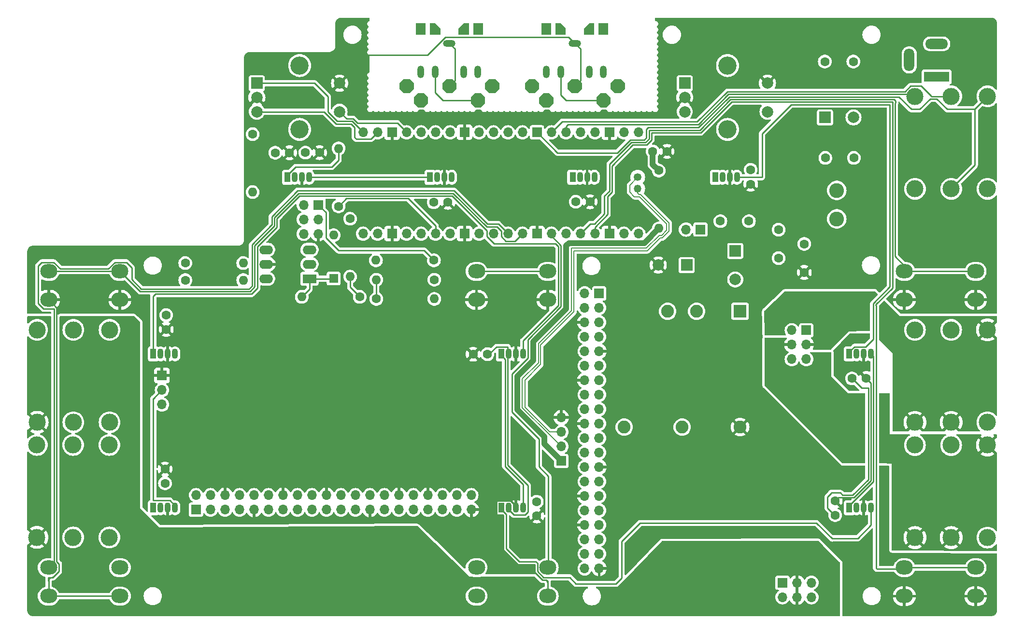
<source format=gbl>
G04 #@! TF.GenerationSoftware,KiCad,Pcbnew,7.0.1.1-36-gbcf78dbe24-dirty-deb11*
G04 #@! TF.CreationDate,2023-04-06T00:02:12+00:00*
G04 #@! TF.ProjectId,pedalboard-hw,70656461-6c62-46f6-9172-642d68772e6b,1.0.2*
G04 #@! TF.SameCoordinates,Original*
G04 #@! TF.FileFunction,Copper,L2,Bot*
G04 #@! TF.FilePolarity,Positive*
%FSLAX46Y46*%
G04 Gerber Fmt 4.6, Leading zero omitted, Abs format (unit mm)*
G04 Created by KiCad (PCBNEW 7.0.1.1-36-gbcf78dbe24-dirty-deb11) date 2023-04-06 00:02:12*
%MOMM*%
%LPD*%
G01*
G04 APERTURE LIST*
G04 #@! TA.AperFunction,ComponentPad*
%ADD10C,1.600000*%
G04 #@! TD*
G04 #@! TA.AperFunction,ComponentPad*
%ADD11O,1.200000X2.200000*%
G04 #@! TD*
G04 #@! TA.AperFunction,ComponentPad*
%ADD12O,2.200000X1.200000*%
G04 #@! TD*
G04 #@! TA.AperFunction,ComponentPad*
%ADD13C,3.000000*%
G04 #@! TD*
G04 #@! TA.AperFunction,ComponentPad*
%ADD14R,4.400000X1.800000*%
G04 #@! TD*
G04 #@! TA.AperFunction,ComponentPad*
%ADD15O,4.000000X1.800000*%
G04 #@! TD*
G04 #@! TA.AperFunction,ComponentPad*
%ADD16O,1.800000X4.000000*%
G04 #@! TD*
G04 #@! TA.AperFunction,ComponentPad*
%ADD17O,1.600000X1.600000*%
G04 #@! TD*
G04 #@! TA.AperFunction,ComponentPad*
%ADD18R,1.070000X1.800000*%
G04 #@! TD*
G04 #@! TA.AperFunction,ComponentPad*
%ADD19O,1.070000X1.800000*%
G04 #@! TD*
G04 #@! TA.AperFunction,ComponentPad*
%ADD20R,2.250000X2.250000*%
G04 #@! TD*
G04 #@! TA.AperFunction,ComponentPad*
%ADD21C,2.250000*%
G04 #@! TD*
G04 #@! TA.AperFunction,ComponentPad*
%ADD22R,1.700000X1.700000*%
G04 #@! TD*
G04 #@! TA.AperFunction,ComponentPad*
%ADD23O,1.700000X1.700000*%
G04 #@! TD*
G04 #@! TA.AperFunction,ComponentPad*
%ADD24O,3.000000X2.500000*%
G04 #@! TD*
G04 #@! TA.AperFunction,ComponentPad*
%ADD25R,2.400000X1.600000*%
G04 #@! TD*
G04 #@! TA.AperFunction,ComponentPad*
%ADD26O,2.400000X1.600000*%
G04 #@! TD*
G04 #@! TA.AperFunction,ComponentPad*
%ADD27C,2.600000*%
G04 #@! TD*
G04 #@! TA.AperFunction,ComponentPad*
%ADD28R,1.800000X2.000000*%
G04 #@! TD*
G04 #@! TA.AperFunction,ComponentPad*
%ADD29R,2.000000X2.000000*%
G04 #@! TD*
G04 #@! TA.AperFunction,ComponentPad*
%ADD30C,2.000000*%
G04 #@! TD*
G04 #@! TA.AperFunction,ComponentPad*
%ADD31C,3.200000*%
G04 #@! TD*
G04 #@! TA.AperFunction,ComponentPad*
%ADD32R,1.600000X1.600000*%
G04 #@! TD*
G04 #@! TA.AperFunction,ComponentPad*
%ADD33C,1.350000*%
G04 #@! TD*
G04 #@! TA.AperFunction,ComponentPad*
%ADD34O,1.350000X1.350000*%
G04 #@! TD*
G04 #@! TA.AperFunction,ViaPad*
%ADD35C,0.800000*%
G04 #@! TD*
G04 #@! TA.AperFunction,Conductor*
%ADD36C,0.250000*%
G04 #@! TD*
G04 #@! TA.AperFunction,Conductor*
%ADD37C,0.200000*%
G04 #@! TD*
G04 #@! TA.AperFunction,Conductor*
%ADD38C,1.000000*%
G04 #@! TD*
G04 APERTURE END LIST*
D10*
X146800000Y-46700000D03*
X146800000Y-49200000D03*
D11*
X121000000Y-29500000D03*
X118500000Y-29500000D03*
D12*
X116000000Y-24500000D03*
D11*
X111000000Y-29500000D03*
X113500000Y-29500000D03*
D13*
X28050000Y-111200000D03*
X28050000Y-94970000D03*
X21700000Y-111200000D03*
X21700000Y-94970000D03*
X34400000Y-111200000D03*
X34400000Y-94970000D03*
D10*
X159900000Y-44600000D03*
X164900000Y-44600000D03*
D14*
X179400000Y-30400000D03*
D15*
X179400000Y-24600000D03*
D16*
X174600000Y-27400000D03*
D10*
X130700000Y-46820000D03*
D17*
X130700000Y-56980000D03*
D18*
X115600000Y-48000000D03*
D19*
X116870000Y-48000000D03*
X118140000Y-48000000D03*
X119410000Y-48000000D03*
D13*
X28085000Y-91000000D03*
X28085000Y-74770000D03*
X21735000Y-91000000D03*
X21735000Y-74770000D03*
X34435000Y-91000000D03*
X34435000Y-74770000D03*
D20*
X144960000Y-71520000D03*
D21*
X137340000Y-71520000D03*
X132260000Y-71520000D03*
X124640000Y-91840000D03*
X134800000Y-91840000D03*
X144960000Y-91840000D03*
D13*
X181950000Y-94995000D03*
X181950000Y-111225000D03*
X188300000Y-94995000D03*
X188300000Y-111225000D03*
X175600000Y-94995000D03*
X175600000Y-111225000D03*
D18*
X140600000Y-48000000D03*
D19*
X141870000Y-48000000D03*
X143140000Y-48000000D03*
X144410000Y-48000000D03*
D10*
X109310000Y-104930000D03*
X109310000Y-107430000D03*
D18*
X103100000Y-106000000D03*
D19*
X104370000Y-106000000D03*
X105640000Y-106000000D03*
X106910000Y-106000000D03*
D22*
X49590000Y-106320000D03*
D23*
X49590000Y-103780000D03*
X52130000Y-106320000D03*
X52130000Y-103780000D03*
X54670000Y-106320000D03*
X54670000Y-103780000D03*
X57210000Y-106320000D03*
X57210000Y-103780000D03*
X59750000Y-106320000D03*
X59750000Y-103780000D03*
X62290000Y-106320000D03*
X62290000Y-103780000D03*
X64830000Y-106320000D03*
X64830000Y-103780000D03*
X67370000Y-106320000D03*
X67370000Y-103780000D03*
X69910000Y-106320000D03*
X69910000Y-103780000D03*
X72450000Y-106320000D03*
X72450000Y-103780000D03*
X74990000Y-106320000D03*
X74990000Y-103780000D03*
X77530000Y-106320000D03*
X77530000Y-103780000D03*
X80070000Y-106320000D03*
X80070000Y-103780000D03*
X82610000Y-106320000D03*
X82610000Y-103780000D03*
X85150000Y-106320000D03*
X85150000Y-103780000D03*
X87690000Y-106320000D03*
X87690000Y-103780000D03*
X90230000Y-106320000D03*
X90230000Y-103780000D03*
X92770000Y-106320000D03*
X92770000Y-103780000D03*
X95310000Y-106320000D03*
X95310000Y-103780000D03*
X97850000Y-106320000D03*
X97850000Y-103780000D03*
D10*
X161620000Y-107300000D03*
X161620000Y-104800000D03*
X44155000Y-101700000D03*
X44155000Y-99200000D03*
D24*
X98750000Y-64500000D03*
X111250000Y-64500000D03*
X98750000Y-69500000D03*
X111250000Y-69500000D03*
D18*
X42100000Y-79000000D03*
D19*
X43370000Y-79000000D03*
X44640000Y-79000000D03*
X45910000Y-79000000D03*
D10*
X74575000Y-53105000D03*
D17*
X74575000Y-42945000D03*
D25*
X69475000Y-65800000D03*
D26*
X69475000Y-63260000D03*
X69475000Y-60720000D03*
X61855000Y-60720000D03*
X61855000Y-63260000D03*
X61855000Y-65800000D03*
D27*
X161900000Y-50300000D03*
X161900000Y-55300000D03*
D13*
X181965000Y-33800000D03*
X181965000Y-50030000D03*
X188315000Y-33800000D03*
X188315000Y-50030000D03*
X175615000Y-33800000D03*
X175615000Y-50030000D03*
D10*
X63475000Y-43700000D03*
X65975000Y-43700000D03*
G04 #@! TA.AperFunction,ComponentPad*
G36*
X109750000Y-32517767D02*
G01*
X109017767Y-33250000D01*
X107982233Y-33250000D01*
X107250000Y-32517767D01*
X107250000Y-31482233D01*
X107982233Y-30750000D01*
X109017767Y-30750000D01*
X109750000Y-31482233D01*
X109750000Y-32517767D01*
G37*
G04 #@! TD.AperFunction*
G04 #@! TA.AperFunction,ComponentPad*
G36*
X116517767Y-30750000D02*
G01*
X117250000Y-31482233D01*
X117250000Y-32517767D01*
X116517767Y-33250000D01*
X115482233Y-33250000D01*
X114750000Y-32517767D01*
X114750000Y-31482233D01*
X115482233Y-30750000D01*
X116517767Y-30750000D01*
G37*
G04 #@! TD.AperFunction*
G04 #@! TA.AperFunction,ComponentPad*
G36*
X124750000Y-32517767D02*
G01*
X124017767Y-33250000D01*
X122982233Y-33250000D01*
X122250000Y-32517767D01*
X122250000Y-31482233D01*
X122982233Y-30750000D01*
X124017767Y-30750000D01*
X124750000Y-31482233D01*
X124750000Y-32517767D01*
G37*
G04 #@! TD.AperFunction*
G04 #@! TA.AperFunction,ComponentPad*
G36*
X112250000Y-35017767D02*
G01*
X111517767Y-35750000D01*
X110482233Y-35750000D01*
X109750000Y-35017767D01*
X109750000Y-33982233D01*
X110482233Y-33250000D01*
X111517767Y-33250000D01*
X112250000Y-33982233D01*
X112250000Y-35017767D01*
G37*
G04 #@! TD.AperFunction*
G04 #@! TA.AperFunction,ComponentPad*
G36*
X122250000Y-35017767D02*
G01*
X121517767Y-35750000D01*
X120482233Y-35750000D01*
X119750000Y-35017767D01*
X119750000Y-33982233D01*
X120482233Y-33250000D01*
X121517767Y-33250000D01*
X122250000Y-33982233D01*
X122250000Y-35017767D01*
G37*
G04 #@! TD.AperFunction*
G04 #@! TA.AperFunction,ComponentPad*
G36*
X119400000Y-23000000D02*
G01*
X117600000Y-23000000D01*
X117600000Y-21900000D01*
X118500000Y-21000000D01*
X119400000Y-21000000D01*
X119400000Y-23000000D01*
G37*
G04 #@! TD.AperFunction*
D28*
X121000000Y-22000000D03*
X111000000Y-22000000D03*
G04 #@! TA.AperFunction,ComponentPad*
G36*
X114400000Y-23000000D02*
G01*
X112600000Y-23000000D01*
X112600000Y-21000000D01*
X113500000Y-21000000D01*
X114400000Y-21900000D01*
X114400000Y-23000000D01*
G37*
G04 #@! TD.AperFunction*
D18*
X90600000Y-48000000D03*
D19*
X91870000Y-48000000D03*
X93140000Y-48000000D03*
X94410000Y-48000000D03*
D29*
X60250000Y-31500000D03*
D30*
X60250000Y-36500000D03*
X60250000Y-34000000D03*
D31*
X67750000Y-28400000D03*
X67750000Y-39600000D03*
D30*
X74750000Y-36500000D03*
X74750000Y-31500000D03*
D10*
X68750000Y-43675000D03*
X71250000Y-43675000D03*
X164570000Y-83300000D03*
X167070000Y-83300000D03*
D29*
X144100000Y-60932323D03*
D30*
X144100000Y-65932323D03*
D10*
X78280000Y-68980000D03*
D17*
X68120000Y-68980000D03*
D29*
X135600000Y-63400000D03*
D30*
X130600000Y-63400000D03*
D18*
X65600000Y-48000000D03*
D19*
X66870000Y-48000000D03*
X68140000Y-48000000D03*
X69410000Y-48000000D03*
D10*
X91250000Y-52400000D03*
X93750000Y-52400000D03*
D13*
X181950000Y-74780000D03*
X181950000Y-91010000D03*
X188300000Y-74780000D03*
X188300000Y-91010000D03*
X175600000Y-74780000D03*
X175600000Y-91010000D03*
D24*
X23750000Y-64500000D03*
X36250000Y-64500000D03*
X23750000Y-69500000D03*
X36250000Y-69500000D03*
D10*
X129650000Y-43470000D03*
X132150000Y-43470000D03*
X47695000Y-63050000D03*
D17*
X57855000Y-63050000D03*
D29*
X159832323Y-37500000D03*
D30*
X164832323Y-37500000D03*
D18*
X164100000Y-79000000D03*
D19*
X165370000Y-79000000D03*
X166640000Y-79000000D03*
X167910000Y-79000000D03*
D10*
X81190000Y-69340000D03*
D17*
X91350000Y-69340000D03*
D18*
X42100000Y-106000000D03*
D19*
X43370000Y-106000000D03*
X44640000Y-106000000D03*
X45910000Y-106000000D03*
D10*
X76600000Y-55270000D03*
D17*
X76600000Y-65430000D03*
D10*
X146500000Y-55700000D03*
X141500000Y-55700000D03*
D32*
X73700000Y-65775000D03*
D17*
X73700000Y-58155000D03*
D10*
X116150000Y-52300000D03*
X118650000Y-52300000D03*
X91280000Y-62575000D03*
D17*
X81120000Y-62575000D03*
D10*
X164800000Y-27700000D03*
X159800000Y-27700000D03*
X151700000Y-57200000D03*
X151700000Y-62200000D03*
D18*
X164100000Y-106000000D03*
D19*
X165370000Y-106000000D03*
X166640000Y-106000000D03*
X167910000Y-106000000D03*
D24*
X173750000Y-116500000D03*
X186250000Y-116500000D03*
X173750000Y-121500000D03*
X186250000Y-121500000D03*
X173750000Y-64500000D03*
X186250000Y-64500000D03*
X173750000Y-69500000D03*
X186250000Y-69500000D03*
D10*
X100670000Y-79050000D03*
X98170000Y-79050000D03*
D24*
X23750000Y-116500000D03*
X36250000Y-116500000D03*
X23750000Y-121500000D03*
X36250000Y-121500000D03*
D10*
X91350000Y-65980000D03*
D17*
X81190000Y-65980000D03*
D29*
X135250000Y-31500000D03*
D30*
X135250000Y-36500000D03*
X135250000Y-34000000D03*
D31*
X142750000Y-28400000D03*
X142750000Y-39600000D03*
D30*
X149750000Y-36500000D03*
X149750000Y-31500000D03*
D10*
X47695000Y-66050000D03*
D17*
X57855000Y-66050000D03*
D24*
X98750000Y-116500000D03*
X111250000Y-116500000D03*
X98750000Y-121500000D03*
X111250000Y-121500000D03*
D10*
X156200000Y-64700000D03*
X156200000Y-59700000D03*
G04 #@! TA.AperFunction,ComponentPad*
G36*
X87755500Y-32517767D02*
G01*
X87023267Y-33250000D01*
X85987733Y-33250000D01*
X85255500Y-32517767D01*
X85255500Y-31482233D01*
X85987733Y-30750000D01*
X87023267Y-30750000D01*
X87755500Y-31482233D01*
X87755500Y-32517767D01*
G37*
G04 #@! TD.AperFunction*
G04 #@! TA.AperFunction,ComponentPad*
G36*
X94523267Y-30750000D02*
G01*
X95255500Y-31482233D01*
X95255500Y-32517767D01*
X94523267Y-33250000D01*
X93487733Y-33250000D01*
X92755500Y-32517767D01*
X92755500Y-31482233D01*
X93487733Y-30750000D01*
X94523267Y-30750000D01*
G37*
G04 #@! TD.AperFunction*
G04 #@! TA.AperFunction,ComponentPad*
G36*
X102755500Y-32517767D02*
G01*
X102023267Y-33250000D01*
X100987733Y-33250000D01*
X100255500Y-32517767D01*
X100255500Y-31482233D01*
X100987733Y-30750000D01*
X102023267Y-30750000D01*
X102755500Y-31482233D01*
X102755500Y-32517767D01*
G37*
G04 #@! TD.AperFunction*
G04 #@! TA.AperFunction,ComponentPad*
G36*
X90255500Y-35017767D02*
G01*
X89523267Y-35750000D01*
X88487733Y-35750000D01*
X87755500Y-35017767D01*
X87755500Y-33982233D01*
X88487733Y-33250000D01*
X89523267Y-33250000D01*
X90255500Y-33982233D01*
X90255500Y-35017767D01*
G37*
G04 #@! TD.AperFunction*
G04 #@! TA.AperFunction,ComponentPad*
G36*
X100255500Y-35017767D02*
G01*
X99523267Y-35750000D01*
X98487733Y-35750000D01*
X97755500Y-35017767D01*
X97755500Y-33982233D01*
X98487733Y-33250000D01*
X99523267Y-33250000D01*
X100255500Y-33982233D01*
X100255500Y-35017767D01*
G37*
G04 #@! TD.AperFunction*
G04 #@! TA.AperFunction,ComponentPad*
G36*
X97405500Y-23000000D02*
G01*
X95605500Y-23000000D01*
X95605500Y-21900000D01*
X96505500Y-21000000D01*
X97405500Y-21000000D01*
X97405500Y-23000000D01*
G37*
G04 #@! TD.AperFunction*
D28*
X99005500Y-22000000D03*
X89005500Y-22000000D03*
G04 #@! TA.AperFunction,ComponentPad*
G36*
X92405500Y-23000000D02*
G01*
X90605500Y-23000000D01*
X90605500Y-21000000D01*
X91505500Y-21000000D01*
X92405500Y-21900000D01*
X92405500Y-23000000D01*
G37*
G04 #@! TD.AperFunction*
D10*
X44355000Y-72200000D03*
X44355000Y-74700000D03*
D18*
X103100000Y-79000000D03*
D19*
X104370000Y-79000000D03*
X105640000Y-79000000D03*
X106910000Y-79000000D03*
D10*
X59500000Y-40445000D03*
D17*
X59500000Y-50605000D03*
D11*
X99000000Y-29500000D03*
X96500000Y-29500000D03*
D12*
X94000000Y-24500000D03*
D11*
X89000000Y-29500000D03*
X91500000Y-29500000D03*
D22*
X113625000Y-97780000D03*
D23*
X113625000Y-95240000D03*
X113625000Y-92700000D03*
X113625000Y-90160000D03*
D22*
X138000000Y-57175000D03*
D23*
X135460000Y-57175000D03*
D33*
X127000000Y-48000000D03*
D34*
X127000000Y-50000000D03*
D23*
X127130000Y-57890000D03*
X124590000Y-57890000D03*
D22*
X122050000Y-57890000D03*
D23*
X119510000Y-57890000D03*
X116970000Y-57890000D03*
X114430000Y-57890000D03*
X111890000Y-57890000D03*
D22*
X109350000Y-57890000D03*
D23*
X106810000Y-57890000D03*
X104270000Y-57890000D03*
X101730000Y-57890000D03*
X99190000Y-57890000D03*
D22*
X96650000Y-57890000D03*
D23*
X94110000Y-57890000D03*
X91570000Y-57890000D03*
X89030000Y-57890000D03*
X86490000Y-57890000D03*
D22*
X83950000Y-57890000D03*
D23*
X81410000Y-57890000D03*
X78870000Y-57890000D03*
X78870000Y-40110000D03*
X81410000Y-40110000D03*
D22*
X83950000Y-40110000D03*
D23*
X86490000Y-40110000D03*
X89030000Y-40110000D03*
X91570000Y-40110000D03*
X94110000Y-40110000D03*
D22*
X96650000Y-40110000D03*
D23*
X99190000Y-40110000D03*
X101730000Y-40110000D03*
X104270000Y-40110000D03*
X106810000Y-40110000D03*
D22*
X109350000Y-40110000D03*
D23*
X111890000Y-40110000D03*
X114430000Y-40110000D03*
X116970000Y-40110000D03*
X119510000Y-40110000D03*
D22*
X122050000Y-40110000D03*
D23*
X124590000Y-40110000D03*
X127130000Y-40110000D03*
D22*
X43615000Y-82790000D03*
D23*
X43615000Y-85330000D03*
X43615000Y-87870000D03*
D22*
X120250000Y-68375600D03*
D23*
X117710000Y-68375600D03*
X120250000Y-70915600D03*
X117710000Y-70915600D03*
X120250000Y-73455600D03*
X117710000Y-73455600D03*
X120250000Y-75995600D03*
X117710000Y-75995600D03*
X120250000Y-78535600D03*
X117710000Y-78535600D03*
X120250000Y-81075600D03*
X117710000Y-81075600D03*
X120250000Y-83615600D03*
X117710000Y-83615600D03*
X120250000Y-86155600D03*
X117710000Y-86155600D03*
X120250000Y-88695600D03*
X117710000Y-88695600D03*
X120250000Y-91235600D03*
X117710000Y-91235600D03*
X120250000Y-93775600D03*
X117710000Y-93775600D03*
X120250000Y-96315600D03*
X117710000Y-96315600D03*
X120250000Y-98855600D03*
X117710000Y-98855600D03*
X120250000Y-101395600D03*
X117710000Y-101395600D03*
X120250000Y-103935600D03*
X117710000Y-103935600D03*
X120250000Y-106475600D03*
X117710000Y-106475600D03*
X120250000Y-109015600D03*
X117710000Y-109015600D03*
X120250000Y-111555600D03*
X117710000Y-111555600D03*
X120250000Y-114095600D03*
X117710000Y-114095600D03*
X120250000Y-116635600D03*
X117710000Y-116635600D03*
D22*
X156555000Y-74845600D03*
D23*
X154015000Y-74845600D03*
X156555000Y-77385600D03*
X154015000Y-77385600D03*
X156555000Y-79925600D03*
X154015000Y-79925600D03*
D22*
X152380000Y-119150600D03*
D23*
X152380000Y-121690600D03*
X154920000Y-119150600D03*
X154920000Y-121690600D03*
X157460000Y-119150600D03*
X157460000Y-121690600D03*
D22*
X71000000Y-52850000D03*
D23*
X68460000Y-52850000D03*
X71000000Y-55390000D03*
X68460000Y-55390000D03*
X71000000Y-57930000D03*
X68460000Y-57930000D03*
D35*
X169976800Y-103784400D03*
X169468800Y-66294000D03*
X96500000Y-49950000D03*
X123650000Y-52324000D03*
X178800000Y-93800000D03*
D36*
X75855000Y-26540000D02*
X90151852Y-26540000D01*
X106019600Y-115925600D02*
X103470000Y-113376000D01*
X93274652Y-23417200D02*
X114917200Y-23417200D01*
X104726224Y-104775000D02*
X105640000Y-105688776D01*
X162198298Y-104221702D02*
X161620000Y-104800000D01*
X23750000Y-118335000D02*
X23750000Y-121500000D01*
X103470000Y-113376000D02*
X103470000Y-107317620D01*
X25575000Y-115847614D02*
X25575000Y-117152386D01*
X116975000Y-31025000D02*
X116000000Y-32000000D01*
X111250000Y-118930000D02*
X110980000Y-118660000D01*
X102240000Y-104775000D02*
X104780000Y-104775000D01*
X23750000Y-69500000D02*
X25150000Y-70900000D01*
X23750000Y-121500000D02*
X36250000Y-121500000D01*
X103470000Y-107317620D02*
X103377380Y-107225000D01*
X25575000Y-117152386D02*
X24487386Y-118240000D01*
X164876902Y-104221702D02*
X162198298Y-104221702D01*
X102240000Y-107225000D02*
X102240000Y-104775000D01*
X104780000Y-104775000D02*
X105640000Y-105635000D01*
X108975000Y-117338782D02*
X108975000Y-115925600D01*
X103377380Y-107225000D02*
X102240000Y-107225000D01*
X25150000Y-115422614D02*
X25575000Y-115847614D01*
X167070000Y-83300000D02*
X167870000Y-84100000D01*
X110296218Y-118660000D02*
X108975000Y-117338782D01*
X167870000Y-101228604D02*
X164876902Y-104221702D01*
X24487386Y-118240000D02*
X23845000Y-118240000D01*
X25150000Y-70900000D02*
X25150000Y-115422614D01*
X90151852Y-26540000D02*
X93274652Y-23417200D01*
X173750000Y-121500000D02*
X186250000Y-121500000D01*
X114917200Y-23417200D02*
X116000000Y-24500000D01*
X116000000Y-24500000D02*
X116975000Y-25475000D01*
X116975000Y-25475000D02*
X116975000Y-31025000D01*
X111250000Y-121500000D02*
X111250000Y-118930000D01*
X108975000Y-115925600D02*
X106019600Y-115925600D01*
X167870000Y-84100000D02*
X167870000Y-101228604D01*
X23845000Y-118240000D02*
X23750000Y-118335000D01*
X110980000Y-118660000D02*
X110296218Y-118660000D01*
X164570000Y-83300000D02*
X166258400Y-84988400D01*
X160300000Y-106045600D02*
X161620000Y-107365600D01*
X160300000Y-104078000D02*
X160300000Y-106045600D01*
X166258400Y-84988400D02*
X167420000Y-84988400D01*
X162523898Y-103380000D02*
X160932400Y-103380000D01*
X101280000Y-78735000D02*
X102240000Y-77775000D01*
X160932400Y-103445600D02*
X160300000Y-104078000D01*
X167420000Y-101042208D02*
X164690506Y-103771702D01*
X162915600Y-103771702D02*
X162523898Y-103380000D01*
X105283776Y-107225000D02*
X104370000Y-106311224D01*
X167420000Y-84988400D02*
X167420000Y-101042208D01*
X107266224Y-107225000D02*
X105283776Y-107225000D01*
X107770000Y-106721224D02*
X107266224Y-107225000D01*
X104210000Y-77775000D02*
X104210000Y-98544404D01*
X102240000Y-77775000D02*
X104210000Y-77775000D01*
X107770000Y-102104404D02*
X107770000Y-106721224D01*
X164690506Y-103771702D02*
X162915600Y-103771702D01*
X104210000Y-98544404D02*
X107770000Y-102104404D01*
X69410000Y-48000000D02*
X90600000Y-48000000D01*
X91570000Y-56500000D02*
X91570000Y-57890000D01*
X75965000Y-51715000D02*
X86785000Y-51715000D01*
X86785000Y-51715000D02*
X91570000Y-56500000D01*
X74575000Y-53105000D02*
X75965000Y-51715000D01*
X153870000Y-35230000D02*
X171200000Y-35230000D01*
X148790000Y-40310000D02*
X153870000Y-35230000D01*
X171200000Y-67228404D02*
X168275000Y-70153404D01*
X148790000Y-48000000D02*
X148790000Y-40310000D01*
X144410000Y-48000000D02*
X148790000Y-48000000D01*
X164995000Y-77740000D02*
X164100000Y-78635000D01*
X168275000Y-70153404D02*
X168275000Y-76415000D01*
X168275000Y-76415000D02*
X166950000Y-77740000D01*
X171200000Y-35230000D02*
X171200000Y-67228404D01*
X166950000Y-77740000D02*
X164995000Y-77740000D01*
X167910000Y-79000000D02*
X168320000Y-79410000D01*
X168320000Y-79410000D02*
X168320000Y-101415000D01*
X168320000Y-101415000D02*
X164100000Y-105635000D01*
X165557200Y-111353600D02*
X167910000Y-109000800D01*
X161086800Y-111353600D02*
X165557200Y-111353600D01*
X115111200Y-118275600D02*
X116179600Y-119344000D01*
X109425000Y-115739204D02*
X109425000Y-117152386D01*
X109425000Y-117152386D02*
X110482614Y-118210000D01*
X158333200Y-108665600D02*
X161086800Y-111419200D01*
X123201600Y-119344000D02*
X124210000Y-118335600D01*
X110482614Y-118210000D02*
X115111200Y-118210000D01*
X167910000Y-109000800D02*
X167910000Y-106000000D01*
X109161396Y-115475600D02*
X109425000Y-115739204D01*
X103100000Y-106311224D02*
X103920000Y-107131224D01*
X106205996Y-115475600D02*
X109161396Y-115475600D01*
X116179600Y-119344000D02*
X123201600Y-119344000D01*
X127406400Y-108665600D02*
X158333200Y-108665600D01*
X124210000Y-111862000D02*
X127406400Y-108665600D01*
X103920000Y-113189604D02*
X106205996Y-115475600D01*
X103920000Y-107131224D02*
X103920000Y-113189604D01*
X124210000Y-118335600D02*
X124210000Y-111862000D01*
X103760000Y-98730800D02*
X103760000Y-79971224D01*
X106910000Y-106000000D02*
X106910000Y-101880800D01*
X106910000Y-101880800D02*
X103760000Y-98730800D01*
X103760000Y-79971224D02*
X103510000Y-79721224D01*
X60330000Y-60170000D02*
X63750000Y-56750000D01*
X106910000Y-76690000D02*
X106910000Y-79000000D01*
X59310000Y-68500000D02*
X60330000Y-67480000D01*
X60330000Y-67480000D02*
X60330000Y-60170000D01*
X100555000Y-58391000D02*
X101816798Y-59652798D01*
X112573598Y-59652798D02*
X113100000Y-60179200D01*
X100555000Y-57351396D02*
X100555000Y-58391000D01*
X42100000Y-68900000D02*
X42500000Y-68500000D01*
X42500000Y-68500000D02*
X59310000Y-68500000D01*
X67735000Y-51265000D02*
X94468604Y-51265000D01*
X94468604Y-51265000D02*
X100555000Y-57351396D01*
X63750000Y-56750000D02*
X63750000Y-55250000D01*
X113100000Y-60179200D02*
X113100000Y-70500000D01*
X113100000Y-70500000D02*
X106910000Y-76690000D01*
X63750000Y-55250000D02*
X67735000Y-51265000D01*
X42100000Y-79000000D02*
X42100000Y-68900000D01*
X101816798Y-59652798D02*
X112573598Y-59652798D01*
X42100000Y-86795000D02*
X42100000Y-104720000D01*
X43615000Y-85330000D02*
X42150000Y-86795000D01*
X44995000Y-104720000D02*
X45910000Y-105635000D01*
X42100000Y-104720000D02*
X44995000Y-104720000D01*
X69475000Y-65800000D02*
X73675000Y-65800000D01*
X69475000Y-65800000D02*
X69475000Y-67625000D01*
X69475000Y-67625000D02*
X68120000Y-68980000D01*
X137437600Y-38252400D02*
X142710000Y-32980000D01*
X178455000Y-33790000D02*
X181955000Y-33790000D01*
X176655000Y-31975000D02*
X178455000Y-33775000D01*
X174859060Y-31975000D02*
X176655000Y-31975000D01*
X113747600Y-38252400D02*
X137437600Y-38252400D01*
X178455000Y-33775000D02*
X178455000Y-33790000D01*
X173854060Y-32980000D02*
X174859060Y-31975000D01*
X111890000Y-40110000D02*
X113747600Y-38252400D01*
X142710000Y-32980000D02*
X173854060Y-32980000D01*
X174980000Y-36075000D02*
X176420000Y-36075000D01*
X128538400Y-39573808D02*
X128832208Y-39280000D01*
X172785000Y-33880000D02*
X174980000Y-36075000D01*
X128832208Y-39280000D02*
X137682792Y-39280000D01*
X181255000Y-36075000D02*
X186040000Y-36075000D01*
X186107500Y-45887500D02*
X181965000Y-50030000D01*
X186040000Y-36075000D02*
X186107500Y-36007500D01*
X128538400Y-41051600D02*
X128538400Y-39573808D01*
X123418604Y-43700000D02*
X125678604Y-41440000D01*
X179420000Y-34240000D02*
X181255000Y-36075000D01*
X137682792Y-39280000D02*
X143082792Y-33880000D01*
X188315000Y-33800000D02*
X186107500Y-36007500D01*
X186107500Y-36007500D02*
X186107500Y-45887500D01*
X109350000Y-40110000D02*
X112940000Y-43700000D01*
X128150000Y-41440000D02*
X128538400Y-41051600D01*
X176420000Y-36075000D02*
X178255000Y-34240000D01*
X125678604Y-41440000D02*
X128150000Y-41440000D01*
X143082792Y-33880000D02*
X172785000Y-33880000D01*
X178255000Y-34240000D02*
X179420000Y-34240000D01*
X112940000Y-43700000D02*
X123418604Y-43700000D01*
X137623996Y-38702400D02*
X142896396Y-33430000D01*
X114430000Y-39050000D02*
X114777600Y-38702400D01*
X114777600Y-38702400D02*
X137623996Y-38702400D01*
X142896396Y-33430000D02*
X175245000Y-33430000D01*
X114430000Y-40110000D02*
X114430000Y-39050000D01*
D37*
X113625000Y-95240000D02*
X111502200Y-93117200D01*
X109595000Y-80586800D02*
X109595000Y-77222336D01*
X125590000Y-49410000D02*
X127000000Y-48000000D01*
X130757792Y-58195000D02*
X131182057Y-58195000D01*
X111458900Y-93117200D02*
X106784500Y-88442800D01*
X127305000Y-51410000D02*
X126415958Y-51410000D01*
X126415958Y-51410000D02*
X125590000Y-50584042D01*
X128512792Y-60440000D02*
X130757792Y-58195000D01*
X109595000Y-77222336D02*
X115375000Y-71442336D01*
X132080000Y-56185000D02*
X127305000Y-51410000D01*
X106784500Y-83397300D02*
X109595000Y-80586800D01*
X132080000Y-57297057D02*
X132080000Y-56185000D01*
X115375000Y-60440000D02*
X128512792Y-60440000D01*
X111502200Y-93117200D02*
X111458900Y-93117200D01*
X131182057Y-58195000D02*
X132080000Y-57297057D01*
X115375000Y-71442336D02*
X115375000Y-60440000D01*
X106784500Y-88442800D02*
X106784500Y-83397300D01*
X125590000Y-50584042D02*
X125590000Y-49410000D01*
D36*
X59880000Y-59983604D02*
X59880000Y-67220000D01*
X105510000Y-59190000D02*
X103908299Y-59190000D01*
X100555000Y-56715000D02*
X94655000Y-50815000D01*
X59050000Y-68050000D02*
X39800000Y-68050000D01*
X39800000Y-68050000D02*
X36250000Y-64500000D01*
X103095000Y-57476600D02*
X102333400Y-56715000D01*
X94655000Y-50815000D02*
X67548604Y-50815000D01*
X63300000Y-55063604D02*
X63300000Y-56563604D01*
X59880000Y-67220000D02*
X59050000Y-68050000D01*
X67548604Y-50815000D02*
X63300000Y-55063604D01*
X63300000Y-56563604D02*
X59880000Y-59983604D01*
X103908299Y-59190000D02*
X103095000Y-58376701D01*
X103095000Y-58376701D02*
X103095000Y-57476600D01*
X36250000Y-64500000D02*
X23750000Y-64500000D01*
X106810000Y-57890000D02*
X105510000Y-59190000D01*
X102333400Y-56715000D02*
X100555000Y-56715000D01*
X98750000Y-64500000D02*
X111250000Y-64500000D01*
X122055000Y-45700000D02*
X125865000Y-41890000D01*
X119431802Y-56181802D02*
X121181802Y-54431802D01*
X116970000Y-57890000D02*
X118678198Y-56181802D01*
X128988400Y-41256600D02*
X128988400Y-39760204D01*
X137869188Y-39730000D02*
X143269188Y-34330000D01*
X121181802Y-54431802D02*
X121181802Y-51313198D01*
X172100000Y-35032792D02*
X172100000Y-61880000D01*
X171902792Y-34330000D02*
X172166396Y-34593604D01*
X128988400Y-39760204D02*
X129018604Y-39730000D01*
X121181802Y-51313198D02*
X122055000Y-50440000D01*
X172100000Y-61880000D02*
X173750000Y-63530000D01*
X173750000Y-64500000D02*
X186250000Y-64500000D01*
X143269188Y-34330000D02*
X171902792Y-34330000D01*
X118678198Y-56181802D02*
X119431802Y-56181802D01*
X122055000Y-50440000D02*
X122055000Y-45700000D01*
X129018604Y-39730000D02*
X137869188Y-39730000D01*
X128355000Y-41890000D02*
X128988400Y-41256600D01*
X172166396Y-34593604D02*
X172166396Y-34966396D01*
X172166396Y-34966396D02*
X172100000Y-35032792D01*
X125865000Y-41890000D02*
X128355000Y-41890000D01*
X62850000Y-56377208D02*
X62836396Y-56377208D01*
X104270000Y-57890000D02*
X102580000Y-56200000D01*
X24700000Y-115550000D02*
X23750000Y-116500000D01*
X35347614Y-62925000D02*
X34222614Y-64050000D01*
X22540000Y-62925000D02*
X21925000Y-63540000D01*
X102580000Y-56200000D02*
X100676396Y-56200000D01*
X38325000Y-65938604D02*
X38325000Y-63875000D01*
X25777386Y-64050000D02*
X24652386Y-62925000D01*
X59381802Y-67081802D02*
X58863604Y-67600000D01*
X62836396Y-56377208D02*
X59381802Y-59831802D01*
X22859010Y-71086396D02*
X24700000Y-71086396D01*
X21925000Y-63540000D02*
X21925000Y-70152386D01*
X100676396Y-56200000D02*
X94841396Y-50365000D01*
X24700000Y-71086396D02*
X24700000Y-115550000D01*
X34222614Y-64050000D02*
X25777386Y-64050000D01*
X62850000Y-54877208D02*
X62850000Y-56377208D01*
X21925000Y-70152386D02*
X22859010Y-71086396D01*
X59381802Y-59831802D02*
X59381802Y-67081802D01*
X94841396Y-50365000D02*
X67362208Y-50365000D01*
X58863604Y-67600000D02*
X39986396Y-67600000D01*
X37375000Y-62925000D02*
X35347614Y-62925000D01*
X24652386Y-62925000D02*
X22540000Y-62925000D01*
X67362208Y-50365000D02*
X62850000Y-54877208D01*
X38325000Y-63875000D02*
X37375000Y-62925000D01*
X39986396Y-67600000D02*
X38325000Y-65938604D01*
X109677200Y-98806000D02*
X109677200Y-93916440D01*
X109677200Y-93916440D02*
X104960000Y-89199240D01*
X107770000Y-79721224D02*
X107770000Y-76466396D01*
X113550000Y-70686396D02*
X113550000Y-59992804D01*
X107770000Y-76466396D02*
X113550000Y-70686396D01*
X111350000Y-116400000D02*
X111350000Y-100478800D01*
X111350000Y-100478800D02*
X109677200Y-98806000D01*
X104960000Y-89199240D02*
X104960000Y-82531225D01*
X104960000Y-82531225D02*
X107770000Y-79721224D01*
X113550000Y-59992804D02*
X111890000Y-58332804D01*
X129438400Y-40180000D02*
X138055584Y-40180000D01*
X173750000Y-116500000D02*
X186250000Y-116500000D01*
X168770000Y-116580000D02*
X168930000Y-116740000D01*
X143455584Y-34780000D02*
X171716396Y-34780000D01*
X122505000Y-46000000D02*
X126165000Y-42340000D01*
X168725000Y-70339800D02*
X168725000Y-70477800D01*
X128555000Y-42340000D02*
X128555000Y-42326396D01*
X119500000Y-56750000D02*
X121750000Y-54500000D01*
X168930000Y-116740000D02*
X173510000Y-116740000D01*
X121750000Y-54500000D02*
X121750000Y-51381396D01*
X168725000Y-70477800D02*
X168770000Y-70522800D01*
X119500000Y-57880000D02*
X119500000Y-56750000D01*
X171716396Y-34780000D02*
X171650000Y-34846396D01*
X168770000Y-70522800D02*
X168770000Y-116580000D01*
X121750000Y-51381396D02*
X122505000Y-50626396D01*
X171650000Y-34846396D02*
X171650000Y-67414800D01*
X122505000Y-50626396D02*
X122505000Y-46000000D01*
X138055584Y-40180000D02*
X143455584Y-34780000D01*
X128555000Y-42326396D02*
X129438400Y-41442996D01*
X126165000Y-42340000D02*
X128555000Y-42340000D01*
X129438400Y-41442996D02*
X129438400Y-40180000D01*
X171650000Y-67414800D02*
X168725000Y-70339800D01*
X72675000Y-33800000D02*
X72675000Y-36525000D01*
X60250000Y-31500000D02*
X70375000Y-31500000D01*
X72675000Y-36525000D02*
X74325000Y-38175000D01*
X70375000Y-31500000D02*
X72675000Y-33800000D01*
X74325000Y-38175000D02*
X76935000Y-38175000D01*
X76935000Y-38175000D02*
X78870000Y-40110000D01*
X77399302Y-39275698D02*
X77399302Y-40989302D01*
X74138604Y-38625000D02*
X76748604Y-38625000D01*
X80235000Y-41285000D02*
X81410000Y-40110000D01*
X60250000Y-36500000D02*
X72013604Y-36500000D01*
X77399302Y-40989302D02*
X77695000Y-41285000D01*
X76748604Y-38625000D02*
X77399302Y-39275698D01*
X72013604Y-36500000D02*
X74138604Y-38625000D01*
X77695000Y-41285000D02*
X80235000Y-41285000D01*
X77896396Y-38500000D02*
X77121396Y-37725000D01*
X86490000Y-40110000D02*
X84880000Y-38500000D01*
X75975000Y-37725000D02*
X74750000Y-36500000D01*
X84880000Y-38500000D02*
X77896396Y-38500000D01*
X77121396Y-37725000D02*
X75975000Y-37725000D01*
X76600000Y-67300000D02*
X78280000Y-68980000D01*
X76600000Y-65430000D02*
X76600000Y-67300000D01*
X81190000Y-65980000D02*
X81190000Y-69340000D01*
X94000000Y-24500000D02*
X94975000Y-25475000D01*
X94975000Y-25475000D02*
X94975000Y-31030500D01*
X94975000Y-31030500D02*
X94005500Y-32000000D01*
X113500000Y-33585000D02*
X114415000Y-34500000D01*
X114415000Y-34500000D02*
X121000000Y-34500000D01*
X113500000Y-29500000D02*
X113500000Y-33585000D01*
X74581000Y-60865000D02*
X89570000Y-60865000D01*
X71000000Y-52850000D02*
X72339200Y-54189200D01*
X91500000Y-29500000D02*
X91500000Y-33185000D01*
X72339200Y-54189200D02*
X72339200Y-58623200D01*
X91500000Y-33185000D02*
X92855000Y-34540000D01*
X89570000Y-60865000D02*
X91280000Y-62575000D01*
X92895000Y-34500000D02*
X99005500Y-34500000D01*
X92855000Y-34540000D02*
X92895000Y-34500000D01*
X72339200Y-58623200D02*
X74581000Y-60865000D01*
D37*
X107234500Y-83583700D02*
X109995000Y-80823200D01*
X132480000Y-56019314D02*
X127470686Y-51010000D01*
X132480000Y-57462742D02*
X132480000Y-56019314D01*
X131297742Y-58645000D02*
X132480000Y-57462742D01*
X107234500Y-88327114D02*
X107234500Y-83583700D01*
X128699181Y-60889981D02*
X130944162Y-58645000D01*
X115824981Y-71628724D02*
X115824981Y-60889981D01*
X109995000Y-80823200D02*
X109995000Y-77458705D01*
X127000000Y-50800000D02*
X127000000Y-50000000D01*
X130944162Y-58645000D02*
X131297742Y-58645000D01*
X111607386Y-92700000D02*
X107234500Y-88327114D01*
X127470686Y-51010000D02*
X127210000Y-51010000D01*
X115824981Y-60889981D02*
X128699181Y-60889981D01*
X109995000Y-77458705D02*
X115824981Y-71628724D01*
X127210000Y-51010000D02*
X127000000Y-50800000D01*
X113625000Y-92700000D02*
X111607386Y-92700000D01*
D36*
X73350000Y-46200000D02*
X74575000Y-44975000D01*
X74575000Y-44975000D02*
X74575000Y-42945000D01*
X67035000Y-46200000D02*
X73350000Y-46200000D01*
X65600000Y-47635000D02*
X67035000Y-46200000D01*
D38*
X108695000Y-76849544D02*
X114475000Y-71069544D01*
X114475000Y-71069544D02*
X114475000Y-59989504D01*
X108695000Y-80104372D02*
X108695000Y-76849544D01*
X128140000Y-59540000D02*
X130700000Y-56980000D01*
X105885000Y-82914373D02*
X108695000Y-80104372D01*
X113625000Y-97780000D02*
X110602200Y-94757200D01*
X114924504Y-59540000D02*
X128140000Y-59540000D01*
X105885000Y-88816092D02*
X105885000Y-82914373D01*
X110602200Y-94757200D02*
X110602200Y-93533292D01*
X110602200Y-93533292D02*
X105885000Y-88816092D01*
X114475000Y-59989504D02*
X114924504Y-59540000D01*
X129641600Y-45313600D02*
X129650000Y-45305200D01*
X129641600Y-45761600D02*
X129641600Y-45313600D01*
X130700000Y-46820000D02*
X129641600Y-45761600D01*
X129650000Y-45305200D02*
X129650000Y-43470000D01*
G04 #@! TA.AperFunction,Conductor*
G36*
X24112500Y-72381213D02*
G01*
X24157887Y-72426600D01*
X24174500Y-72488600D01*
X24174500Y-114725500D01*
X24157887Y-114787500D01*
X24112500Y-114832887D01*
X24050500Y-114849500D01*
X23435147Y-114849500D01*
X23325504Y-114858129D01*
X23241004Y-114864779D01*
X22988389Y-114925426D01*
X22800545Y-115003235D01*
X22748372Y-115024846D01*
X22608807Y-115110371D01*
X22526856Y-115160590D01*
X22329311Y-115329311D01*
X22160590Y-115526856D01*
X22113368Y-115603917D01*
X22024846Y-115748372D01*
X22021873Y-115755549D01*
X21925426Y-115988389D01*
X21864779Y-116241004D01*
X21844396Y-116499999D01*
X21864779Y-116758995D01*
X21925426Y-117011610D01*
X21976237Y-117134277D01*
X22024846Y-117251628D01*
X22138455Y-117437022D01*
X22160590Y-117473143D01*
X22210712Y-117531828D01*
X22329311Y-117670689D01*
X22468787Y-117789813D01*
X22478994Y-117798531D01*
X22526860Y-117839412D01*
X22748372Y-117975154D01*
X22928385Y-118049718D01*
X22988389Y-118074573D01*
X23042333Y-118087523D01*
X23133836Y-118109491D01*
X23191361Y-118141192D01*
X23224625Y-118197830D01*
X23224382Y-118245730D01*
X23224500Y-118245730D01*
X23224500Y-118301704D01*
X23223850Y-118314385D01*
X23219868Y-118353109D01*
X23222697Y-118369512D01*
X23224500Y-118390581D01*
X23224500Y-119770988D01*
X23212421Y-119824371D01*
X23178536Y-119867354D01*
X23129447Y-119891562D01*
X22988389Y-119925426D01*
X22824948Y-119993127D01*
X22748372Y-120024846D01*
X22626993Y-120099227D01*
X22526856Y-120160590D01*
X22329311Y-120329311D01*
X22160590Y-120526856D01*
X22128357Y-120579456D01*
X22024846Y-120748372D01*
X22024845Y-120748375D01*
X21925426Y-120988389D01*
X21864779Y-121241004D01*
X21844396Y-121500000D01*
X21864779Y-121758995D01*
X21925426Y-122011610D01*
X21970295Y-122119931D01*
X22024846Y-122251628D01*
X22142521Y-122443657D01*
X22160590Y-122473143D01*
X22181376Y-122497480D01*
X22329311Y-122670689D01*
X22454607Y-122777702D01*
X22502768Y-122818836D01*
X22526860Y-122839412D01*
X22748372Y-122975154D01*
X22928385Y-123049718D01*
X22988389Y-123074573D01*
X23034662Y-123085682D01*
X23241006Y-123135221D01*
X23435147Y-123150500D01*
X24064850Y-123150500D01*
X24064853Y-123150500D01*
X24258994Y-123135221D01*
X24511610Y-123074573D01*
X24751628Y-122975154D01*
X24973140Y-122839412D01*
X25170689Y-122670689D01*
X25339412Y-122473140D01*
X25475154Y-122251628D01*
X25537112Y-122102047D01*
X25563993Y-122061818D01*
X25604221Y-122034939D01*
X25651674Y-122025500D01*
X34348326Y-122025500D01*
X34395779Y-122034939D01*
X34436007Y-122061818D01*
X34462887Y-122102047D01*
X34515414Y-122228859D01*
X34524846Y-122251628D01*
X34596268Y-122368179D01*
X34660590Y-122473143D01*
X34681376Y-122497480D01*
X34829311Y-122670689D01*
X34954607Y-122777702D01*
X35002768Y-122818836D01*
X35026860Y-122839412D01*
X35248372Y-122975154D01*
X35428385Y-123049718D01*
X35488389Y-123074573D01*
X35534662Y-123085682D01*
X35741006Y-123135221D01*
X35935147Y-123150500D01*
X36564850Y-123150500D01*
X36564853Y-123150500D01*
X36758994Y-123135221D01*
X37011610Y-123074573D01*
X37251628Y-122975154D01*
X37473140Y-122839412D01*
X37670689Y-122670689D01*
X37839412Y-122473140D01*
X37975154Y-122251628D01*
X38074573Y-122011610D01*
X38135221Y-121758994D01*
X38155604Y-121500000D01*
X38155604Y-121499999D01*
X40394551Y-121499999D01*
X40414317Y-121751149D01*
X40473126Y-121996110D01*
X40517007Y-122102047D01*
X40569534Y-122228859D01*
X40701164Y-122443659D01*
X40864776Y-122635224D01*
X41056341Y-122798836D01*
X41271141Y-122930466D01*
X41503889Y-123026873D01*
X41748852Y-123085683D01*
X41937118Y-123100500D01*
X42062879Y-123100500D01*
X42062882Y-123100500D01*
X42251148Y-123085683D01*
X42496111Y-123026873D01*
X42728859Y-122930466D01*
X42943659Y-122798836D01*
X43135224Y-122635224D01*
X43298836Y-122443659D01*
X43430466Y-122228859D01*
X43526873Y-121996111D01*
X43585683Y-121751148D01*
X43605449Y-121500000D01*
X96844396Y-121500000D01*
X96864779Y-121758995D01*
X96925426Y-122011610D01*
X96970295Y-122119931D01*
X97024846Y-122251628D01*
X97142521Y-122443657D01*
X97160590Y-122473143D01*
X97181376Y-122497480D01*
X97329311Y-122670689D01*
X97454607Y-122777702D01*
X97502768Y-122818836D01*
X97526860Y-122839412D01*
X97748372Y-122975154D01*
X97928385Y-123049718D01*
X97988389Y-123074573D01*
X98034662Y-123085682D01*
X98241006Y-123135221D01*
X98435147Y-123150500D01*
X99064850Y-123150500D01*
X99064853Y-123150500D01*
X99258994Y-123135221D01*
X99511610Y-123074573D01*
X99751628Y-122975154D01*
X99973140Y-122839412D01*
X100170689Y-122670689D01*
X100339412Y-122473140D01*
X100475154Y-122251628D01*
X100574573Y-122011610D01*
X100635221Y-121758994D01*
X100655604Y-121500000D01*
X100635221Y-121241006D01*
X100580487Y-121013022D01*
X100574573Y-120988389D01*
X100549718Y-120928385D01*
X100475154Y-120748372D01*
X100339412Y-120526860D01*
X100305560Y-120487225D01*
X100245280Y-120416646D01*
X100170689Y-120329311D01*
X100044064Y-120221163D01*
X99973143Y-120160590D01*
X99973140Y-120160588D01*
X99751628Y-120024846D01*
X99656470Y-119985430D01*
X99511610Y-119925426D01*
X99258995Y-119864779D01*
X99190125Y-119859359D01*
X99064853Y-119849500D01*
X98435147Y-119849500D01*
X98318662Y-119858667D01*
X98241004Y-119864779D01*
X97988389Y-119925426D01*
X97824948Y-119993127D01*
X97748372Y-120024846D01*
X97626993Y-120099227D01*
X97526856Y-120160590D01*
X97329311Y-120329311D01*
X97160590Y-120526856D01*
X97128357Y-120579456D01*
X97024846Y-120748372D01*
X97024845Y-120748375D01*
X96925426Y-120988389D01*
X96864779Y-121241004D01*
X96844396Y-121500000D01*
X43605449Y-121500000D01*
X43585683Y-121248852D01*
X43526873Y-121003889D01*
X43430466Y-120771141D01*
X43298836Y-120556341D01*
X43135224Y-120364776D01*
X42943659Y-120201164D01*
X42728859Y-120069534D01*
X42612484Y-120021330D01*
X42496110Y-119973126D01*
X42251149Y-119914317D01*
X42204081Y-119910612D01*
X42062882Y-119899500D01*
X41937118Y-119899500D01*
X41824158Y-119908390D01*
X41748850Y-119914317D01*
X41503889Y-119973126D01*
X41271139Y-120069535D01*
X41056342Y-120201163D01*
X40864776Y-120364776D01*
X40701163Y-120556342D01*
X40569535Y-120771139D01*
X40473126Y-121003889D01*
X40414317Y-121248850D01*
X40394551Y-121499999D01*
X38155604Y-121499999D01*
X38135221Y-121241006D01*
X38080487Y-121013022D01*
X38074573Y-120988389D01*
X38049718Y-120928385D01*
X37975154Y-120748372D01*
X37839412Y-120526860D01*
X37805560Y-120487225D01*
X37745280Y-120416646D01*
X37670689Y-120329311D01*
X37544064Y-120221163D01*
X37473143Y-120160590D01*
X37473140Y-120160588D01*
X37251628Y-120024846D01*
X37156470Y-119985430D01*
X37011610Y-119925426D01*
X36758995Y-119864779D01*
X36690125Y-119859359D01*
X36564853Y-119849500D01*
X35935147Y-119849500D01*
X35818662Y-119858667D01*
X35741004Y-119864779D01*
X35488389Y-119925426D01*
X35324948Y-119993127D01*
X35248372Y-120024846D01*
X35126993Y-120099227D01*
X35026856Y-120160590D01*
X34829311Y-120329311D01*
X34660590Y-120526856D01*
X34524844Y-120748375D01*
X34462887Y-120897953D01*
X34436007Y-120938182D01*
X34395779Y-120965061D01*
X34348326Y-120974500D01*
X25651674Y-120974500D01*
X25604221Y-120965061D01*
X25563993Y-120938182D01*
X25537113Y-120897953D01*
X25504625Y-120819521D01*
X25475154Y-120748372D01*
X25339412Y-120526860D01*
X25305560Y-120487225D01*
X25245280Y-120416646D01*
X25170689Y-120329311D01*
X25044064Y-120221163D01*
X24973143Y-120160590D01*
X24973140Y-120160588D01*
X24751628Y-120024846D01*
X24656470Y-119985430D01*
X24511610Y-119925426D01*
X24370553Y-119891562D01*
X24321464Y-119867354D01*
X24287579Y-119824371D01*
X24275500Y-119770988D01*
X24275500Y-118889500D01*
X24292113Y-118827500D01*
X24337500Y-118782113D01*
X24399500Y-118765500D01*
X24476276Y-118765500D01*
X24480509Y-118765571D01*
X24541631Y-118767660D01*
X24541631Y-118767659D01*
X24541632Y-118767660D01*
X24556092Y-118764135D01*
X24579456Y-118758441D01*
X24591918Y-118756073D01*
X24630497Y-118750771D01*
X24645778Y-118744132D01*
X24665807Y-118737397D01*
X24681980Y-118733457D01*
X24715917Y-118714374D01*
X24727265Y-118708737D01*
X24762995Y-118693219D01*
X24775907Y-118682713D01*
X24793394Y-118670813D01*
X24799677Y-118667279D01*
X24807898Y-118662658D01*
X24835429Y-118635125D01*
X24844844Y-118626628D01*
X24875051Y-118602054D01*
X24884655Y-118588447D01*
X24898267Y-118572287D01*
X25938754Y-117531799D01*
X25941740Y-117528913D01*
X25986469Y-117487141D01*
X26006697Y-117453876D01*
X26013836Y-117443386D01*
X26037364Y-117412361D01*
X26043474Y-117396865D01*
X26052877Y-117377934D01*
X26061526Y-117363714D01*
X26072029Y-117326224D01*
X26076068Y-117314212D01*
X26090359Y-117277976D01*
X26092061Y-117261409D01*
X26096008Y-117240644D01*
X26100500Y-117224614D01*
X26100500Y-117185683D01*
X26101150Y-117173002D01*
X26105131Y-117134277D01*
X26102303Y-117117875D01*
X26100500Y-117096806D01*
X26100500Y-116499999D01*
X34344396Y-116499999D01*
X34364779Y-116758995D01*
X34425426Y-117011610D01*
X34476237Y-117134277D01*
X34524846Y-117251628D01*
X34638455Y-117437022D01*
X34660590Y-117473143D01*
X34710712Y-117531828D01*
X34829311Y-117670689D01*
X34968787Y-117789813D01*
X34978994Y-117798531D01*
X35026860Y-117839412D01*
X35248372Y-117975154D01*
X35428385Y-118049718D01*
X35488389Y-118074573D01*
X35568197Y-118093733D01*
X35741006Y-118135221D01*
X35935147Y-118150500D01*
X36564850Y-118150500D01*
X36564853Y-118150500D01*
X36758994Y-118135221D01*
X37011610Y-118074573D01*
X37251628Y-117975154D01*
X37473140Y-117839412D01*
X37670689Y-117670689D01*
X37839412Y-117473140D01*
X37975154Y-117251628D01*
X38074573Y-117011610D01*
X38135221Y-116758994D01*
X38155604Y-116500000D01*
X38135221Y-116241006D01*
X38074573Y-115988390D01*
X37975154Y-115748372D01*
X37839412Y-115526860D01*
X37670689Y-115329311D01*
X37551563Y-115227567D01*
X37473143Y-115160590D01*
X37473140Y-115160588D01*
X37251628Y-115024846D01*
X37156470Y-114985430D01*
X37011610Y-114925426D01*
X36758995Y-114864779D01*
X36674496Y-114858129D01*
X36564853Y-114849500D01*
X35935147Y-114849500D01*
X35825504Y-114858129D01*
X35741004Y-114864779D01*
X35488389Y-114925426D01*
X35300545Y-115003235D01*
X35248372Y-115024846D01*
X35108807Y-115110371D01*
X35026856Y-115160590D01*
X34829311Y-115329311D01*
X34660590Y-115526856D01*
X34613368Y-115603917D01*
X34524846Y-115748372D01*
X34521873Y-115755549D01*
X34425426Y-115988389D01*
X34364779Y-116241004D01*
X34344396Y-116499999D01*
X26100500Y-116499999D01*
X26100500Y-115858724D01*
X26100572Y-115854490D01*
X26102660Y-115793368D01*
X26093443Y-115755549D01*
X26091072Y-115743072D01*
X26090958Y-115742245D01*
X26085771Y-115704503D01*
X26079137Y-115689230D01*
X26072397Y-115669187D01*
X26068457Y-115653020D01*
X26049379Y-115619089D01*
X26043731Y-115607717D01*
X26028219Y-115572006D01*
X26028219Y-115572005D01*
X26017711Y-115559089D01*
X26005813Y-115541607D01*
X25997658Y-115527102D01*
X25970130Y-115499574D01*
X25961622Y-115490147D01*
X25937053Y-115459947D01*
X25923456Y-115450350D01*
X25907280Y-115436725D01*
X25711819Y-115241264D01*
X25684939Y-115201036D01*
X25675500Y-115153583D01*
X25675500Y-111200000D01*
X26144644Y-111200000D01*
X26164039Y-111471161D01*
X26221823Y-111736796D01*
X26221825Y-111736801D01*
X26316828Y-111991513D01*
X26316830Y-111991517D01*
X26316831Y-111991519D01*
X26447109Y-112230108D01*
X26447113Y-112230113D01*
X26610029Y-112447742D01*
X26802258Y-112639971D01*
X26929435Y-112735175D01*
X27019891Y-112802890D01*
X27215802Y-112909864D01*
X27258487Y-112933172D01*
X27513199Y-113028175D01*
X27513202Y-113028175D01*
X27513203Y-113028176D01*
X27562852Y-113038976D01*
X27778840Y-113085961D01*
X28050000Y-113105355D01*
X28321160Y-113085961D01*
X28586801Y-113028175D01*
X28841513Y-112933172D01*
X29015319Y-112838266D01*
X29080108Y-112802890D01*
X29080109Y-112802889D01*
X29080113Y-112802887D01*
X29297742Y-112639971D01*
X29489971Y-112447742D01*
X29652887Y-112230113D01*
X29783172Y-111991513D01*
X29878175Y-111736801D01*
X29935961Y-111471160D01*
X29955355Y-111200000D01*
X32494644Y-111200000D01*
X32514039Y-111471161D01*
X32571823Y-111736796D01*
X32571825Y-111736801D01*
X32666828Y-111991513D01*
X32666830Y-111991517D01*
X32666831Y-111991519D01*
X32797109Y-112230108D01*
X32797113Y-112230113D01*
X32960029Y-112447742D01*
X33152258Y-112639971D01*
X33279435Y-112735175D01*
X33369891Y-112802890D01*
X33565802Y-112909864D01*
X33608487Y-112933172D01*
X33863199Y-113028175D01*
X33863202Y-113028175D01*
X33863203Y-113028176D01*
X33912852Y-113038976D01*
X34128840Y-113085961D01*
X34400000Y-113105355D01*
X34671160Y-113085961D01*
X34936801Y-113028175D01*
X35191513Y-112933172D01*
X35365319Y-112838266D01*
X35430108Y-112802890D01*
X35430109Y-112802889D01*
X35430113Y-112802887D01*
X35647742Y-112639971D01*
X35839971Y-112447742D01*
X36002887Y-112230113D01*
X36133172Y-111991513D01*
X36228175Y-111736801D01*
X36285961Y-111471160D01*
X36305355Y-111200000D01*
X36285961Y-110928840D01*
X36228175Y-110663199D01*
X36133172Y-110408487D01*
X36047619Y-110251807D01*
X36002890Y-110169891D01*
X35962516Y-110115958D01*
X35839971Y-109952258D01*
X35647742Y-109760029D01*
X35430113Y-109597113D01*
X35430114Y-109597113D01*
X35430108Y-109597109D01*
X35191519Y-109466831D01*
X35191517Y-109466830D01*
X35191513Y-109466828D01*
X34936801Y-109371825D01*
X34936796Y-109371823D01*
X34671161Y-109314039D01*
X34400000Y-109294644D01*
X34128838Y-109314039D01*
X33863203Y-109371823D01*
X33729139Y-109421827D01*
X33608487Y-109466828D01*
X33608484Y-109466829D01*
X33608480Y-109466831D01*
X33369891Y-109597109D01*
X33152255Y-109760031D01*
X32960031Y-109952255D01*
X32797109Y-110169891D01*
X32666831Y-110408480D01*
X32571823Y-110663203D01*
X32514039Y-110928838D01*
X32494644Y-111200000D01*
X29955355Y-111200000D01*
X29935961Y-110928840D01*
X29878175Y-110663199D01*
X29783172Y-110408487D01*
X29697619Y-110251807D01*
X29652890Y-110169891D01*
X29612516Y-110115958D01*
X29489971Y-109952258D01*
X29297742Y-109760029D01*
X29080113Y-109597113D01*
X29080114Y-109597113D01*
X29080108Y-109597109D01*
X28841519Y-109466831D01*
X28841517Y-109466830D01*
X28841513Y-109466828D01*
X28586801Y-109371825D01*
X28586796Y-109371823D01*
X28321161Y-109314039D01*
X28050000Y-109294644D01*
X27778838Y-109314039D01*
X27513203Y-109371823D01*
X27379139Y-109421827D01*
X27258487Y-109466828D01*
X27258484Y-109466829D01*
X27258480Y-109466831D01*
X27019891Y-109597109D01*
X26802255Y-109760031D01*
X26610031Y-109952255D01*
X26447109Y-110169891D01*
X26316831Y-110408480D01*
X26221823Y-110663203D01*
X26164039Y-110928838D01*
X26144644Y-111200000D01*
X25675500Y-111200000D01*
X25675500Y-94970000D01*
X26144644Y-94970000D01*
X26164039Y-95241161D01*
X26221823Y-95506796D01*
X26221825Y-95506801D01*
X26316828Y-95761513D01*
X26316830Y-95761517D01*
X26316831Y-95761519D01*
X26447109Y-96000108D01*
X26447113Y-96000113D01*
X26610029Y-96217742D01*
X26802258Y-96409971D01*
X26981772Y-96544354D01*
X27019891Y-96572890D01*
X27215802Y-96679864D01*
X27258487Y-96703172D01*
X27513199Y-96798175D01*
X27513202Y-96798175D01*
X27513203Y-96798176D01*
X27543176Y-96804696D01*
X27778840Y-96855961D01*
X28050000Y-96875355D01*
X28321160Y-96855961D01*
X28586801Y-96798175D01*
X28841513Y-96703172D01*
X29080113Y-96572887D01*
X29297742Y-96409971D01*
X29489971Y-96217742D01*
X29652887Y-96000113D01*
X29783172Y-95761513D01*
X29878175Y-95506801D01*
X29935961Y-95241160D01*
X29955355Y-94970000D01*
X32494644Y-94970000D01*
X32514039Y-95241161D01*
X32571823Y-95506796D01*
X32571825Y-95506801D01*
X32666828Y-95761513D01*
X32666830Y-95761517D01*
X32666831Y-95761519D01*
X32797109Y-96000108D01*
X32797113Y-96000113D01*
X32960029Y-96217742D01*
X33152258Y-96409971D01*
X33331772Y-96544354D01*
X33369891Y-96572890D01*
X33565802Y-96679864D01*
X33608487Y-96703172D01*
X33863199Y-96798175D01*
X33863202Y-96798175D01*
X33863203Y-96798176D01*
X33893176Y-96804696D01*
X34128840Y-96855961D01*
X34400000Y-96875355D01*
X34671160Y-96855961D01*
X34936801Y-96798175D01*
X35191513Y-96703172D01*
X35430113Y-96572887D01*
X35647742Y-96409971D01*
X35839971Y-96217742D01*
X36002887Y-96000113D01*
X36133172Y-95761513D01*
X36228175Y-95506801D01*
X36285961Y-95241160D01*
X36305355Y-94970000D01*
X36285961Y-94698840D01*
X36228175Y-94433199D01*
X36133172Y-94178487D01*
X36076073Y-94073918D01*
X36002890Y-93939891D01*
X35913194Y-93820072D01*
X35839971Y-93722258D01*
X35647742Y-93530029D01*
X35503726Y-93422219D01*
X35430108Y-93367109D01*
X35191519Y-93236831D01*
X35191517Y-93236830D01*
X35191513Y-93236828D01*
X34936801Y-93141825D01*
X34936796Y-93141823D01*
X34790377Y-93109972D01*
X34731593Y-93078955D01*
X34697271Y-93022038D01*
X34697271Y-92955573D01*
X34731594Y-92898656D01*
X34790375Y-92867641D01*
X34971801Y-92828175D01*
X35226513Y-92733172D01*
X35465113Y-92602887D01*
X35682742Y-92439971D01*
X35874971Y-92247742D01*
X36037887Y-92030113D01*
X36168172Y-91791513D01*
X36263175Y-91536801D01*
X36320961Y-91271160D01*
X36340355Y-91000000D01*
X36320961Y-90728840D01*
X36263175Y-90463199D01*
X36168172Y-90208487D01*
X36084922Y-90056025D01*
X36037890Y-89969891D01*
X35891978Y-89774977D01*
X35874971Y-89752258D01*
X35682742Y-89560029D01*
X35465113Y-89397113D01*
X35465114Y-89397113D01*
X35465108Y-89397109D01*
X35226519Y-89266831D01*
X35226517Y-89266830D01*
X35226513Y-89266828D01*
X34971801Y-89171825D01*
X34971796Y-89171823D01*
X34706161Y-89114039D01*
X34435000Y-89094644D01*
X34163838Y-89114039D01*
X33898203Y-89171823D01*
X33753956Y-89225624D01*
X33643487Y-89266828D01*
X33643484Y-89266829D01*
X33643480Y-89266831D01*
X33404891Y-89397109D01*
X33187255Y-89560031D01*
X32995031Y-89752255D01*
X32832109Y-89969891D01*
X32701831Y-90208480D01*
X32606823Y-90463203D01*
X32549039Y-90728838D01*
X32529644Y-90999999D01*
X32549039Y-91271161D01*
X32606823Y-91536796D01*
X32606825Y-91536801D01*
X32701828Y-91791513D01*
X32701830Y-91791517D01*
X32701831Y-91791519D01*
X32832109Y-92030108D01*
X32863740Y-92072362D01*
X32995029Y-92247742D01*
X33187258Y-92439971D01*
X33403281Y-92601685D01*
X33404891Y-92602890D01*
X33561672Y-92688498D01*
X33643487Y-92733172D01*
X33898199Y-92828175D01*
X33898202Y-92828175D01*
X33898203Y-92828176D01*
X34044622Y-92860027D01*
X34103405Y-92891043D01*
X34137728Y-92947960D01*
X34137728Y-93014425D01*
X34103406Y-93071342D01*
X34044622Y-93102359D01*
X33863203Y-93141823D01*
X33718956Y-93195624D01*
X33608487Y-93236828D01*
X33608484Y-93236829D01*
X33608480Y-93236831D01*
X33369891Y-93367109D01*
X33152255Y-93530031D01*
X32960031Y-93722255D01*
X32797109Y-93939891D01*
X32666831Y-94178480D01*
X32666829Y-94178484D01*
X32666828Y-94178487D01*
X32629562Y-94278402D01*
X32571823Y-94433203D01*
X32514039Y-94698838D01*
X32494644Y-94970000D01*
X29955355Y-94970000D01*
X29935961Y-94698840D01*
X29878175Y-94433199D01*
X29783172Y-94178487D01*
X29726073Y-94073918D01*
X29652890Y-93939891D01*
X29563194Y-93820072D01*
X29489971Y-93722258D01*
X29297742Y-93530029D01*
X29153726Y-93422219D01*
X29080108Y-93367109D01*
X28841519Y-93236831D01*
X28841517Y-93236830D01*
X28841513Y-93236828D01*
X28586801Y-93141825D01*
X28586796Y-93141823D01*
X28440377Y-93109972D01*
X28381593Y-93078955D01*
X28347271Y-93022038D01*
X28347271Y-92955573D01*
X28381594Y-92898656D01*
X28440375Y-92867641D01*
X28621801Y-92828175D01*
X28876513Y-92733172D01*
X29115113Y-92602887D01*
X29332742Y-92439971D01*
X29524971Y-92247742D01*
X29687887Y-92030113D01*
X29818172Y-91791513D01*
X29913175Y-91536801D01*
X29970961Y-91271160D01*
X29990355Y-91000000D01*
X29970961Y-90728840D01*
X29913175Y-90463199D01*
X29818172Y-90208487D01*
X29734922Y-90056025D01*
X29687890Y-89969891D01*
X29541978Y-89774977D01*
X29524971Y-89752258D01*
X29332742Y-89560029D01*
X29115113Y-89397113D01*
X29115114Y-89397113D01*
X29115108Y-89397109D01*
X28876519Y-89266831D01*
X28876517Y-89266830D01*
X28876513Y-89266828D01*
X28621801Y-89171825D01*
X28621796Y-89171823D01*
X28356161Y-89114039D01*
X28085000Y-89094644D01*
X27813838Y-89114039D01*
X27548203Y-89171823D01*
X27403956Y-89225624D01*
X27293487Y-89266828D01*
X27293484Y-89266829D01*
X27293480Y-89266831D01*
X27054891Y-89397109D01*
X26837255Y-89560031D01*
X26645031Y-89752255D01*
X26482109Y-89969891D01*
X26351831Y-90208480D01*
X26256823Y-90463203D01*
X26199039Y-90728838D01*
X26179644Y-91000000D01*
X26199039Y-91271161D01*
X26256823Y-91536796D01*
X26256825Y-91536801D01*
X26351828Y-91791513D01*
X26351830Y-91791517D01*
X26351831Y-91791519D01*
X26482109Y-92030108D01*
X26513740Y-92072362D01*
X26645029Y-92247742D01*
X26837258Y-92439971D01*
X27053281Y-92601685D01*
X27054891Y-92602890D01*
X27211672Y-92688498D01*
X27293487Y-92733172D01*
X27548199Y-92828175D01*
X27548202Y-92828175D01*
X27548203Y-92828176D01*
X27694622Y-92860027D01*
X27753405Y-92891043D01*
X27787728Y-92947960D01*
X27787728Y-93014425D01*
X27753406Y-93071342D01*
X27694622Y-93102359D01*
X27513203Y-93141823D01*
X27368956Y-93195624D01*
X27258487Y-93236828D01*
X27258484Y-93236829D01*
X27258480Y-93236831D01*
X27019891Y-93367109D01*
X26802255Y-93530031D01*
X26610031Y-93722255D01*
X26447109Y-93939891D01*
X26316831Y-94178480D01*
X26316829Y-94178484D01*
X26316828Y-94178487D01*
X26279562Y-94278402D01*
X26221823Y-94433203D01*
X26164039Y-94698838D01*
X26144644Y-94970000D01*
X25675500Y-94970000D01*
X25675500Y-74769999D01*
X26179644Y-74769999D01*
X26199039Y-75041161D01*
X26256823Y-75306796D01*
X26256825Y-75306801D01*
X26351828Y-75561513D01*
X26351830Y-75561517D01*
X26351831Y-75561519D01*
X26482109Y-75800108D01*
X26482113Y-75800113D01*
X26645029Y-76017742D01*
X26837258Y-76209971D01*
X26955516Y-76298498D01*
X27054891Y-76372890D01*
X27248618Y-76478672D01*
X27293487Y-76503172D01*
X27548199Y-76598175D01*
X27548202Y-76598175D01*
X27548203Y-76598176D01*
X27597852Y-76608976D01*
X27813840Y-76655961D01*
X28085000Y-76675355D01*
X28356160Y-76655961D01*
X28621801Y-76598175D01*
X28876513Y-76503172D01*
X29115113Y-76372887D01*
X29332742Y-76209971D01*
X29524971Y-76017742D01*
X29687887Y-75800113D01*
X29700168Y-75777623D01*
X29815574Y-75566270D01*
X29818172Y-75561513D01*
X29913175Y-75306801D01*
X29970961Y-75041160D01*
X29990355Y-74770000D01*
X32529644Y-74770000D01*
X32549039Y-75041161D01*
X32606823Y-75306796D01*
X32606825Y-75306801D01*
X32701828Y-75561513D01*
X32701830Y-75561517D01*
X32701831Y-75561519D01*
X32832109Y-75800108D01*
X32832113Y-75800113D01*
X32995029Y-76017742D01*
X33187258Y-76209971D01*
X33305516Y-76298498D01*
X33404891Y-76372890D01*
X33598618Y-76478672D01*
X33643487Y-76503172D01*
X33898199Y-76598175D01*
X33898202Y-76598175D01*
X33898203Y-76598176D01*
X33947852Y-76608976D01*
X34163840Y-76655961D01*
X34435000Y-76675355D01*
X34706160Y-76655961D01*
X34971801Y-76598175D01*
X35226513Y-76503172D01*
X35465113Y-76372887D01*
X35682742Y-76209971D01*
X35874971Y-76017742D01*
X36037887Y-75800113D01*
X36050168Y-75777623D01*
X36165574Y-75566270D01*
X36168172Y-75561513D01*
X36263175Y-75306801D01*
X36320961Y-75041160D01*
X36340355Y-74770000D01*
X36320961Y-74498840D01*
X36263175Y-74233199D01*
X36168172Y-73978487D01*
X36117086Y-73884930D01*
X36037890Y-73739891D01*
X36036382Y-73737876D01*
X35874971Y-73522258D01*
X35682742Y-73330029D01*
X35465113Y-73167113D01*
X35465114Y-73167113D01*
X35465108Y-73167109D01*
X35226519Y-73036831D01*
X35226517Y-73036830D01*
X35226513Y-73036828D01*
X34971801Y-72941825D01*
X34971796Y-72941823D01*
X34706161Y-72884039D01*
X34435000Y-72864644D01*
X34163838Y-72884039D01*
X33898203Y-72941823D01*
X33753956Y-72995624D01*
X33643487Y-73036828D01*
X33643484Y-73036829D01*
X33643480Y-73036831D01*
X33404891Y-73167109D01*
X33187255Y-73330031D01*
X32995031Y-73522255D01*
X32832109Y-73739891D01*
X32701831Y-73978480D01*
X32701829Y-73978484D01*
X32701828Y-73978487D01*
X32699500Y-73984729D01*
X32606823Y-74233203D01*
X32549039Y-74498838D01*
X32529644Y-74770000D01*
X29990355Y-74770000D01*
X29970961Y-74498840D01*
X29913175Y-74233199D01*
X29818172Y-73978487D01*
X29767086Y-73884930D01*
X29687890Y-73739891D01*
X29686382Y-73737876D01*
X29524971Y-73522258D01*
X29332742Y-73330029D01*
X29115113Y-73167113D01*
X29115114Y-73167113D01*
X29115108Y-73167109D01*
X28876519Y-73036831D01*
X28876517Y-73036830D01*
X28876513Y-73036828D01*
X28621801Y-72941825D01*
X28621796Y-72941823D01*
X28356161Y-72884039D01*
X28085000Y-72864644D01*
X27813838Y-72884039D01*
X27548203Y-72941823D01*
X27403956Y-72995624D01*
X27293487Y-73036828D01*
X27293484Y-73036829D01*
X27293480Y-73036831D01*
X27054891Y-73167109D01*
X26837255Y-73330031D01*
X26645031Y-73522255D01*
X26482109Y-73739891D01*
X26351831Y-73978480D01*
X26351829Y-73978484D01*
X26351828Y-73978487D01*
X26349500Y-73984729D01*
X26256823Y-74233203D01*
X26199039Y-74498838D01*
X26179644Y-74769999D01*
X25675500Y-74769999D01*
X25675500Y-72488600D01*
X25692113Y-72426600D01*
X25737500Y-72381213D01*
X25799500Y-72364600D01*
X38652136Y-72364600D01*
X38696879Y-72372954D01*
X38735593Y-72396889D01*
X39735857Y-73307128D01*
X39765812Y-73348703D01*
X39776400Y-73398839D01*
X39776400Y-106070400D01*
X43127827Y-109421827D01*
X88263419Y-109191512D01*
X88310128Y-109200388D01*
X88350063Y-109226190D01*
X97522867Y-118059200D01*
X97926611Y-118059200D01*
X97974064Y-118068639D01*
X97988390Y-118074573D01*
X98241006Y-118135221D01*
X98435147Y-118150500D01*
X99064850Y-118150500D01*
X99064853Y-118150500D01*
X99258994Y-118135221D01*
X99511610Y-118074573D01*
X99525935Y-118068639D01*
X99573389Y-118059200D01*
X108900886Y-118059200D01*
X108948339Y-118068639D01*
X108988567Y-118095519D01*
X109916762Y-119023713D01*
X109919704Y-119026757D01*
X109961461Y-119071467D01*
X109961463Y-119071469D01*
X109994725Y-119091695D01*
X110005216Y-119098836D01*
X110027560Y-119115779D01*
X110036243Y-119122364D01*
X110051730Y-119128471D01*
X110070661Y-119137873D01*
X110084890Y-119146526D01*
X110122383Y-119157031D01*
X110134397Y-119161071D01*
X110170628Y-119175359D01*
X110177577Y-119176073D01*
X110187184Y-119177061D01*
X110207965Y-119181010D01*
X110223989Y-119185500D01*
X110223990Y-119185500D01*
X110262921Y-119185500D01*
X110275600Y-119186149D01*
X110286817Y-119187303D01*
X110314326Y-119190131D01*
X110314326Y-119190130D01*
X110314327Y-119190131D01*
X110330730Y-119187302D01*
X110351798Y-119185500D01*
X110600500Y-119185500D01*
X110662500Y-119202113D01*
X110707887Y-119247500D01*
X110724500Y-119309500D01*
X110724500Y-119770988D01*
X110712421Y-119824371D01*
X110678536Y-119867354D01*
X110629447Y-119891562D01*
X110488389Y-119925426D01*
X110324948Y-119993127D01*
X110248372Y-120024846D01*
X110126993Y-120099227D01*
X110026856Y-120160590D01*
X109829311Y-120329311D01*
X109660590Y-120526856D01*
X109628357Y-120579456D01*
X109524846Y-120748372D01*
X109524845Y-120748375D01*
X109425426Y-120988389D01*
X109364779Y-121241004D01*
X109344396Y-121500000D01*
X109364779Y-121758995D01*
X109425426Y-122011610D01*
X109470295Y-122119931D01*
X109524846Y-122251628D01*
X109642521Y-122443657D01*
X109660590Y-122473143D01*
X109681376Y-122497480D01*
X109829311Y-122670689D01*
X109954607Y-122777702D01*
X110002768Y-122818836D01*
X110026860Y-122839412D01*
X110248372Y-122975154D01*
X110428385Y-123049718D01*
X110488389Y-123074573D01*
X110534662Y-123085682D01*
X110741006Y-123135221D01*
X110935147Y-123150500D01*
X111564850Y-123150500D01*
X111564853Y-123150500D01*
X111758994Y-123135221D01*
X112011610Y-123074573D01*
X112251628Y-122975154D01*
X112473140Y-122839412D01*
X112670689Y-122670689D01*
X112839412Y-122473140D01*
X112975154Y-122251628D01*
X113074573Y-122011610D01*
X113135221Y-121758994D01*
X113155604Y-121500000D01*
X113135221Y-121241006D01*
X113080487Y-121013022D01*
X113074573Y-120988389D01*
X113049718Y-120928385D01*
X112975154Y-120748372D01*
X112839412Y-120526860D01*
X112805560Y-120487225D01*
X112745280Y-120416646D01*
X112670689Y-120329311D01*
X112544064Y-120221163D01*
X112473143Y-120160590D01*
X112473140Y-120160588D01*
X112251628Y-120024846D01*
X112156470Y-119985430D01*
X112011610Y-119925426D01*
X111870553Y-119891562D01*
X111821464Y-119867354D01*
X111787579Y-119824371D01*
X111775500Y-119770988D01*
X111775500Y-118941110D01*
X111775572Y-118936876D01*
X111778242Y-118858720D01*
X111780468Y-118858796D01*
X111780140Y-118833243D01*
X111803815Y-118782903D01*
X111847116Y-118747978D01*
X111901328Y-118735500D01*
X114776568Y-118735500D01*
X114824021Y-118744939D01*
X114864249Y-118771819D01*
X115800157Y-119707727D01*
X115803100Y-119710772D01*
X115844843Y-119755468D01*
X115844845Y-119755469D01*
X115878105Y-119775694D01*
X115888585Y-119782827D01*
X115919625Y-119806365D01*
X115935121Y-119812475D01*
X115954053Y-119821879D01*
X115964412Y-119828179D01*
X115968272Y-119830526D01*
X116005766Y-119841030D01*
X116017784Y-119845072D01*
X116054011Y-119859359D01*
X116070572Y-119861061D01*
X116091337Y-119865006D01*
X116107372Y-119869500D01*
X116146296Y-119869500D01*
X116158976Y-119870149D01*
X116197710Y-119874132D01*
X116214118Y-119871303D01*
X116235187Y-119869500D01*
X118170534Y-119869500D01*
X118231971Y-119885790D01*
X118277266Y-119930379D01*
X118294519Y-119991552D01*
X118279196Y-120053237D01*
X118235324Y-120099226D01*
X118148267Y-120152575D01*
X118036342Y-120221163D01*
X117844776Y-120384776D01*
X117681163Y-120576342D01*
X117549535Y-120791139D01*
X117453126Y-121023889D01*
X117394317Y-121268850D01*
X117374551Y-121520000D01*
X117394317Y-121771149D01*
X117453126Y-122016110D01*
X117472059Y-122061818D01*
X117549534Y-122248859D01*
X117681164Y-122463659D01*
X117844776Y-122655224D01*
X118036341Y-122818836D01*
X118251141Y-122950466D01*
X118483889Y-123046873D01*
X118728852Y-123105683D01*
X118917118Y-123120500D01*
X119042879Y-123120500D01*
X119042882Y-123120500D01*
X119231148Y-123105683D01*
X119476111Y-123046873D01*
X119708859Y-122950466D01*
X119923659Y-122818836D01*
X120115224Y-122655224D01*
X120278836Y-122463659D01*
X120410466Y-122248859D01*
X120506873Y-122016111D01*
X120565683Y-121771148D01*
X120572022Y-121690599D01*
X151124722Y-121690599D01*
X151143792Y-121908574D01*
X151177651Y-122034939D01*
X151200425Y-122119930D01*
X151292898Y-122318239D01*
X151418402Y-122497477D01*
X151573123Y-122652198D01*
X151752361Y-122777702D01*
X151950670Y-122870175D01*
X152162023Y-122926807D01*
X152380000Y-122945877D01*
X152597977Y-122926807D01*
X152809330Y-122870175D01*
X153007639Y-122777702D01*
X153186877Y-122652198D01*
X153341598Y-122497477D01*
X153467102Y-122318239D01*
X153482726Y-122284732D01*
X153528481Y-122232559D01*
X153595106Y-122213139D01*
X153661732Y-122232558D01*
X153707489Y-122284734D01*
X153746399Y-122368176D01*
X153881893Y-122561681D01*
X154048918Y-122728706D01*
X154242423Y-122864200D01*
X154456507Y-122964030D01*
X154669999Y-123021235D01*
X154670000Y-123021236D01*
X154670000Y-117819964D01*
X155170000Y-117819964D01*
X155170000Y-123021235D01*
X155383492Y-122964030D01*
X155597576Y-122864200D01*
X155791081Y-122728706D01*
X155958106Y-122561681D01*
X156093598Y-122368179D01*
X156132509Y-122284735D01*
X156178266Y-122232559D01*
X156244891Y-122213139D01*
X156311516Y-122232558D01*
X156357273Y-122284732D01*
X156372898Y-122318239D01*
X156498402Y-122497477D01*
X156653123Y-122652198D01*
X156832361Y-122777702D01*
X157030670Y-122870175D01*
X157242023Y-122926807D01*
X157460000Y-122945877D01*
X157677977Y-122926807D01*
X157889330Y-122870175D01*
X158087639Y-122777702D01*
X158266877Y-122652198D01*
X158421598Y-122497477D01*
X158547102Y-122318239D01*
X158639575Y-122119930D01*
X158696207Y-121908577D01*
X158715277Y-121690600D01*
X158696207Y-121472623D01*
X158639575Y-121261270D01*
X158547102Y-121062962D01*
X158421598Y-120883723D01*
X158266877Y-120729002D01*
X158087639Y-120603498D01*
X157936417Y-120532982D01*
X157884241Y-120487225D01*
X157864822Y-120420600D01*
X157884241Y-120353975D01*
X157936417Y-120308218D01*
X157939324Y-120306862D01*
X158087639Y-120237702D01*
X158266877Y-120112198D01*
X158421598Y-119957477D01*
X158547102Y-119778239D01*
X158639575Y-119579930D01*
X158696207Y-119368577D01*
X158715277Y-119150600D01*
X158696207Y-118932623D01*
X158639575Y-118721270D01*
X158547102Y-118522962D01*
X158421598Y-118343723D01*
X158266877Y-118189002D01*
X158087639Y-118063498D01*
X157996205Y-118020861D01*
X157889331Y-117971025D01*
X157677974Y-117914392D01*
X157460000Y-117895322D01*
X157242025Y-117914392D01*
X157030668Y-117971025D01*
X156832361Y-118063498D01*
X156653122Y-118189002D01*
X156498402Y-118343722D01*
X156372897Y-118522962D01*
X156357273Y-118556468D01*
X156311515Y-118608643D01*
X156244891Y-118628061D01*
X156178266Y-118608641D01*
X156132510Y-118556465D01*
X156093600Y-118473022D01*
X155958109Y-118279521D01*
X155791081Y-118112493D01*
X155597576Y-117976999D01*
X155383492Y-117877169D01*
X155170000Y-117819964D01*
X154670000Y-117819964D01*
X154669999Y-117819964D01*
X154456507Y-117877169D01*
X154242421Y-117977000D01*
X154048921Y-118112490D01*
X153881889Y-118279522D01*
X153854257Y-118318985D01*
X153810514Y-118357550D01*
X153753980Y-118371854D01*
X153697159Y-118358735D01*
X153652619Y-118321095D01*
X153630210Y-118267260D01*
X153615646Y-118175296D01*
X153564325Y-118074573D01*
X153558050Y-118062257D01*
X153468343Y-117972550D01*
X153355302Y-117914953D01*
X153261521Y-117900100D01*
X151498485Y-117900100D01*
X151451589Y-117907527D01*
X151404696Y-117914954D01*
X151404694Y-117914954D01*
X151404693Y-117914955D01*
X151291657Y-117972549D01*
X151201950Y-118062256D01*
X151144353Y-118175297D01*
X151129500Y-118269078D01*
X151129500Y-120032114D01*
X151129501Y-120032118D01*
X151144354Y-120125904D01*
X151144354Y-120125905D01*
X151144355Y-120125906D01*
X151201949Y-120238942D01*
X151291656Y-120328649D01*
X151291658Y-120328650D01*
X151404696Y-120386246D01*
X151498481Y-120401100D01*
X151648140Y-120401099D01*
X151708254Y-120416646D01*
X151753296Y-120459388D01*
X151771968Y-120518609D01*
X151759589Y-120579456D01*
X151719262Y-120626673D01*
X151573123Y-120729001D01*
X151418402Y-120883722D01*
X151292898Y-121062961D01*
X151200425Y-121261268D01*
X151143792Y-121472625D01*
X151124722Y-121690599D01*
X120572022Y-121690599D01*
X120585449Y-121520000D01*
X120565683Y-121268852D01*
X120506873Y-121023889D01*
X120410466Y-120791141D01*
X120278836Y-120576341D01*
X120115224Y-120384776D01*
X119923659Y-120221164D01*
X119724675Y-120099226D01*
X119680804Y-120053237D01*
X119665481Y-119991552D01*
X119682734Y-119930379D01*
X119728029Y-119885790D01*
X119789466Y-119869500D01*
X123190490Y-119869500D01*
X123194723Y-119869571D01*
X123255845Y-119871660D01*
X123255845Y-119871659D01*
X123255846Y-119871660D01*
X123270306Y-119868135D01*
X123293670Y-119862441D01*
X123306132Y-119860073D01*
X123344711Y-119854771D01*
X123359992Y-119848132D01*
X123380021Y-119841397D01*
X123396194Y-119837457D01*
X123430131Y-119818374D01*
X123441479Y-119812737D01*
X123477209Y-119797219D01*
X123490121Y-119786713D01*
X123507608Y-119774813D01*
X123513891Y-119771279D01*
X123522112Y-119766658D01*
X123549643Y-119739125D01*
X123559058Y-119730628D01*
X123589265Y-119706054D01*
X123598869Y-119692447D01*
X123612481Y-119676287D01*
X123828102Y-119460666D01*
X123868650Y-119433656D01*
X123916475Y-119424354D01*
X123943891Y-119424509D01*
X131193455Y-111878986D01*
X131234218Y-111850841D01*
X131282747Y-111840898D01*
X158648607Y-111814131D01*
X158696093Y-111823534D01*
X158736361Y-111850403D01*
X159526777Y-112639968D01*
X162417021Y-115527100D01*
X162453634Y-115563673D01*
X162480548Y-115603917D01*
X162490000Y-115651401D01*
X162490000Y-124875500D01*
X162473387Y-124937500D01*
X162428000Y-124982887D01*
X162366000Y-124999500D01*
X21005416Y-124999500D01*
X20994606Y-124999028D01*
X20992001Y-124998800D01*
X20955223Y-124995581D01*
X20953882Y-124995456D01*
X20828238Y-124983082D01*
X20808298Y-124979454D01*
X20743616Y-124962123D01*
X20739713Y-124961008D01*
X20648436Y-124933319D01*
X20632027Y-124927041D01*
X20566163Y-124896328D01*
X20560114Y-124893304D01*
X20480952Y-124850990D01*
X20468283Y-124843207D01*
X20407109Y-124800373D01*
X20399568Y-124794652D01*
X20331543Y-124738826D01*
X20322526Y-124730653D01*
X20269345Y-124677472D01*
X20261172Y-124668455D01*
X20205346Y-124600430D01*
X20199625Y-124592889D01*
X20156791Y-124531715D01*
X20149008Y-124519046D01*
X20129548Y-124482639D01*
X20106685Y-124439867D01*
X20103686Y-124433867D01*
X20072952Y-124367959D01*
X20066682Y-124351570D01*
X20038966Y-124260203D01*
X20037899Y-124256467D01*
X20020541Y-124191685D01*
X20016918Y-124171776D01*
X20004526Y-124045961D01*
X20004426Y-124044880D01*
X20000972Y-124005392D01*
X20000500Y-123994587D01*
X20000500Y-112780115D01*
X20473436Y-112780115D01*
X20615958Y-112886806D01*
X20867047Y-113023911D01*
X21135097Y-113123888D01*
X21414642Y-113184699D01*
X21700000Y-113205109D01*
X21985357Y-113184699D01*
X22264902Y-113123888D01*
X22532952Y-113023911D01*
X22784041Y-112886806D01*
X22926562Y-112780115D01*
X21700001Y-111553553D01*
X21700000Y-111553553D01*
X20473436Y-112780115D01*
X20000500Y-112780115D01*
X20000500Y-112551209D01*
X20018619Y-112486671D01*
X20067680Y-112440993D01*
X20115199Y-112431246D01*
X21346446Y-111200001D01*
X22053553Y-111200001D01*
X23280115Y-112426562D01*
X23386806Y-112284041D01*
X23523911Y-112032952D01*
X23623888Y-111764902D01*
X23684699Y-111485357D01*
X23705109Y-111200000D01*
X23684699Y-110914642D01*
X23623888Y-110635097D01*
X23523911Y-110367047D01*
X23386806Y-110115958D01*
X23280115Y-109973436D01*
X22053553Y-111200000D01*
X22053553Y-111200001D01*
X21346446Y-111200001D01*
X21346446Y-111200000D01*
X20115199Y-109968752D01*
X20067680Y-109959006D01*
X20018619Y-109913328D01*
X20000500Y-109848790D01*
X20000500Y-109619883D01*
X20473436Y-109619883D01*
X21700000Y-110846446D01*
X21700001Y-110846446D01*
X22926562Y-109619883D01*
X22784042Y-109513193D01*
X22532952Y-109376088D01*
X22264902Y-109276111D01*
X21985357Y-109215300D01*
X21700000Y-109194890D01*
X21414642Y-109215300D01*
X21135097Y-109276111D01*
X20867047Y-109376088D01*
X20615954Y-109513195D01*
X20473437Y-109619882D01*
X20473436Y-109619883D01*
X20000500Y-109619883D01*
X20000500Y-96243612D01*
X20015668Y-96184185D01*
X20057460Y-96139297D01*
X20115654Y-96119928D01*
X20176011Y-96130818D01*
X20223765Y-96169299D01*
X20260029Y-96217742D01*
X20452258Y-96409971D01*
X20631772Y-96544354D01*
X20669891Y-96572890D01*
X20865802Y-96679864D01*
X20908487Y-96703172D01*
X21163199Y-96798175D01*
X21163202Y-96798175D01*
X21163203Y-96798176D01*
X21193176Y-96804696D01*
X21428840Y-96855961D01*
X21700000Y-96875355D01*
X21971160Y-96855961D01*
X22236801Y-96798175D01*
X22491513Y-96703172D01*
X22730113Y-96572887D01*
X22947742Y-96409971D01*
X23139971Y-96217742D01*
X23302887Y-96000113D01*
X23433172Y-95761513D01*
X23528175Y-95506801D01*
X23585961Y-95241160D01*
X23605355Y-94970000D01*
X23585961Y-94698840D01*
X23528175Y-94433199D01*
X23433172Y-94178487D01*
X23376073Y-94073918D01*
X23302890Y-93939891D01*
X23213194Y-93820072D01*
X23139971Y-93722258D01*
X22947742Y-93530029D01*
X22803726Y-93422219D01*
X22730108Y-93367109D01*
X22491519Y-93236831D01*
X22491517Y-93236830D01*
X22491513Y-93236828D01*
X22286661Y-93160422D01*
X22235132Y-93124095D01*
X22208126Y-93067122D01*
X22212628Y-93004233D01*
X22247474Y-92951688D01*
X22292293Y-92928858D01*
X22291595Y-92926987D01*
X22567952Y-92823911D01*
X22819041Y-92686806D01*
X22961562Y-92580115D01*
X21735001Y-91353553D01*
X21735000Y-91353553D01*
X20508436Y-92580115D01*
X20650958Y-92686806D01*
X20902047Y-92823911D01*
X21147307Y-92915388D01*
X21196518Y-92949037D01*
X21224338Y-93001762D01*
X21224338Y-93061377D01*
X21196518Y-93114102D01*
X21147307Y-93147752D01*
X20908487Y-93236828D01*
X20908484Y-93236829D01*
X20908480Y-93236831D01*
X20669891Y-93367109D01*
X20452255Y-93530031D01*
X20260031Y-93722255D01*
X20260028Y-93722258D01*
X20260029Y-93722258D01*
X20223765Y-93770700D01*
X20176011Y-93809182D01*
X20115654Y-93820072D01*
X20057460Y-93800703D01*
X20015668Y-93755815D01*
X20000500Y-93696388D01*
X20000500Y-92348706D01*
X20018619Y-92284168D01*
X20067680Y-92238491D01*
X20133346Y-92225022D01*
X20154883Y-92226562D01*
X21381446Y-91000001D01*
X22088553Y-91000001D01*
X23315115Y-92226562D01*
X23421806Y-92084041D01*
X23558911Y-91832952D01*
X23658888Y-91564902D01*
X23719699Y-91285357D01*
X23740109Y-90999999D01*
X23719699Y-90714642D01*
X23658888Y-90435097D01*
X23558911Y-90167047D01*
X23421806Y-89915958D01*
X23315115Y-89773436D01*
X22088553Y-91000000D01*
X22088553Y-91000001D01*
X21381446Y-91000001D01*
X21381446Y-91000000D01*
X20154883Y-89773436D01*
X20133346Y-89774977D01*
X20067680Y-89761508D01*
X20018619Y-89715831D01*
X20000500Y-89651293D01*
X20000500Y-89419883D01*
X20508436Y-89419883D01*
X21735000Y-90646446D01*
X21735001Y-90646446D01*
X22961562Y-89419883D01*
X22819042Y-89313193D01*
X22567952Y-89176088D01*
X22299902Y-89076111D01*
X22020357Y-89015300D01*
X21735000Y-88994890D01*
X21449642Y-89015300D01*
X21170097Y-89076111D01*
X20902047Y-89176088D01*
X20650954Y-89313195D01*
X20508437Y-89419882D01*
X20508436Y-89419883D01*
X20000500Y-89419883D01*
X20000500Y-75996858D01*
X20015668Y-75937431D01*
X20057460Y-75892543D01*
X20115654Y-75873174D01*
X20176011Y-75884063D01*
X20223765Y-75922545D01*
X20295029Y-76017742D01*
X20487258Y-76209971D01*
X20605516Y-76298498D01*
X20704891Y-76372890D01*
X20898618Y-76478672D01*
X20943487Y-76503172D01*
X21198199Y-76598175D01*
X21198202Y-76598175D01*
X21198203Y-76598176D01*
X21247852Y-76608976D01*
X21463840Y-76655961D01*
X21735000Y-76675355D01*
X22006160Y-76655961D01*
X22271801Y-76598175D01*
X22526513Y-76503172D01*
X22765113Y-76372887D01*
X22982742Y-76209971D01*
X23174971Y-76017742D01*
X23337887Y-75800113D01*
X23350168Y-75777623D01*
X23465574Y-75566270D01*
X23468172Y-75561513D01*
X23563175Y-75306801D01*
X23620961Y-75041160D01*
X23640355Y-74770000D01*
X23620961Y-74498840D01*
X23563175Y-74233199D01*
X23468172Y-73978487D01*
X23417086Y-73884930D01*
X23337890Y-73739891D01*
X23336382Y-73737876D01*
X23174971Y-73522258D01*
X22982742Y-73330029D01*
X22765113Y-73167113D01*
X22765114Y-73167113D01*
X22765108Y-73167109D01*
X22526519Y-73036831D01*
X22526517Y-73036830D01*
X22526513Y-73036828D01*
X22271801Y-72941825D01*
X22271796Y-72941823D01*
X22006161Y-72884039D01*
X21735000Y-72864644D01*
X21463838Y-72884039D01*
X21198203Y-72941823D01*
X21053956Y-72995624D01*
X20943487Y-73036828D01*
X20943484Y-73036829D01*
X20943480Y-73036831D01*
X20704891Y-73167109D01*
X20487255Y-73330031D01*
X20295031Y-73522255D01*
X20295028Y-73522258D01*
X20295029Y-73522258D01*
X20223765Y-73617454D01*
X20176011Y-73655937D01*
X20115654Y-73666826D01*
X20057460Y-73647457D01*
X20015668Y-73602569D01*
X20000500Y-73543142D01*
X20000500Y-72488600D01*
X20017113Y-72426600D01*
X20062500Y-72381213D01*
X20124500Y-72364600D01*
X24050500Y-72364600D01*
X24112500Y-72381213D01*
G37*
G04 #@! TD.AperFunction*
G04 #@! TA.AperFunction,Conductor*
G36*
X170283665Y-69699665D02*
G01*
X172916800Y-72332800D01*
X189875500Y-72332800D01*
X189937500Y-72349413D01*
X189982887Y-72394800D01*
X189999500Y-72456800D01*
X189999500Y-73223282D01*
X189999420Y-73428832D01*
X189981285Y-73493349D01*
X189932226Y-73539007D01*
X189884826Y-73548725D01*
X188653553Y-74780000D01*
X188653553Y-74780001D01*
X189885192Y-76011639D01*
X189931209Y-76021080D01*
X189980273Y-76066778D01*
X189998375Y-76131337D01*
X189993116Y-89727908D01*
X189977930Y-89787320D01*
X189936131Y-89832191D01*
X189877943Y-89851545D01*
X189817596Y-89840651D01*
X189769850Y-89802172D01*
X189739971Y-89762258D01*
X189547742Y-89570029D01*
X189330113Y-89407113D01*
X189330114Y-89407113D01*
X189330108Y-89407109D01*
X189091519Y-89276831D01*
X189091517Y-89276830D01*
X189091513Y-89276828D01*
X188836801Y-89181825D01*
X188836796Y-89181823D01*
X188571161Y-89124039D01*
X188300000Y-89104644D01*
X188028838Y-89124039D01*
X187763203Y-89181823D01*
X187618956Y-89235624D01*
X187508487Y-89276828D01*
X187508484Y-89276829D01*
X187508480Y-89276831D01*
X187269891Y-89407109D01*
X187052255Y-89570031D01*
X186860031Y-89762255D01*
X186697109Y-89979891D01*
X186566831Y-90218480D01*
X186471823Y-90473203D01*
X186414039Y-90738838D01*
X186394644Y-91010000D01*
X186414039Y-91281161D01*
X186471823Y-91546796D01*
X186471825Y-91546801D01*
X186566828Y-91801513D01*
X186566830Y-91801517D01*
X186566831Y-91801519D01*
X186697109Y-92040108D01*
X186697113Y-92040113D01*
X186860029Y-92257742D01*
X186860031Y-92257744D01*
X187005606Y-92403319D01*
X187035856Y-92452682D01*
X187040398Y-92510398D01*
X187018243Y-92563885D01*
X186974220Y-92601485D01*
X186917925Y-92615000D01*
X183252808Y-92615000D01*
X183205355Y-92605561D01*
X183165127Y-92578681D01*
X181950001Y-91363553D01*
X181950000Y-91363553D01*
X180734871Y-92578681D01*
X180694643Y-92605561D01*
X180647190Y-92615000D01*
X176902808Y-92615000D01*
X176855355Y-92605561D01*
X176815127Y-92578681D01*
X175600001Y-91363553D01*
X175600000Y-91363553D01*
X174384871Y-92578681D01*
X174344643Y-92605561D01*
X174297190Y-92615000D01*
X171792318Y-92615000D01*
X171730338Y-92598398D01*
X171684953Y-92553039D01*
X171668318Y-92491068D01*
X171667700Y-91363553D01*
X171667506Y-91010000D01*
X173594890Y-91010000D01*
X173615300Y-91295357D01*
X173676111Y-91574902D01*
X173776088Y-91842952D01*
X173913193Y-92094042D01*
X174019883Y-92236562D01*
X175246446Y-91010001D01*
X175246446Y-91010000D01*
X175953553Y-91010000D01*
X177180115Y-92236562D01*
X177286806Y-92094041D01*
X177423911Y-91842952D01*
X177523888Y-91574902D01*
X177584699Y-91295357D01*
X177605109Y-91010000D01*
X179944890Y-91010000D01*
X179965300Y-91295357D01*
X180026111Y-91574902D01*
X180126088Y-91842952D01*
X180263193Y-92094042D01*
X180369883Y-92236562D01*
X181596446Y-91010001D01*
X182303553Y-91010001D01*
X183530115Y-92236562D01*
X183636806Y-92094041D01*
X183773911Y-91842952D01*
X183873888Y-91574902D01*
X183934699Y-91295357D01*
X183955109Y-91010000D01*
X183934699Y-90724642D01*
X183873888Y-90445097D01*
X183773911Y-90177047D01*
X183636806Y-89925958D01*
X183530115Y-89783436D01*
X182303553Y-91010000D01*
X182303553Y-91010001D01*
X181596446Y-91010001D01*
X181596446Y-91010000D01*
X180369883Y-89783436D01*
X180369882Y-89783437D01*
X180263195Y-89925954D01*
X180126088Y-90177047D01*
X180026111Y-90445097D01*
X179965300Y-90724642D01*
X179944890Y-91010000D01*
X177605109Y-91010000D01*
X177584699Y-90724642D01*
X177523888Y-90445097D01*
X177423911Y-90177047D01*
X177286806Y-89925958D01*
X177180115Y-89783436D01*
X175953553Y-91010000D01*
X175246446Y-91010000D01*
X174019883Y-89783436D01*
X174019882Y-89783437D01*
X173913195Y-89925954D01*
X173776088Y-90177047D01*
X173676111Y-90445097D01*
X173615300Y-90724642D01*
X173594890Y-91010000D01*
X171667506Y-91010000D01*
X171666641Y-89429883D01*
X174373436Y-89429883D01*
X175600000Y-90656446D01*
X175600001Y-90656446D01*
X176826562Y-89429883D01*
X180723436Y-89429883D01*
X181950000Y-90656446D01*
X181950001Y-90656446D01*
X183176562Y-89429883D01*
X183034042Y-89323193D01*
X182782952Y-89186088D01*
X182514902Y-89086111D01*
X182235357Y-89025300D01*
X181950000Y-89004890D01*
X181664642Y-89025300D01*
X181385097Y-89086111D01*
X181117047Y-89186088D01*
X180865954Y-89323195D01*
X180723437Y-89429882D01*
X180723436Y-89429883D01*
X176826562Y-89429883D01*
X176684042Y-89323193D01*
X176432952Y-89186088D01*
X176164902Y-89086111D01*
X175885357Y-89025300D01*
X175600000Y-89004890D01*
X175314642Y-89025300D01*
X175035097Y-89086111D01*
X174767047Y-89186088D01*
X174515954Y-89323195D01*
X174373437Y-89429882D01*
X174373436Y-89429883D01*
X171666641Y-89429883D01*
X171660899Y-78946583D01*
X170390195Y-77635600D01*
X169330462Y-76542275D01*
X169304572Y-76502530D01*
X169295500Y-76455972D01*
X169295500Y-74780000D01*
X173694644Y-74780000D01*
X173714039Y-75051161D01*
X173771823Y-75316796D01*
X173771825Y-75316801D01*
X173866828Y-75571513D01*
X173866830Y-75571517D01*
X173866831Y-75571519D01*
X173997109Y-75810108D01*
X174005191Y-75820904D01*
X174160029Y-76027742D01*
X174352258Y-76219971D01*
X174522601Y-76347489D01*
X174569891Y-76382890D01*
X174765802Y-76489864D01*
X174808487Y-76513172D01*
X175063199Y-76608175D01*
X175063202Y-76608175D01*
X175063203Y-76608176D01*
X175112852Y-76618976D01*
X175328840Y-76665961D01*
X175600000Y-76685355D01*
X175871160Y-76665961D01*
X176136801Y-76608175D01*
X176391513Y-76513172D01*
X176630113Y-76382887D01*
X176847742Y-76219971D01*
X177039971Y-76027742D01*
X177202887Y-75810113D01*
X177215500Y-75787015D01*
X177248205Y-75727119D01*
X177333172Y-75571513D01*
X177428175Y-75316801D01*
X177485961Y-75051160D01*
X177505355Y-74780000D01*
X180044644Y-74780000D01*
X180064039Y-75051161D01*
X180121823Y-75316796D01*
X180121825Y-75316801D01*
X180216828Y-75571513D01*
X180216830Y-75571517D01*
X180216831Y-75571519D01*
X180347109Y-75810108D01*
X180355191Y-75820904D01*
X180510029Y-76027742D01*
X180702258Y-76219971D01*
X180872601Y-76347489D01*
X180919891Y-76382890D01*
X181115802Y-76489864D01*
X181158487Y-76513172D01*
X181413199Y-76608175D01*
X181413202Y-76608175D01*
X181413203Y-76608176D01*
X181462852Y-76618976D01*
X181678840Y-76665961D01*
X181950000Y-76685355D01*
X182221160Y-76665961D01*
X182486801Y-76608175D01*
X182741513Y-76513172D01*
X182980113Y-76382887D01*
X183010533Y-76360115D01*
X187073436Y-76360115D01*
X187215958Y-76466806D01*
X187467047Y-76603911D01*
X187735097Y-76703888D01*
X188014642Y-76764699D01*
X188300000Y-76785109D01*
X188585357Y-76764699D01*
X188864902Y-76703888D01*
X189132952Y-76603911D01*
X189384041Y-76466806D01*
X189526562Y-76360115D01*
X188300001Y-75133553D01*
X188300000Y-75133553D01*
X187073436Y-76360115D01*
X183010533Y-76360115D01*
X183197742Y-76219971D01*
X183389971Y-76027742D01*
X183552887Y-75810113D01*
X183565500Y-75787015D01*
X183598205Y-75727119D01*
X183683172Y-75571513D01*
X183778175Y-75316801D01*
X183835961Y-75051160D01*
X183855355Y-74780000D01*
X183855355Y-74779999D01*
X186294890Y-74779999D01*
X186315300Y-75065357D01*
X186376111Y-75344902D01*
X186476088Y-75612952D01*
X186613193Y-75864042D01*
X186719883Y-76006562D01*
X187946446Y-74780000D01*
X186719883Y-73553436D01*
X186719882Y-73553437D01*
X186613195Y-73695954D01*
X186476088Y-73947047D01*
X186376111Y-74215097D01*
X186315300Y-74494642D01*
X186294890Y-74779999D01*
X183855355Y-74779999D01*
X183835961Y-74508840D01*
X183778175Y-74243199D01*
X183683172Y-73988487D01*
X183618635Y-73870296D01*
X183552890Y-73749891D01*
X183490108Y-73666025D01*
X183389971Y-73532258D01*
X183197742Y-73340029D01*
X183010530Y-73199883D01*
X187073436Y-73199883D01*
X188300000Y-74426446D01*
X188300001Y-74426446D01*
X189526562Y-73199883D01*
X189384042Y-73093193D01*
X189132952Y-72956088D01*
X188864902Y-72856111D01*
X188585357Y-72795300D01*
X188300000Y-72774890D01*
X188014642Y-72795300D01*
X187735097Y-72856111D01*
X187467047Y-72956088D01*
X187215954Y-73093195D01*
X187073437Y-73199882D01*
X187073436Y-73199883D01*
X183010530Y-73199883D01*
X182980113Y-73177113D01*
X182980114Y-73177113D01*
X182980108Y-73177109D01*
X182741519Y-73046831D01*
X182741517Y-73046830D01*
X182741513Y-73046828D01*
X182486801Y-72951825D01*
X182486796Y-72951823D01*
X182221161Y-72894039D01*
X181950000Y-72874644D01*
X181678838Y-72894039D01*
X181413203Y-72951823D01*
X181268956Y-73005624D01*
X181158487Y-73046828D01*
X181158484Y-73046829D01*
X181158480Y-73046831D01*
X180919891Y-73177109D01*
X180702255Y-73340031D01*
X180510031Y-73532255D01*
X180347109Y-73749891D01*
X180216831Y-73988480D01*
X180216829Y-73988484D01*
X180216828Y-73988487D01*
X180198091Y-74038722D01*
X180121823Y-74243203D01*
X180064039Y-74508838D01*
X180044644Y-74780000D01*
X177505355Y-74780000D01*
X177485961Y-74508840D01*
X177428175Y-74243199D01*
X177333172Y-73988487D01*
X177268635Y-73870296D01*
X177202890Y-73749891D01*
X177140108Y-73666025D01*
X177039971Y-73532258D01*
X176847742Y-73340029D01*
X176630113Y-73177113D01*
X176630114Y-73177113D01*
X176630108Y-73177109D01*
X176391519Y-73046831D01*
X176391517Y-73046830D01*
X176391513Y-73046828D01*
X176136801Y-72951825D01*
X176136796Y-72951823D01*
X175871161Y-72894039D01*
X175600000Y-72874644D01*
X175328838Y-72894039D01*
X175063203Y-72951823D01*
X174918956Y-73005624D01*
X174808487Y-73046828D01*
X174808484Y-73046829D01*
X174808480Y-73046831D01*
X174569891Y-73177109D01*
X174352255Y-73340031D01*
X174160031Y-73532255D01*
X173997109Y-73749891D01*
X173866831Y-73988480D01*
X173866829Y-73988484D01*
X173866828Y-73988487D01*
X173848091Y-74038722D01*
X173771823Y-74243203D01*
X173714039Y-74508838D01*
X173694644Y-74780000D01*
X169295500Y-74780000D01*
X169295500Y-70563831D01*
X169304939Y-70516378D01*
X169331819Y-70476150D01*
X169687861Y-70120108D01*
X170108305Y-69699663D01*
X170163890Y-69667571D01*
X170228078Y-69667571D01*
X170283665Y-69699665D01*
G37*
G04 #@! TD.AperFunction*
G04 #@! TA.AperFunction,Conductor*
G36*
X168582091Y-68011439D02*
G01*
X168622319Y-68038319D01*
X169046936Y-68462936D01*
X169079030Y-68518523D01*
X169079030Y-68582711D01*
X169046936Y-68638298D01*
X167911270Y-69773963D01*
X167908227Y-69776904D01*
X167863531Y-69818648D01*
X167843301Y-69851913D01*
X167836162Y-69862402D01*
X167812635Y-69893429D01*
X167806524Y-69908923D01*
X167797127Y-69927843D01*
X167788473Y-69942075D01*
X167777971Y-69979557D01*
X167773926Y-69991587D01*
X167759639Y-70027817D01*
X167757936Y-70044381D01*
X167753991Y-70065141D01*
X167749500Y-70081174D01*
X167749500Y-70120108D01*
X167748850Y-70132789D01*
X167744868Y-70171513D01*
X167747697Y-70187916D01*
X167749500Y-70208985D01*
X167749500Y-74855717D01*
X167733156Y-74917248D01*
X167688434Y-74962559D01*
X167627123Y-74979705D01*
X166648488Y-74992507D01*
X163957481Y-75027710D01*
X160931566Y-78232420D01*
X160882789Y-78264181D01*
X160836154Y-78269017D01*
X160836151Y-78270625D01*
X157826435Y-78263204D01*
X157762215Y-78245093D01*
X157716679Y-78196321D01*
X157703012Y-78131011D01*
X157725171Y-78068073D01*
X157728602Y-78063173D01*
X157828430Y-77849092D01*
X157885636Y-77635600D01*
X156429000Y-77635600D01*
X156367000Y-77618987D01*
X156321613Y-77573600D01*
X156305000Y-77511600D01*
X156305000Y-77259600D01*
X156321613Y-77197600D01*
X156367000Y-77152213D01*
X156429000Y-77135600D01*
X157885636Y-77135600D01*
X157885635Y-77135599D01*
X157828430Y-76922107D01*
X157728599Y-76708021D01*
X157593109Y-76514521D01*
X157426077Y-76347489D01*
X157386615Y-76319857D01*
X157348050Y-76276114D01*
X157333746Y-76219580D01*
X157346865Y-76162759D01*
X157384505Y-76118219D01*
X157438339Y-76095810D01*
X157530304Y-76081246D01*
X157643342Y-76023650D01*
X157733050Y-75933942D01*
X157790646Y-75820904D01*
X157805500Y-75727119D01*
X157805499Y-73964082D01*
X157790646Y-73870296D01*
X157733682Y-73758498D01*
X157733050Y-73757257D01*
X157643343Y-73667550D01*
X157530302Y-73609953D01*
X157436521Y-73595100D01*
X155673485Y-73595100D01*
X155626589Y-73602527D01*
X155579696Y-73609954D01*
X155579694Y-73609954D01*
X155579693Y-73609955D01*
X155466657Y-73667549D01*
X155376950Y-73757256D01*
X155319353Y-73870297D01*
X155304500Y-73964079D01*
X155304500Y-74113738D01*
X155288953Y-74173854D01*
X155246210Y-74218896D01*
X155186990Y-74237568D01*
X155126142Y-74225189D01*
X155078925Y-74184862D01*
X155071217Y-74173854D01*
X154976598Y-74038723D01*
X154821877Y-73884002D01*
X154642639Y-73758498D01*
X154508513Y-73695954D01*
X154444331Y-73666025D01*
X154232974Y-73609392D01*
X154015000Y-73590322D01*
X153797025Y-73609392D01*
X153585668Y-73666025D01*
X153387361Y-73758498D01*
X153208122Y-73884002D01*
X153053402Y-74038722D01*
X152927898Y-74217961D01*
X152835425Y-74416268D01*
X152778792Y-74627625D01*
X152759722Y-74845599D01*
X152778792Y-75063574D01*
X152835425Y-75274931D01*
X152868053Y-75344902D01*
X152927898Y-75473239D01*
X152970578Y-75534193D01*
X152992745Y-75597314D01*
X152978891Y-75662767D01*
X152933049Y-75711495D01*
X152868564Y-75729314D01*
X149390388Y-75716989D01*
X149329251Y-75700621D01*
X149284156Y-75656214D01*
X149266850Y-75595341D01*
X149189292Y-71497805D01*
X149198981Y-71447356D01*
X149228286Y-71405162D01*
X152808584Y-68035699D01*
X152847856Y-68010733D01*
X152893566Y-68002000D01*
X168534638Y-68002000D01*
X168582091Y-68011439D01*
G37*
G04 #@! TD.AperFunction*
G04 #@! TA.AperFunction,Conductor*
G36*
X171159469Y-85916509D02*
G01*
X171205386Y-85962099D01*
X171222086Y-86024613D01*
X171201421Y-93099999D01*
X171201422Y-93100000D01*
X174619025Y-93100000D01*
X174681536Y-93116909D01*
X174726998Y-93163025D01*
X174743012Y-93225771D01*
X174725212Y-93288033D01*
X174678452Y-93332832D01*
X174569889Y-93392111D01*
X174352255Y-93555031D01*
X174160031Y-93747255D01*
X173997109Y-93964891D01*
X173866831Y-94203480D01*
X173771823Y-94458203D01*
X173714039Y-94723838D01*
X173694644Y-94995000D01*
X173714039Y-95266161D01*
X173771823Y-95531796D01*
X173771825Y-95531801D01*
X173866828Y-95786513D01*
X173866830Y-95786517D01*
X173866831Y-95786519D01*
X173997109Y-96025108D01*
X173997113Y-96025113D01*
X174160029Y-96242742D01*
X174352258Y-96434971D01*
X174539467Y-96575115D01*
X174569891Y-96597890D01*
X174765802Y-96704864D01*
X174808487Y-96728172D01*
X175063199Y-96823175D01*
X175063202Y-96823175D01*
X175063203Y-96823176D01*
X175112852Y-96833976D01*
X175328840Y-96880961D01*
X175600000Y-96900355D01*
X175871160Y-96880961D01*
X176136801Y-96823175D01*
X176391513Y-96728172D01*
X176630113Y-96597887D01*
X176847742Y-96434971D01*
X177039971Y-96242742D01*
X177202887Y-96025113D01*
X177333172Y-95786513D01*
X177428175Y-95531801D01*
X177485961Y-95266160D01*
X177505355Y-94995000D01*
X177485961Y-94723840D01*
X177428175Y-94458199D01*
X177333172Y-94203487D01*
X177309864Y-94160802D01*
X177202890Y-93964891D01*
X177055825Y-93768437D01*
X177039971Y-93747258D01*
X176847742Y-93555029D01*
X176630113Y-93392113D01*
X176630111Y-93392112D01*
X176630110Y-93392111D01*
X176521548Y-93332832D01*
X176474788Y-93288033D01*
X176456988Y-93225771D01*
X176473002Y-93163025D01*
X176518464Y-93116909D01*
X176580975Y-93100000D01*
X180969025Y-93100000D01*
X181031536Y-93116909D01*
X181076998Y-93163025D01*
X181093012Y-93225771D01*
X181075212Y-93288033D01*
X181028452Y-93332832D01*
X180919889Y-93392111D01*
X180702255Y-93555031D01*
X180510031Y-93747255D01*
X180347109Y-93964891D01*
X180216831Y-94203480D01*
X180121823Y-94458203D01*
X180064039Y-94723838D01*
X180044644Y-94995000D01*
X180064039Y-95266161D01*
X180121823Y-95531796D01*
X180121825Y-95531801D01*
X180216828Y-95786513D01*
X180216830Y-95786517D01*
X180216831Y-95786519D01*
X180347109Y-96025108D01*
X180347113Y-96025113D01*
X180510029Y-96242742D01*
X180702258Y-96434971D01*
X180889467Y-96575115D01*
X180919891Y-96597890D01*
X181115802Y-96704864D01*
X181158487Y-96728172D01*
X181413199Y-96823175D01*
X181413202Y-96823175D01*
X181413203Y-96823176D01*
X181462852Y-96833976D01*
X181678840Y-96880961D01*
X181950000Y-96900355D01*
X182221160Y-96880961D01*
X182486801Y-96823175D01*
X182741513Y-96728172D01*
X182980113Y-96597887D01*
X183010533Y-96575115D01*
X187073436Y-96575115D01*
X187215958Y-96681806D01*
X187467047Y-96818911D01*
X187735097Y-96918888D01*
X188014642Y-96979699D01*
X188300000Y-97000109D01*
X188585357Y-96979699D01*
X188864902Y-96918888D01*
X189132952Y-96818911D01*
X189384041Y-96681806D01*
X189526562Y-96575115D01*
X188300001Y-95348553D01*
X188300000Y-95348553D01*
X187073436Y-96575115D01*
X183010533Y-96575115D01*
X183197742Y-96434971D01*
X183389971Y-96242742D01*
X183552887Y-96025113D01*
X183683172Y-95786513D01*
X183778175Y-95531801D01*
X183835961Y-95266160D01*
X183855355Y-94995000D01*
X183855355Y-94994999D01*
X186294890Y-94994999D01*
X186315300Y-95280357D01*
X186376111Y-95559902D01*
X186476088Y-95827952D01*
X186613193Y-96079042D01*
X186719883Y-96221562D01*
X187946446Y-94995000D01*
X186719883Y-93768436D01*
X186719882Y-93768437D01*
X186613195Y-93910954D01*
X186476088Y-94162047D01*
X186376111Y-94430097D01*
X186315300Y-94709642D01*
X186294890Y-94994999D01*
X183855355Y-94994999D01*
X183835961Y-94723840D01*
X183778175Y-94458199D01*
X183683172Y-94203487D01*
X183659864Y-94160802D01*
X183552890Y-93964891D01*
X183405825Y-93768437D01*
X183389971Y-93747258D01*
X183197742Y-93555029D01*
X182980113Y-93392113D01*
X182980111Y-93392112D01*
X182980110Y-93392111D01*
X182871548Y-93332832D01*
X182824788Y-93288033D01*
X182806988Y-93225771D01*
X182823002Y-93163025D01*
X182868464Y-93116909D01*
X182930975Y-93100000D01*
X187121511Y-93100000D01*
X187180938Y-93115168D01*
X187225826Y-93156961D01*
X187245195Y-93215154D01*
X187234305Y-93275512D01*
X187195821Y-93323267D01*
X187073437Y-93414882D01*
X187073436Y-93414883D01*
X188300000Y-94641446D01*
X188300001Y-94641446D01*
X189526562Y-93414883D01*
X189526561Y-93414882D01*
X189404178Y-93323267D01*
X189365695Y-93275511D01*
X189354805Y-93215154D01*
X189374174Y-93156960D01*
X189419062Y-93115168D01*
X189478489Y-93100000D01*
X189855857Y-93100000D01*
X189917714Y-93116530D01*
X189963078Y-93161713D01*
X189979856Y-93223503D01*
X189981533Y-93642008D01*
X189963587Y-93706760D01*
X189914502Y-93752644D01*
X189891089Y-93757462D01*
X188653553Y-94995000D01*
X188653553Y-94995001D01*
X189887254Y-96228701D01*
X189925048Y-96236426D01*
X189974084Y-96281897D01*
X189992375Y-96346221D01*
X189999499Y-98123044D01*
X189999500Y-98123541D01*
X189999500Y-109951388D01*
X189984332Y-110010815D01*
X189942540Y-110055703D01*
X189884346Y-110075072D01*
X189823989Y-110064182D01*
X189776234Y-110025700D01*
X189739971Y-109977258D01*
X189547742Y-109785029D01*
X189330113Y-109622113D01*
X189330114Y-109622113D01*
X189330108Y-109622109D01*
X189091519Y-109491831D01*
X189091517Y-109491830D01*
X189091513Y-109491828D01*
X188836801Y-109396825D01*
X188836796Y-109396823D01*
X188571161Y-109339039D01*
X188300000Y-109319644D01*
X188028838Y-109339039D01*
X187763203Y-109396823D01*
X187618956Y-109450624D01*
X187508487Y-109491828D01*
X187508484Y-109491829D01*
X187508480Y-109491831D01*
X187269891Y-109622109D01*
X187052255Y-109785031D01*
X186860031Y-109977255D01*
X186697109Y-110194891D01*
X186566831Y-110433480D01*
X186471823Y-110688203D01*
X186414039Y-110953838D01*
X186394644Y-111224999D01*
X186414039Y-111496161D01*
X186471823Y-111761796D01*
X186471825Y-111761801D01*
X186566828Y-112016513D01*
X186566830Y-112016517D01*
X186566831Y-112016519D01*
X186697109Y-112255108D01*
X186697113Y-112255113D01*
X186860029Y-112472742D01*
X187052258Y-112664971D01*
X187239467Y-112805115D01*
X187269891Y-112827890D01*
X187465802Y-112934864D01*
X187508487Y-112958172D01*
X187763199Y-113053175D01*
X187763202Y-113053175D01*
X187763203Y-113053176D01*
X187812852Y-113063976D01*
X188028840Y-113110961D01*
X188300000Y-113130355D01*
X188571160Y-113110961D01*
X188836801Y-113053175D01*
X189091513Y-112958172D01*
X189330113Y-112827887D01*
X189547742Y-112664971D01*
X189739971Y-112472742D01*
X189776234Y-112424299D01*
X189823989Y-112385818D01*
X189884346Y-112374928D01*
X189942540Y-112394297D01*
X189984332Y-112439185D01*
X189999500Y-112498612D01*
X189999500Y-113465646D01*
X189982776Y-113527838D01*
X189937115Y-113573255D01*
X189874833Y-113589644D01*
X171623333Y-113491517D01*
X171561616Y-113474683D01*
X171516502Y-113429326D01*
X171500000Y-113367519D01*
X171500000Y-112805115D01*
X174373436Y-112805115D01*
X174515958Y-112911806D01*
X174767047Y-113048911D01*
X175035097Y-113148888D01*
X175314642Y-113209699D01*
X175600000Y-113230109D01*
X175885357Y-113209699D01*
X176164902Y-113148888D01*
X176432952Y-113048911D01*
X176684041Y-112911806D01*
X176826562Y-112805115D01*
X180723436Y-112805115D01*
X180865958Y-112911806D01*
X181117047Y-113048911D01*
X181385097Y-113148888D01*
X181664642Y-113209699D01*
X181950000Y-113230109D01*
X182235357Y-113209699D01*
X182514902Y-113148888D01*
X182782952Y-113048911D01*
X183034041Y-112911806D01*
X183176562Y-112805115D01*
X181950001Y-111578553D01*
X181950000Y-111578553D01*
X180723436Y-112805115D01*
X176826562Y-112805115D01*
X175600001Y-111578553D01*
X175600000Y-111578553D01*
X174373436Y-112805115D01*
X171500000Y-112805115D01*
X171500000Y-111225000D01*
X173594890Y-111225000D01*
X173615300Y-111510357D01*
X173676111Y-111789902D01*
X173776088Y-112057952D01*
X173913193Y-112309042D01*
X174019883Y-112451562D01*
X175246446Y-111225001D01*
X175246446Y-111225000D01*
X175953553Y-111225000D01*
X177180115Y-112451562D01*
X177286806Y-112309041D01*
X177423911Y-112057952D01*
X177523888Y-111789902D01*
X177584699Y-111510357D01*
X177605109Y-111225000D01*
X179944890Y-111225000D01*
X179965300Y-111510357D01*
X180026111Y-111789902D01*
X180126088Y-112057952D01*
X180263193Y-112309042D01*
X180369883Y-112451562D01*
X181596446Y-111225001D01*
X182303553Y-111225001D01*
X183530115Y-112451562D01*
X183636806Y-112309041D01*
X183773911Y-112057952D01*
X183873888Y-111789902D01*
X183934699Y-111510357D01*
X183955109Y-111225000D01*
X183934699Y-110939642D01*
X183873888Y-110660097D01*
X183773911Y-110392047D01*
X183636806Y-110140958D01*
X183530115Y-109998436D01*
X182303553Y-111225000D01*
X182303553Y-111225001D01*
X181596446Y-111225001D01*
X181596446Y-111225000D01*
X180369883Y-109998436D01*
X180369882Y-109998437D01*
X180263195Y-110140954D01*
X180126088Y-110392047D01*
X180026111Y-110660097D01*
X179965300Y-110939642D01*
X179944890Y-111225000D01*
X177605109Y-111225000D01*
X177584699Y-110939642D01*
X177523888Y-110660097D01*
X177423911Y-110392047D01*
X177286806Y-110140958D01*
X177180115Y-109998436D01*
X175953553Y-111225000D01*
X175246446Y-111225000D01*
X174019883Y-109998436D01*
X174019882Y-109998437D01*
X173913195Y-110140954D01*
X173776088Y-110392047D01*
X173676111Y-110660097D01*
X173615300Y-110939642D01*
X173594890Y-111225000D01*
X171500000Y-111225000D01*
X171500000Y-109644883D01*
X174373436Y-109644883D01*
X175600000Y-110871446D01*
X175600001Y-110871446D01*
X176826562Y-109644883D01*
X180723436Y-109644883D01*
X181950000Y-110871446D01*
X181950001Y-110871446D01*
X183176562Y-109644883D01*
X183034042Y-109538193D01*
X182782952Y-109401088D01*
X182514902Y-109301111D01*
X182235357Y-109240300D01*
X181950000Y-109219890D01*
X181664642Y-109240300D01*
X181385097Y-109301111D01*
X181117047Y-109401088D01*
X180865954Y-109538195D01*
X180723437Y-109644882D01*
X180723436Y-109644883D01*
X176826562Y-109644883D01*
X176684042Y-109538193D01*
X176432952Y-109401088D01*
X176164902Y-109301111D01*
X175885357Y-109240300D01*
X175600000Y-109219890D01*
X175314642Y-109240300D01*
X175035097Y-109301111D01*
X174767047Y-109401088D01*
X174515954Y-109538195D01*
X174373437Y-109644882D01*
X174373436Y-109644883D01*
X171500000Y-109644883D01*
X171500000Y-98222600D01*
X171499999Y-98222599D01*
X169854898Y-98217733D01*
X169419132Y-98216444D01*
X169357288Y-98199711D01*
X169312052Y-98154340D01*
X169295500Y-98092446D01*
X169295500Y-86041176D01*
X169311905Y-85979537D01*
X169356780Y-85934208D01*
X169418247Y-85917182D01*
X171096839Y-85900257D01*
X171159469Y-85916509D01*
G37*
G04 #@! TD.AperFunction*
G04 #@! TA.AperFunction,Conductor*
G36*
X153057010Y-76135484D02*
G01*
X153113175Y-76149157D01*
X153157040Y-76186810D01*
X153179068Y-76240258D01*
X153174471Y-76297883D01*
X153144248Y-76347163D01*
X152976890Y-76514521D01*
X152841400Y-76708021D01*
X152741569Y-76922107D01*
X152684364Y-77135599D01*
X152684364Y-77135600D01*
X154141000Y-77135600D01*
X154203000Y-77152213D01*
X154248387Y-77197600D01*
X154265000Y-77259600D01*
X154265000Y-77511600D01*
X154248387Y-77573600D01*
X154203000Y-77618987D01*
X154141000Y-77635600D01*
X152684364Y-77635600D01*
X152741569Y-77849092D01*
X152841399Y-78063176D01*
X152976893Y-78256681D01*
X153143918Y-78423706D01*
X153337420Y-78559198D01*
X153420865Y-78598109D01*
X153473041Y-78643866D01*
X153492461Y-78710490D01*
X153473043Y-78777115D01*
X153420868Y-78822873D01*
X153387362Y-78838497D01*
X153208122Y-78964002D01*
X153053402Y-79118722D01*
X152927898Y-79297961D01*
X152835425Y-79496268D01*
X152778792Y-79707625D01*
X152759722Y-79925600D01*
X152778792Y-80143574D01*
X152801427Y-80228050D01*
X152835425Y-80354930D01*
X152927898Y-80553239D01*
X153053402Y-80732477D01*
X153208123Y-80887198D01*
X153387361Y-81012702D01*
X153585670Y-81105175D01*
X153797023Y-81161807D01*
X154015000Y-81180877D01*
X154232977Y-81161807D01*
X154444330Y-81105175D01*
X154642639Y-81012702D01*
X154821877Y-80887198D01*
X154976598Y-80732477D01*
X155102102Y-80553239D01*
X155172617Y-80402017D01*
X155218375Y-80349841D01*
X155285000Y-80330422D01*
X155351625Y-80349841D01*
X155397382Y-80402017D01*
X155467898Y-80553239D01*
X155593402Y-80732477D01*
X155748123Y-80887198D01*
X155927361Y-81012702D01*
X156125670Y-81105175D01*
X156337023Y-81161807D01*
X156555000Y-81180877D01*
X156772977Y-81161807D01*
X156984330Y-81105175D01*
X157182639Y-81012702D01*
X157361877Y-80887198D01*
X157516598Y-80732477D01*
X157642102Y-80553239D01*
X157734575Y-80354930D01*
X157791207Y-80143577D01*
X157810277Y-79925600D01*
X157791207Y-79707623D01*
X157734575Y-79496270D01*
X157642102Y-79297962D01*
X157516598Y-79118723D01*
X157361877Y-78964002D01*
X157361876Y-78964001D01*
X157260564Y-78893061D01*
X157220211Y-78845790D01*
X157207864Y-78784875D01*
X157226627Y-78725621D01*
X157271786Y-78682916D01*
X157331989Y-78667488D01*
X160827005Y-78676104D01*
X160889095Y-78692946D01*
X160934389Y-78738632D01*
X160950697Y-78800864D01*
X160937136Y-81012702D01*
X160925118Y-82972865D01*
X160925119Y-82972866D01*
X163907313Y-85921399D01*
X163907316Y-85921400D01*
X166770500Y-85921400D01*
X166832500Y-85938013D01*
X166877887Y-85983400D01*
X166894500Y-86045400D01*
X166894500Y-98084610D01*
X166877826Y-98146716D01*
X166832288Y-98192119D01*
X166770133Y-98208608D01*
X165941814Y-98206158D01*
X162964347Y-98197351D01*
X162917092Y-98187843D01*
X162877033Y-98161033D01*
X149273519Y-84557519D01*
X149246562Y-84517104D01*
X149237201Y-84469439D01*
X149263944Y-76246078D01*
X149280764Y-76184125D01*
X149326313Y-76138884D01*
X149388380Y-76122485D01*
X153057010Y-76135484D01*
G37*
G04 #@! TD.AperFunction*
G04 #@! TA.AperFunction,Conductor*
G36*
X170149871Y-98624106D02*
G01*
X170970867Y-98626535D01*
X171032711Y-98643269D01*
X171077947Y-98688640D01*
X171094499Y-98750534D01*
X171094500Y-109644883D01*
X171094500Y-113367521D01*
X171108223Y-113472119D01*
X171118369Y-113510117D01*
X171124726Y-113533927D01*
X171164966Y-113631447D01*
X171229001Y-113715287D01*
X171274115Y-113760644D01*
X171357608Y-113825127D01*
X171454910Y-113865891D01*
X171516627Y-113882725D01*
X171621153Y-113897011D01*
X174004691Y-113909825D01*
X189876167Y-113995157D01*
X189937884Y-114011991D01*
X189982998Y-114057348D01*
X189999500Y-114119155D01*
X189999500Y-123994584D01*
X189999028Y-124005397D01*
X189995581Y-124044776D01*
X189995456Y-124046116D01*
X189983082Y-124171760D01*
X189979454Y-124191700D01*
X189962123Y-124256382D01*
X189961008Y-124260285D01*
X189933319Y-124351562D01*
X189927041Y-124367971D01*
X189896328Y-124433835D01*
X189893304Y-124439884D01*
X189850990Y-124519046D01*
X189843207Y-124531715D01*
X189800373Y-124592889D01*
X189794652Y-124600430D01*
X189738826Y-124668455D01*
X189730653Y-124677472D01*
X189677472Y-124730653D01*
X189668455Y-124738826D01*
X189600430Y-124794652D01*
X189592889Y-124800373D01*
X189531715Y-124843207D01*
X189519046Y-124850990D01*
X189439884Y-124893304D01*
X189433835Y-124896328D01*
X189367971Y-124927041D01*
X189351562Y-124933319D01*
X189260285Y-124961008D01*
X189256382Y-124962123D01*
X189191700Y-124979454D01*
X189171760Y-124983082D01*
X189046116Y-124995456D01*
X189044776Y-124995581D01*
X189009760Y-124998646D01*
X189005392Y-124999028D01*
X188994584Y-124999500D01*
X163019500Y-124999500D01*
X162957500Y-124982887D01*
X162912113Y-124937500D01*
X162895500Y-124875500D01*
X162895500Y-121499999D01*
X166414551Y-121499999D01*
X166434317Y-121751149D01*
X166493126Y-121996110D01*
X166522474Y-122066961D01*
X166589534Y-122228859D01*
X166721164Y-122443659D01*
X166884776Y-122635224D01*
X167076341Y-122798836D01*
X167291141Y-122930466D01*
X167523889Y-123026873D01*
X167768852Y-123085683D01*
X167957118Y-123100500D01*
X168082879Y-123100500D01*
X168082882Y-123100500D01*
X168271148Y-123085683D01*
X168516111Y-123026873D01*
X168748859Y-122930466D01*
X168963659Y-122798836D01*
X169155224Y-122635224D01*
X169318836Y-122443659D01*
X169450466Y-122228859D01*
X169546873Y-121996111D01*
X169605683Y-121751148D01*
X169605773Y-121750000D01*
X171767915Y-121750000D01*
X171789091Y-121890503D01*
X171866403Y-122141139D01*
X171980206Y-122377453D01*
X172127957Y-122594165D01*
X172306359Y-122786437D01*
X172511426Y-122949972D01*
X172738575Y-123081117D01*
X172982729Y-123176940D01*
X173238446Y-123235306D01*
X173434518Y-123250000D01*
X173500000Y-123250000D01*
X173500000Y-121750000D01*
X174000000Y-121750000D01*
X174000000Y-123250000D01*
X174065482Y-123250000D01*
X174261553Y-123235306D01*
X174517270Y-123176940D01*
X174761424Y-123081117D01*
X174988573Y-122949972D01*
X175193640Y-122786437D01*
X175372042Y-122594166D01*
X175519793Y-122377454D01*
X175633596Y-122141139D01*
X175710908Y-121890503D01*
X175732085Y-121750000D01*
X184267915Y-121750000D01*
X184289091Y-121890503D01*
X184366403Y-122141139D01*
X184480206Y-122377453D01*
X184627957Y-122594165D01*
X184806359Y-122786437D01*
X185011426Y-122949972D01*
X185238575Y-123081117D01*
X185482729Y-123176940D01*
X185738446Y-123235306D01*
X185934518Y-123250000D01*
X186000000Y-123250000D01*
X186000000Y-121750000D01*
X186500000Y-121750000D01*
X186500000Y-123250000D01*
X186565482Y-123250000D01*
X186761553Y-123235306D01*
X187017270Y-123176940D01*
X187261424Y-123081117D01*
X187488573Y-122949972D01*
X187693640Y-122786437D01*
X187872042Y-122594166D01*
X188019793Y-122377454D01*
X188133596Y-122141139D01*
X188210908Y-121890503D01*
X188232085Y-121750000D01*
X186500000Y-121750000D01*
X186000000Y-121750000D01*
X184267915Y-121750000D01*
X175732085Y-121750000D01*
X174000000Y-121750000D01*
X173500000Y-121750000D01*
X171767915Y-121750000D01*
X169605773Y-121750000D01*
X169625449Y-121500000D01*
X169605773Y-121250000D01*
X171767914Y-121250000D01*
X173500000Y-121250000D01*
X173500000Y-119750000D01*
X174000000Y-119750000D01*
X174000000Y-121250000D01*
X175732085Y-121250000D01*
X184267914Y-121250000D01*
X186000000Y-121250000D01*
X186000000Y-119750000D01*
X186500000Y-119750000D01*
X186500000Y-121250000D01*
X188232085Y-121250000D01*
X188210908Y-121109496D01*
X188133596Y-120858860D01*
X188019793Y-120622546D01*
X187872042Y-120405834D01*
X187693640Y-120213562D01*
X187488573Y-120050027D01*
X187261424Y-119918882D01*
X187017270Y-119823059D01*
X186761553Y-119764693D01*
X186565482Y-119750000D01*
X186500000Y-119750000D01*
X186000000Y-119750000D01*
X185934518Y-119750000D01*
X185738446Y-119764693D01*
X185482729Y-119823059D01*
X185238575Y-119918882D01*
X185011426Y-120050027D01*
X184806359Y-120213562D01*
X184627957Y-120405833D01*
X184480206Y-120622545D01*
X184366403Y-120858860D01*
X184289091Y-121109496D01*
X184267914Y-121250000D01*
X175732085Y-121250000D01*
X175710908Y-121109496D01*
X175633596Y-120858860D01*
X175519793Y-120622546D01*
X175372042Y-120405834D01*
X175193640Y-120213562D01*
X174988573Y-120050027D01*
X174761424Y-119918882D01*
X174517270Y-119823059D01*
X174261553Y-119764693D01*
X174065482Y-119750000D01*
X174000000Y-119750000D01*
X173500000Y-119750000D01*
X173434518Y-119750000D01*
X173238446Y-119764693D01*
X172982729Y-119823059D01*
X172738575Y-119918882D01*
X172511426Y-120050027D01*
X172306359Y-120213562D01*
X172127957Y-120405833D01*
X171980206Y-120622545D01*
X171866403Y-120858860D01*
X171789091Y-121109496D01*
X171767914Y-121250000D01*
X169605773Y-121250000D01*
X169605683Y-121248852D01*
X169546873Y-121003889D01*
X169450466Y-120771141D01*
X169318836Y-120556341D01*
X169155224Y-120364776D01*
X168963659Y-120201164D01*
X168748859Y-120069534D01*
X168632484Y-120021330D01*
X168516110Y-119973126D01*
X168271149Y-119914317D01*
X168224081Y-119910612D01*
X168082882Y-119899500D01*
X167957118Y-119899500D01*
X167844158Y-119908390D01*
X167768850Y-119914317D01*
X167523889Y-119973126D01*
X167291139Y-120069535D01*
X167076342Y-120201163D01*
X166884776Y-120364776D01*
X166721163Y-120556342D01*
X166589535Y-120771139D01*
X166493126Y-121003889D01*
X166434317Y-121248850D01*
X166414551Y-121499999D01*
X162895500Y-121499999D01*
X162895500Y-115651401D01*
X162890186Y-115597490D01*
X162887697Y-115572237D01*
X162878245Y-115524753D01*
X162855139Y-115448636D01*
X162817617Y-115378495D01*
X162790703Y-115338251D01*
X162740211Y-115276787D01*
X159022938Y-111563517D01*
X159022935Y-111563514D01*
X158961434Y-111513101D01*
X158921158Y-111486227D01*
X158850991Y-111448784D01*
X158774859Y-111425758D01*
X158727374Y-111416355D01*
X158648209Y-111408630D01*
X131282346Y-111435397D01*
X131201354Y-111443649D01*
X131152828Y-111453592D01*
X131075118Y-111477856D01*
X131003828Y-111517149D01*
X130963055Y-111545300D01*
X130901042Y-111598048D01*
X124948917Y-117793166D01*
X124899700Y-117824559D01*
X124841573Y-117829953D01*
X124787420Y-117808154D01*
X124749241Y-117763992D01*
X124735500Y-117707256D01*
X124735500Y-112131032D01*
X124744939Y-112083579D01*
X124771819Y-112043351D01*
X127587750Y-109227419D01*
X127627978Y-109200539D01*
X127675431Y-109191100D01*
X158064168Y-109191100D01*
X158111621Y-109200539D01*
X158151849Y-109227419D01*
X160740632Y-111816202D01*
X160752055Y-111824864D01*
X160826825Y-111881564D01*
X160961210Y-111934559D01*
X161104909Y-111949331D01*
X161247266Y-111924787D01*
X161318058Y-111891118D01*
X161371315Y-111879100D01*
X165546090Y-111879100D01*
X165550323Y-111879171D01*
X165611445Y-111881260D01*
X165611445Y-111881259D01*
X165611446Y-111881260D01*
X165625906Y-111877735D01*
X165649270Y-111872041D01*
X165661732Y-111869673D01*
X165700311Y-111864371D01*
X165715592Y-111857732D01*
X165735621Y-111850997D01*
X165751794Y-111847057D01*
X165785731Y-111827974D01*
X165797079Y-111822337D01*
X165832809Y-111806819D01*
X165845721Y-111796313D01*
X165863208Y-111784413D01*
X165869491Y-111780879D01*
X165877712Y-111776258D01*
X165905243Y-111748725D01*
X165914658Y-111740228D01*
X165944865Y-111715654D01*
X165954469Y-111702047D01*
X165968081Y-111685887D01*
X168032818Y-109621151D01*
X168082182Y-109590901D01*
X168139898Y-109586359D01*
X168193385Y-109608514D01*
X168230985Y-109652537D01*
X168244500Y-109708832D01*
X168244500Y-116568890D01*
X168244428Y-116573124D01*
X168242339Y-116634248D01*
X168251556Y-116672068D01*
X168253927Y-116684539D01*
X168259229Y-116723112D01*
X168265863Y-116738385D01*
X168272602Y-116758424D01*
X168276542Y-116774594D01*
X168295619Y-116808522D01*
X168301265Y-116819890D01*
X168316780Y-116855608D01*
X168327284Y-116868519D01*
X168339182Y-116886000D01*
X168347342Y-116900513D01*
X168374865Y-116928036D01*
X168383370Y-116937459D01*
X168407945Y-116967664D01*
X168421543Y-116977263D01*
X168437715Y-116990885D01*
X168550574Y-117103743D01*
X168553516Y-117106788D01*
X168595245Y-117151469D01*
X168628507Y-117171695D01*
X168638998Y-117178836D01*
X168661342Y-117195779D01*
X168670025Y-117202364D01*
X168685510Y-117208470D01*
X168704444Y-117217874D01*
X168718672Y-117226526D01*
X168756156Y-117237028D01*
X168768186Y-117241073D01*
X168804411Y-117255359D01*
X168820972Y-117257061D01*
X168841733Y-117261005D01*
X168857772Y-117265500D01*
X168896704Y-117265500D01*
X168909383Y-117266149D01*
X168920600Y-117267303D01*
X168948109Y-117270131D01*
X168948109Y-117270130D01*
X168948110Y-117270131D01*
X168964513Y-117267302D01*
X168985581Y-117265500D01*
X171963903Y-117265500D01*
X172024492Y-117281311D01*
X172069630Y-117324710D01*
X172107464Y-117386449D01*
X172160588Y-117473140D01*
X172329311Y-117670689D01*
X172438555Y-117763992D01*
X172490261Y-117808154D01*
X172526860Y-117839412D01*
X172748372Y-117975154D01*
X172918673Y-118045695D01*
X172988389Y-118074573D01*
X173068197Y-118093733D01*
X173241006Y-118135221D01*
X173435147Y-118150500D01*
X174064850Y-118150500D01*
X174064853Y-118150500D01*
X174258994Y-118135221D01*
X174511610Y-118074573D01*
X174751628Y-117975154D01*
X174973140Y-117839412D01*
X175170689Y-117670689D01*
X175339412Y-117473140D01*
X175475154Y-117251628D01*
X175537112Y-117102047D01*
X175563993Y-117061818D01*
X175604221Y-117034939D01*
X175651674Y-117025500D01*
X184348326Y-117025500D01*
X184395779Y-117034939D01*
X184436007Y-117061818D01*
X184462887Y-117102047D01*
X184520474Y-117241075D01*
X184524846Y-117251628D01*
X184641798Y-117442477D01*
X184660590Y-117473143D01*
X184706816Y-117527266D01*
X184829311Y-117670689D01*
X184938555Y-117763992D01*
X184990261Y-117808154D01*
X185026860Y-117839412D01*
X185248372Y-117975154D01*
X185418673Y-118045695D01*
X185488389Y-118074573D01*
X185568197Y-118093733D01*
X185741006Y-118135221D01*
X185935147Y-118150500D01*
X186564850Y-118150500D01*
X186564853Y-118150500D01*
X186758994Y-118135221D01*
X187011610Y-118074573D01*
X187251628Y-117975154D01*
X187473140Y-117839412D01*
X187670689Y-117670689D01*
X187839412Y-117473140D01*
X187975154Y-117251628D01*
X188074573Y-117011610D01*
X188135221Y-116758994D01*
X188155604Y-116500000D01*
X188135221Y-116241006D01*
X188092509Y-116063100D01*
X188074573Y-115988389D01*
X188040980Y-115907290D01*
X187975154Y-115748372D01*
X187839412Y-115526860D01*
X187837612Y-115524753D01*
X187772602Y-115448636D01*
X187670689Y-115329311D01*
X187551563Y-115227567D01*
X187473143Y-115160590D01*
X187473140Y-115160588D01*
X187251628Y-115024846D01*
X187139908Y-114978570D01*
X187011610Y-114925426D01*
X186758995Y-114864779D01*
X186675500Y-114858208D01*
X186564853Y-114849500D01*
X185935147Y-114849500D01*
X185824500Y-114858208D01*
X185741004Y-114864779D01*
X185488389Y-114925426D01*
X185300545Y-115003235D01*
X185248372Y-115024846D01*
X185111327Y-115108827D01*
X185026856Y-115160590D01*
X184829311Y-115329311D01*
X184660590Y-115526856D01*
X184524844Y-115748375D01*
X184462887Y-115897953D01*
X184436007Y-115938182D01*
X184395779Y-115965061D01*
X184348326Y-115974500D01*
X175651674Y-115974500D01*
X175604221Y-115965061D01*
X175563993Y-115938182D01*
X175537113Y-115897953D01*
X175504316Y-115818774D01*
X175475154Y-115748372D01*
X175339412Y-115526860D01*
X175337612Y-115524753D01*
X175272602Y-115448636D01*
X175170689Y-115329311D01*
X175051563Y-115227567D01*
X174973143Y-115160590D01*
X174973140Y-115160588D01*
X174751628Y-115024846D01*
X174639908Y-114978570D01*
X174511610Y-114925426D01*
X174258995Y-114864779D01*
X174175500Y-114858208D01*
X174064853Y-114849500D01*
X173435147Y-114849500D01*
X173324500Y-114858208D01*
X173241004Y-114864779D01*
X172988389Y-114925426D01*
X172800545Y-115003235D01*
X172748372Y-115024846D01*
X172611327Y-115108827D01*
X172526856Y-115160590D01*
X172329311Y-115329311D01*
X172160590Y-115526856D01*
X172147329Y-115548497D01*
X172024846Y-115748372D01*
X172018157Y-115764521D01*
X171925426Y-115988389D01*
X171893963Y-116119447D01*
X171869755Y-116168536D01*
X171826772Y-116202421D01*
X171773389Y-116214500D01*
X169419500Y-116214500D01*
X169357500Y-116197887D01*
X169312113Y-116152500D01*
X169295500Y-116090500D01*
X169295500Y-98745947D01*
X169312174Y-98683841D01*
X169357712Y-98638438D01*
X169419867Y-98621948D01*
X170149871Y-98624106D01*
G37*
G04 #@! TD.AperFunction*
G04 #@! TA.AperFunction,Conductor*
G36*
X111311624Y-118752825D02*
G01*
X111357177Y-118799960D01*
X111372334Y-118863733D01*
X111370307Y-118923042D01*
X111370130Y-118930001D01*
X111370058Y-118934271D01*
X111370000Y-118941056D01*
X111370000Y-119240607D01*
X111354714Y-119300250D01*
X111312625Y-119345188D01*
X111254110Y-119364342D01*
X111193595Y-119352989D01*
X111146001Y-119313930D01*
X111123061Y-119256792D01*
X111116183Y-119204549D01*
X111116183Y-119204548D01*
X111099570Y-119142548D01*
X111059060Y-119044750D01*
X111059060Y-119044749D01*
X110994617Y-118960766D01*
X110981032Y-118947181D01*
X110950782Y-118897818D01*
X110946240Y-118840102D01*
X110968395Y-118786615D01*
X111012418Y-118749015D01*
X111068713Y-118735500D01*
X111248406Y-118735500D01*
X111311624Y-118752825D01*
G37*
G04 #@! TD.AperFunction*
G04 #@! TA.AperFunction,Conductor*
G36*
X24556695Y-118080467D02*
G01*
X24611119Y-118113172D01*
X24642219Y-118168528D01*
X24641841Y-118232021D01*
X24612490Y-118282839D01*
X24613325Y-118283606D01*
X24611543Y-118285546D01*
X24611535Y-118285555D01*
X24588129Y-118311050D01*
X24586340Y-118312999D01*
X24586152Y-118312826D01*
X24575286Y-118323776D01*
X24573149Y-118325608D01*
X24570310Y-118328170D01*
X24530783Y-118352213D01*
X24485193Y-118360092D01*
X24483151Y-118360058D01*
X24483120Y-118360057D01*
X24483076Y-118360057D01*
X24476276Y-118360000D01*
X24399500Y-118360000D01*
X24399496Y-118360000D01*
X24361101Y-118365054D01*
X24307564Y-118358480D01*
X24266599Y-118381305D01*
X24232551Y-118390428D01*
X24134749Y-118430939D01*
X24050766Y-118495382D01*
X24005382Y-118540766D01*
X23940939Y-118624749D01*
X23900430Y-118722547D01*
X23883816Y-118784549D01*
X23876939Y-118836792D01*
X23853999Y-118893930D01*
X23806405Y-118932989D01*
X23745890Y-118944342D01*
X23687375Y-118925188D01*
X23645286Y-118880250D01*
X23630000Y-118820607D01*
X23630000Y-118390580D01*
X23628410Y-118353356D01*
X23628681Y-118353344D01*
X23628608Y-118337868D01*
X23628818Y-118335143D01*
X23629468Y-118322462D01*
X23629715Y-118312826D01*
X23630000Y-118301719D01*
X23630000Y-118274500D01*
X23646613Y-118212500D01*
X23692000Y-118167113D01*
X23754000Y-118150500D01*
X24064850Y-118150500D01*
X24064853Y-118150500D01*
X24224779Y-118137913D01*
X24270572Y-118145679D01*
X24315967Y-118121542D01*
X24493220Y-118078988D01*
X24556695Y-118080467D01*
G37*
G04 #@! TD.AperFunction*
G04 #@! TA.AperFunction,Conductor*
G36*
X148718735Y-35318554D02*
G01*
X148762455Y-35354966D01*
X148785311Y-35407071D01*
X148782489Y-35463898D01*
X148754587Y-35513480D01*
X148683760Y-35590420D01*
X148641020Y-35636848D01*
X148514076Y-35831150D01*
X148420844Y-36043696D01*
X148420842Y-36043700D01*
X148420843Y-36043700D01*
X148365649Y-36261657D01*
X148363865Y-36268700D01*
X148344699Y-36499999D01*
X148363865Y-36731299D01*
X148363865Y-36731301D01*
X148363866Y-36731305D01*
X148389151Y-36831151D01*
X148420844Y-36956303D01*
X148459180Y-37043700D01*
X148514076Y-37168849D01*
X148641021Y-37363153D01*
X148798216Y-37533913D01*
X148981374Y-37676470D01*
X149185497Y-37786936D01*
X149251786Y-37809693D01*
X149405015Y-37862297D01*
X149405017Y-37862297D01*
X149405019Y-37862298D01*
X149633951Y-37900500D01*
X149866048Y-37900500D01*
X149866049Y-37900500D01*
X150094981Y-37862298D01*
X150120580Y-37853510D01*
X150196464Y-37827459D01*
X150262173Y-37823379D01*
X150320710Y-37853510D01*
X150355572Y-37909358D01*
X150356933Y-37975180D01*
X150324408Y-38032421D01*
X148426270Y-39930559D01*
X148423227Y-39933500D01*
X148378531Y-39975244D01*
X148358301Y-40008509D01*
X148351162Y-40018998D01*
X148327635Y-40050025D01*
X148321524Y-40065519D01*
X148312127Y-40084439D01*
X148303473Y-40098671D01*
X148292971Y-40136153D01*
X148288926Y-40148183D01*
X148274639Y-40184413D01*
X148272936Y-40200977D01*
X148268991Y-40221737D01*
X148264500Y-40237770D01*
X148264500Y-40276704D01*
X148263850Y-40289385D01*
X148259868Y-40328109D01*
X148262697Y-40344512D01*
X148264500Y-40365581D01*
X148264500Y-47350500D01*
X148247887Y-47412500D01*
X148202500Y-47457887D01*
X148140500Y-47474500D01*
X147955708Y-47474500D01*
X147895369Y-47458829D01*
X147850281Y-47415778D01*
X147831840Y-47356227D01*
X147844708Y-47295228D01*
X147924230Y-47135526D01*
X147969989Y-46974697D01*
X147985115Y-46921536D01*
X148005643Y-46700000D01*
X147985115Y-46478464D01*
X147946921Y-46344226D01*
X147924230Y-46264473D01*
X147825058Y-46065311D01*
X147690980Y-45887762D01*
X147526562Y-45737875D01*
X147337404Y-45620754D01*
X147217784Y-45574413D01*
X147129940Y-45540382D01*
X146911243Y-45499500D01*
X146688757Y-45499500D01*
X146470060Y-45540381D01*
X146470060Y-45540382D01*
X146262595Y-45620754D01*
X146073437Y-45737875D01*
X145909019Y-45887762D01*
X145774941Y-46065311D01*
X145675769Y-46264473D01*
X145614885Y-46478462D01*
X145600911Y-46629265D01*
X145594357Y-46700000D01*
X145594772Y-46704478D01*
X145614885Y-46921537D01*
X145675769Y-47135526D01*
X145755292Y-47295228D01*
X145768160Y-47356227D01*
X145749719Y-47415778D01*
X145704631Y-47458829D01*
X145644292Y-47474500D01*
X145431584Y-47474500D01*
X145381149Y-47463780D01*
X145339434Y-47433472D01*
X145313653Y-47388818D01*
X145269329Y-47252401D01*
X145171006Y-47082100D01*
X145150824Y-47059686D01*
X145039420Y-46935959D01*
X144915473Y-46845906D01*
X144880326Y-46820370D01*
X144700675Y-46740384D01*
X144508327Y-46699500D01*
X144508325Y-46699500D01*
X144311675Y-46699500D01*
X144311673Y-46699500D01*
X144119322Y-46740385D01*
X143939675Y-46820369D01*
X143931865Y-46826044D01*
X143882375Y-46847496D01*
X143828459Y-46845906D01*
X143780320Y-46821576D01*
X143717795Y-46770264D01*
X143537994Y-46674157D01*
X143390001Y-46629264D01*
X143390000Y-46629265D01*
X143390000Y-49370735D01*
X143390001Y-49370735D01*
X143537994Y-49325842D01*
X143717796Y-49229735D01*
X143780317Y-49178425D01*
X143828460Y-49154092D01*
X143882378Y-49152504D01*
X143931870Y-49173960D01*
X143939672Y-49179629D01*
X144119324Y-49259615D01*
X144311673Y-49300500D01*
X144311675Y-49300500D01*
X144508325Y-49300500D01*
X144508327Y-49300500D01*
X144700675Y-49259615D01*
X144700676Y-49259614D01*
X144700678Y-49259614D01*
X144880326Y-49179629D01*
X144880326Y-49179628D01*
X144880328Y-49179628D01*
X145039419Y-49064042D01*
X145171004Y-48917902D01*
X145269329Y-48747598D01*
X145313653Y-48611182D01*
X145339434Y-48566528D01*
X145381149Y-48536220D01*
X145431584Y-48525500D01*
X145485491Y-48525500D01*
X145545133Y-48540786D01*
X145590071Y-48582875D01*
X145609225Y-48641389D01*
X145597874Y-48701904D01*
X145573733Y-48753675D01*
X145514858Y-48973397D01*
X145495033Y-49199999D01*
X145514858Y-49426602D01*
X145573733Y-49646326D01*
X145669866Y-49852484D01*
X145720972Y-49925471D01*
X145720973Y-49925472D01*
X146712318Y-48934127D01*
X146767905Y-48902033D01*
X146832093Y-48902033D01*
X146887680Y-48934127D01*
X147879025Y-49925472D01*
X147930134Y-49852480D01*
X148026266Y-49646326D01*
X148085141Y-49426602D01*
X148104966Y-49199999D01*
X148085141Y-48973397D01*
X148026266Y-48753675D01*
X148002126Y-48701904D01*
X147990775Y-48641389D01*
X148009929Y-48582875D01*
X148054867Y-48540786D01*
X148114509Y-48525500D01*
X148767811Y-48525500D01*
X148776273Y-48525789D01*
X148826199Y-48529204D01*
X148875206Y-48519020D01*
X148883518Y-48517587D01*
X148933111Y-48510771D01*
X148938112Y-48508598D01*
X148962293Y-48500923D01*
X148967634Y-48499814D01*
X149012094Y-48476775D01*
X149019682Y-48473167D01*
X149065609Y-48453219D01*
X149069843Y-48449773D01*
X149091049Y-48435864D01*
X149095895Y-48433354D01*
X149132475Y-48399188D01*
X149138853Y-48393629D01*
X149171670Y-48366931D01*
X149177665Y-48362054D01*
X149180808Y-48357600D01*
X149197481Y-48338478D01*
X149201469Y-48334755D01*
X149227477Y-48291983D01*
X149232096Y-48284941D01*
X149260971Y-48244037D01*
X149262800Y-48238888D01*
X149273690Y-48215990D01*
X149276526Y-48211328D01*
X149290028Y-48163134D01*
X149292587Y-48155074D01*
X149296509Y-48144039D01*
X149309346Y-48107921D01*
X149309718Y-48102478D01*
X149314026Y-48077487D01*
X149315500Y-48072228D01*
X149315500Y-48022189D01*
X149315789Y-48013727D01*
X149319204Y-47963800D01*
X149318093Y-47958453D01*
X149315500Y-47933227D01*
X149315500Y-44600000D01*
X158694357Y-44600000D01*
X158697797Y-44637124D01*
X158714885Y-44821537D01*
X158775769Y-45035526D01*
X158874941Y-45234688D01*
X159009019Y-45412237D01*
X159173437Y-45562124D01*
X159362595Y-45679245D01*
X159362597Y-45679245D01*
X159362599Y-45679247D01*
X159570060Y-45759618D01*
X159788757Y-45800500D01*
X160011241Y-45800500D01*
X160011243Y-45800500D01*
X160229940Y-45759618D01*
X160437401Y-45679247D01*
X160626562Y-45562124D01*
X160790981Y-45412236D01*
X160925058Y-45234689D01*
X161024229Y-45035528D01*
X161038566Y-44985141D01*
X161055317Y-44926266D01*
X161085115Y-44821536D01*
X161105643Y-44600000D01*
X163694357Y-44600000D01*
X163697797Y-44637124D01*
X163714885Y-44821537D01*
X163775769Y-45035526D01*
X163874941Y-45234688D01*
X164009019Y-45412237D01*
X164173437Y-45562124D01*
X164362595Y-45679245D01*
X164362597Y-45679245D01*
X164362599Y-45679247D01*
X164570060Y-45759618D01*
X164788757Y-45800500D01*
X165011241Y-45800500D01*
X165011243Y-45800500D01*
X165229940Y-45759618D01*
X165437401Y-45679247D01*
X165626562Y-45562124D01*
X165790981Y-45412236D01*
X165925058Y-45234689D01*
X166024229Y-45035528D01*
X166038566Y-44985141D01*
X166055317Y-44926266D01*
X166085115Y-44821536D01*
X166105643Y-44600000D01*
X166085115Y-44378464D01*
X166062227Y-44298021D01*
X166024230Y-44164473D01*
X165925058Y-43965311D01*
X165790980Y-43787762D01*
X165626562Y-43637875D01*
X165437404Y-43520754D01*
X165376174Y-43497033D01*
X165229940Y-43440382D01*
X165011243Y-43399500D01*
X164788757Y-43399500D01*
X164570060Y-43440381D01*
X164570060Y-43440382D01*
X164362595Y-43520754D01*
X164173437Y-43637875D01*
X164009019Y-43787762D01*
X163874941Y-43965311D01*
X163775769Y-44164473D01*
X163714885Y-44378462D01*
X163714884Y-44378464D01*
X163714885Y-44378464D01*
X163694357Y-44600000D01*
X161105643Y-44600000D01*
X161085115Y-44378464D01*
X161062227Y-44298021D01*
X161024230Y-44164473D01*
X160925058Y-43965311D01*
X160790980Y-43787762D01*
X160626562Y-43637875D01*
X160437404Y-43520754D01*
X160376174Y-43497033D01*
X160229940Y-43440382D01*
X160011243Y-43399500D01*
X159788757Y-43399500D01*
X159570060Y-43440381D01*
X159570060Y-43440382D01*
X159362595Y-43520754D01*
X159173437Y-43637875D01*
X159009019Y-43787762D01*
X158874941Y-43965311D01*
X158775769Y-44164473D01*
X158714885Y-44378462D01*
X158714884Y-44378464D01*
X158714885Y-44378464D01*
X158694357Y-44600000D01*
X149315500Y-44600000D01*
X149315500Y-40579032D01*
X149324939Y-40531579D01*
X149351819Y-40491351D01*
X151311656Y-38531514D01*
X158431823Y-38531514D01*
X158431824Y-38531518D01*
X158446677Y-38625304D01*
X158446677Y-38625305D01*
X158446678Y-38625306D01*
X158504272Y-38738342D01*
X158593979Y-38828049D01*
X158593981Y-38828050D01*
X158707019Y-38885646D01*
X158800804Y-38900500D01*
X160863841Y-38900499D01*
X160957627Y-38885646D01*
X161070665Y-38828050D01*
X161160373Y-38738342D01*
X161217969Y-38625304D01*
X161232823Y-38531519D01*
X161232822Y-37500000D01*
X163427022Y-37500000D01*
X163446188Y-37731299D01*
X163446188Y-37731301D01*
X163446189Y-37731305D01*
X163492143Y-37912772D01*
X163503167Y-37956303D01*
X163536164Y-38031528D01*
X163596399Y-38168849D01*
X163723344Y-38363153D01*
X163880539Y-38533913D01*
X164063697Y-38676470D01*
X164267820Y-38786936D01*
X164354365Y-38816647D01*
X164487338Y-38862297D01*
X164487340Y-38862297D01*
X164487342Y-38862298D01*
X164716274Y-38900500D01*
X164948371Y-38900500D01*
X164948372Y-38900500D01*
X165177304Y-38862298D01*
X165396826Y-38786936D01*
X165600949Y-38676470D01*
X165784107Y-38533913D01*
X165941302Y-38363153D01*
X166068247Y-38168849D01*
X166161480Y-37956300D01*
X166218457Y-37731305D01*
X166237623Y-37500000D01*
X166218457Y-37268695D01*
X166161480Y-37043700D01*
X166068247Y-36831151D01*
X165941302Y-36636847D01*
X165784107Y-36466087D01*
X165600949Y-36323530D01*
X165396826Y-36213064D01*
X165396822Y-36213062D01*
X165396821Y-36213062D01*
X165177307Y-36137702D01*
X165005605Y-36109050D01*
X164948372Y-36099500D01*
X164716274Y-36099500D01*
X164670487Y-36107140D01*
X164487338Y-36137702D01*
X164267824Y-36213062D01*
X164063695Y-36323531D01*
X163880538Y-36466087D01*
X163723343Y-36636848D01*
X163596399Y-36831150D01*
X163503167Y-37043696D01*
X163503165Y-37043700D01*
X163503166Y-37043700D01*
X163447724Y-37262636D01*
X163446188Y-37268700D01*
X163427022Y-37500000D01*
X161232822Y-37500000D01*
X161232822Y-36468482D01*
X161217969Y-36374696D01*
X161183645Y-36307331D01*
X161160373Y-36261657D01*
X161070666Y-36171950D01*
X160957625Y-36114353D01*
X160863844Y-36099500D01*
X158800808Y-36099500D01*
X158753912Y-36106927D01*
X158707019Y-36114354D01*
X158707017Y-36114354D01*
X158707016Y-36114355D01*
X158593980Y-36171949D01*
X158504273Y-36261656D01*
X158446676Y-36374697D01*
X158431823Y-36468478D01*
X158431823Y-38531514D01*
X151311656Y-38531514D01*
X154051350Y-35791819D01*
X154091578Y-35764939D01*
X154139031Y-35755500D01*
X170550500Y-35755500D01*
X170612500Y-35772113D01*
X170657887Y-35817500D01*
X170674500Y-35879500D01*
X170674500Y-66959373D01*
X170665061Y-67006826D01*
X170638181Y-67047054D01*
X169509030Y-68176204D01*
X169453442Y-68208298D01*
X169389255Y-68208298D01*
X169333668Y-68176204D01*
X168909054Y-67751589D01*
X168874793Y-67723472D01*
X168847606Y-67701160D01*
X168807378Y-67674280D01*
X168765583Y-67651940D01*
X168737270Y-67636806D01*
X168661201Y-67613730D01*
X168613750Y-67604292D01*
X168554415Y-67598448D01*
X168534638Y-67596500D01*
X152893566Y-67596500D01*
X152893565Y-67596500D01*
X152817471Y-67603703D01*
X152771756Y-67612438D01*
X152698385Y-67633786D01*
X152630306Y-67668531D01*
X152591036Y-67693495D01*
X152530681Y-67740402D01*
X149065848Y-71001199D01*
X148950381Y-71109867D01*
X148929945Y-71133577D01*
X148895231Y-71173851D01*
X148865926Y-71216043D01*
X148825238Y-71290044D01*
X148800758Y-71370876D01*
X148791069Y-71421323D01*
X148783865Y-71505475D01*
X148783865Y-71505479D01*
X148816651Y-73237623D01*
X148861423Y-75603019D01*
X148876805Y-75706225D01*
X148894111Y-75767101D01*
X148937078Y-75867044D01*
X148946179Y-75931581D01*
X148932943Y-75963619D01*
X148936570Y-75965136D01*
X148889430Y-76077876D01*
X148872609Y-76139834D01*
X148858445Y-76244758D01*
X148831702Y-84468116D01*
X148839301Y-84547578D01*
X148848664Y-84595253D01*
X148871677Y-84671674D01*
X148900955Y-84726610D01*
X148909218Y-84742114D01*
X148927189Y-84769057D01*
X148936176Y-84782531D01*
X148986788Y-84844253D01*
X162590300Y-98447765D01*
X162651495Y-98498024D01*
X162665055Y-98507099D01*
X162691556Y-98524835D01*
X162733876Y-98547516D01*
X162761360Y-98562246D01*
X162780297Y-98568028D01*
X162837106Y-98585376D01*
X162860733Y-98590129D01*
X162884358Y-98594884D01*
X162923754Y-98598866D01*
X162963148Y-98602849D01*
X162989316Y-98602926D01*
X166770867Y-98614113D01*
X166832712Y-98630847D01*
X166877948Y-98676218D01*
X166894500Y-98738112D01*
X166894500Y-100773177D01*
X166885061Y-100820630D01*
X166858181Y-100860858D01*
X164509156Y-103209883D01*
X164468928Y-103236763D01*
X164421475Y-103246202D01*
X163184631Y-103246202D01*
X163137178Y-103236763D01*
X163096950Y-103209883D01*
X162903339Y-103016272D01*
X162900396Y-103013227D01*
X162863765Y-102974005D01*
X162858653Y-102968531D01*
X162858652Y-102968530D01*
X162858651Y-102968529D01*
X162825386Y-102948300D01*
X162814890Y-102941157D01*
X162783873Y-102917636D01*
X162783871Y-102917635D01*
X162768386Y-102911528D01*
X162749454Y-102902125D01*
X162735225Y-102893473D01*
X162697741Y-102882970D01*
X162685708Y-102878924D01*
X162649484Y-102864639D01*
X162632919Y-102862936D01*
X162612153Y-102858990D01*
X162596126Y-102854500D01*
X162557194Y-102854500D01*
X162544514Y-102853850D01*
X162540929Y-102853481D01*
X162505788Y-102849868D01*
X162490740Y-102852463D01*
X162489384Y-102852697D01*
X162468317Y-102854500D01*
X160896451Y-102854500D01*
X160789289Y-102869229D01*
X160656791Y-102926781D01*
X160544735Y-103017945D01*
X160461428Y-103135963D01*
X160450157Y-103167677D01*
X160420998Y-103213831D01*
X159936270Y-103698559D01*
X159933227Y-103701500D01*
X159888531Y-103743244D01*
X159868301Y-103776509D01*
X159861162Y-103786998D01*
X159837635Y-103818025D01*
X159831524Y-103833519D01*
X159822127Y-103852439D01*
X159813473Y-103866671D01*
X159802971Y-103904153D01*
X159798926Y-103916183D01*
X159784639Y-103952413D01*
X159782936Y-103968977D01*
X159778991Y-103989737D01*
X159774500Y-104005770D01*
X159774500Y-104044704D01*
X159773850Y-104057385D01*
X159769868Y-104096109D01*
X159772697Y-104112512D01*
X159774500Y-104133581D01*
X159774500Y-106034490D01*
X159774428Y-106038724D01*
X159772339Y-106099848D01*
X159781556Y-106137668D01*
X159783927Y-106150139D01*
X159789229Y-106188712D01*
X159795863Y-106203985D01*
X159802602Y-106224024D01*
X159806542Y-106240194D01*
X159825619Y-106274122D01*
X159831265Y-106285490D01*
X159846780Y-106321208D01*
X159857284Y-106334119D01*
X159869182Y-106351600D01*
X159877342Y-106366113D01*
X159904869Y-106393639D01*
X159913377Y-106403066D01*
X159937943Y-106433262D01*
X159937944Y-106433262D01*
X159937946Y-106433265D01*
X159951550Y-106442868D01*
X159967715Y-106456485D01*
X160417647Y-106906417D01*
X160449984Y-106962926D01*
X160449233Y-107028029D01*
X160434885Y-107078461D01*
X160416062Y-107281598D01*
X160414357Y-107300000D01*
X160415406Y-107311324D01*
X160434885Y-107521537D01*
X160495769Y-107735526D01*
X160594941Y-107934688D01*
X160729019Y-108112237D01*
X160893437Y-108262124D01*
X161082595Y-108379245D01*
X161082597Y-108379245D01*
X161082599Y-108379247D01*
X161290060Y-108459618D01*
X161508757Y-108500500D01*
X161731241Y-108500500D01*
X161731243Y-108500500D01*
X161949940Y-108459618D01*
X162157401Y-108379247D01*
X162346562Y-108262124D01*
X162420923Y-108194335D01*
X162510980Y-108112237D01*
X162510981Y-108112236D01*
X162645058Y-107934689D01*
X162744229Y-107735528D01*
X162745553Y-107730877D01*
X162786001Y-107588713D01*
X162805115Y-107521536D01*
X162825643Y-107300000D01*
X162805115Y-107078464D01*
X162772242Y-106962926D01*
X162744230Y-106864473D01*
X162645058Y-106665311D01*
X162510980Y-106487762D01*
X162346562Y-106337875D01*
X162157401Y-106220752D01*
X162151073Y-106218301D01*
X162103804Y-106185740D01*
X162076263Y-106135381D01*
X162074349Y-106078014D01*
X162098474Y-106025932D01*
X162143468Y-105990294D01*
X162272479Y-105930135D01*
X162345472Y-105879025D01*
X161354128Y-104887681D01*
X161322034Y-104832094D01*
X161322034Y-104767906D01*
X161354128Y-104712319D01*
X161532319Y-104534128D01*
X161587906Y-104502034D01*
X161652094Y-104502034D01*
X161707681Y-104534128D01*
X162699025Y-105525472D01*
X162750134Y-105452480D01*
X162846266Y-105246326D01*
X162905141Y-105026602D01*
X162924966Y-104799999D01*
X162905141Y-104573397D01*
X162872960Y-104453296D01*
X162871118Y-104397011D01*
X162894359Y-104345716D01*
X162937891Y-104309990D01*
X162992735Y-104297202D01*
X164395266Y-104297202D01*
X164451561Y-104310717D01*
X164495584Y-104348317D01*
X164517739Y-104401804D01*
X164513197Y-104459520D01*
X164482948Y-104508881D01*
X164404953Y-104586877D01*
X164328648Y-104663182D01*
X164288420Y-104690061D01*
X164240967Y-104699500D01*
X163533485Y-104699500D01*
X163486588Y-104706927D01*
X163439696Y-104714354D01*
X163439694Y-104714354D01*
X163439693Y-104714355D01*
X163326657Y-104771949D01*
X163236950Y-104861656D01*
X163179353Y-104974697D01*
X163164500Y-105068478D01*
X163164500Y-106931514D01*
X163167054Y-106947638D01*
X163179354Y-107025304D01*
X163179354Y-107025305D01*
X163179355Y-107025306D01*
X163236949Y-107138342D01*
X163326656Y-107228049D01*
X163326658Y-107228050D01*
X163439696Y-107285646D01*
X163533481Y-107300500D01*
X164666518Y-107300499D01*
X164760304Y-107285646D01*
X164873342Y-107228050D01*
X164873342Y-107228049D01*
X164883637Y-107222804D01*
X164936686Y-107209330D01*
X164990367Y-107220008D01*
X165031122Y-107238154D01*
X165079322Y-107259614D01*
X165271673Y-107300500D01*
X165271675Y-107300500D01*
X165468325Y-107300500D01*
X165468327Y-107300500D01*
X165596560Y-107273242D01*
X165660678Y-107259614D01*
X165840326Y-107179629D01*
X165848129Y-107173959D01*
X165897617Y-107152503D01*
X165951537Y-107154091D01*
X165999680Y-107178423D01*
X166062204Y-107229735D01*
X166242005Y-107325842D01*
X166389998Y-107370735D01*
X166390000Y-107370735D01*
X166390000Y-104629265D01*
X166389998Y-104629264D01*
X166242005Y-104674157D01*
X166062203Y-104770264D01*
X166037554Y-104790493D01*
X165981087Y-104816635D01*
X165919031Y-104812057D01*
X165867012Y-104777910D01*
X165838130Y-104722795D01*
X165839657Y-104660589D01*
X165871208Y-104606959D01*
X168032818Y-102445350D01*
X168082182Y-102415100D01*
X168139898Y-102410558D01*
X168193385Y-102432713D01*
X168230985Y-102476736D01*
X168244500Y-102533031D01*
X168244500Y-104596573D01*
X168232421Y-104649956D01*
X168198536Y-104692939D01*
X168149447Y-104717147D01*
X168094719Y-104717863D01*
X168008327Y-104699500D01*
X168008325Y-104699500D01*
X167811675Y-104699500D01*
X167811673Y-104699500D01*
X167619322Y-104740385D01*
X167439675Y-104820369D01*
X167431865Y-104826044D01*
X167382375Y-104847496D01*
X167328459Y-104845906D01*
X167280320Y-104821576D01*
X167217795Y-104770264D01*
X167037994Y-104674157D01*
X166890001Y-104629264D01*
X166890000Y-104629265D01*
X166890000Y-107370735D01*
X166890001Y-107370735D01*
X167037994Y-107325842D01*
X167202047Y-107238154D01*
X167263543Y-107223549D01*
X167324249Y-107241154D01*
X167368391Y-107286393D01*
X167384500Y-107347512D01*
X167384500Y-108731769D01*
X167375061Y-108779222D01*
X167348181Y-108819450D01*
X165375850Y-110791781D01*
X165335622Y-110818661D01*
X165288169Y-110828100D01*
X161290231Y-110828100D01*
X161242778Y-110818661D01*
X161202550Y-110791781D01*
X158712641Y-108301872D01*
X158709698Y-108298827D01*
X158687410Y-108274962D01*
X158667955Y-108254131D01*
X158667954Y-108254130D01*
X158667953Y-108254129D01*
X158634688Y-108233900D01*
X158624192Y-108226757D01*
X158619098Y-108222894D01*
X158593175Y-108203236D01*
X158593173Y-108203235D01*
X158577688Y-108197128D01*
X158558756Y-108187725D01*
X158544527Y-108179073D01*
X158507043Y-108168570D01*
X158495010Y-108164524D01*
X158458786Y-108150239D01*
X158442221Y-108148536D01*
X158421455Y-108144590D01*
X158405428Y-108140100D01*
X158366496Y-108140100D01*
X158353816Y-108139450D01*
X158350231Y-108139081D01*
X158315090Y-108135468D01*
X158300764Y-108137939D01*
X158298686Y-108138297D01*
X158277619Y-108140100D01*
X127417510Y-108140100D01*
X127413276Y-108140028D01*
X127352153Y-108137939D01*
X127314331Y-108147156D01*
X127301863Y-108149526D01*
X127263285Y-108154829D01*
X127248010Y-108161464D01*
X127227976Y-108168201D01*
X127211805Y-108172142D01*
X127177870Y-108191222D01*
X127166503Y-108196868D01*
X127130789Y-108212381D01*
X127117866Y-108222894D01*
X127100403Y-108234779D01*
X127085890Y-108242940D01*
X127058359Y-108270470D01*
X127048940Y-108278970D01*
X127018734Y-108303546D01*
X127009128Y-108317154D01*
X126995509Y-108333320D01*
X123846270Y-111482559D01*
X123843227Y-111485500D01*
X123798531Y-111527244D01*
X123778301Y-111560509D01*
X123771162Y-111570998D01*
X123747635Y-111602025D01*
X123741524Y-111617519D01*
X123732127Y-111636439D01*
X123723473Y-111650671D01*
X123712971Y-111688153D01*
X123708926Y-111700183D01*
X123694639Y-111736413D01*
X123692936Y-111752977D01*
X123688991Y-111773737D01*
X123684500Y-111789770D01*
X123684500Y-111828704D01*
X123683850Y-111841385D01*
X123679868Y-111880109D01*
X123682697Y-111896512D01*
X123684500Y-111917581D01*
X123684500Y-118066568D01*
X123675061Y-118114021D01*
X123648181Y-118154249D01*
X123020250Y-118782181D01*
X122980022Y-118809061D01*
X122932569Y-118818500D01*
X116448632Y-118818500D01*
X116401179Y-118809061D01*
X116360951Y-118782181D01*
X115624464Y-118045695D01*
X115602047Y-118015062D01*
X115581368Y-117975154D01*
X115544554Y-117904105D01*
X115544553Y-117904103D01*
X115445955Y-117798530D01*
X115322529Y-117723473D01*
X115183428Y-117684500D01*
X112927870Y-117684500D01*
X112861017Y-117664935D01*
X112815260Y-117612413D01*
X112805040Y-117543510D01*
X112833580Y-117479968D01*
X112839412Y-117473140D01*
X112975154Y-117251628D01*
X113074573Y-117011610D01*
X113135221Y-116758994D01*
X113155604Y-116500000D01*
X113135221Y-116241006D01*
X113092509Y-116063100D01*
X113074573Y-115988389D01*
X113040980Y-115907290D01*
X112975154Y-115748372D01*
X112839412Y-115526860D01*
X112837612Y-115524753D01*
X112772602Y-115448636D01*
X112670689Y-115329311D01*
X112551563Y-115227567D01*
X112473143Y-115160590D01*
X112473140Y-115160588D01*
X112251628Y-115024846D01*
X112139908Y-114978570D01*
X112011610Y-114925426D01*
X111970553Y-114915570D01*
X111921465Y-114891362D01*
X111887580Y-114848380D01*
X111875500Y-114794996D01*
X111875500Y-100489910D01*
X111875572Y-100485676D01*
X111877660Y-100424555D01*
X111868440Y-100386725D01*
X111866072Y-100374259D01*
X111860771Y-100335689D01*
X111854137Y-100320417D01*
X111847396Y-100300370D01*
X111843457Y-100284206D01*
X111843457Y-100284205D01*
X111824374Y-100250267D01*
X111818733Y-100238908D01*
X111803219Y-100203191D01*
X111792706Y-100190269D01*
X111780813Y-100172794D01*
X111772657Y-100158288D01*
X111745133Y-100130764D01*
X111736626Y-100121338D01*
X111712053Y-100091134D01*
X111698450Y-100081532D01*
X111682278Y-100067909D01*
X110239019Y-98624650D01*
X110212139Y-98584422D01*
X110202700Y-98536969D01*
X110202700Y-95930561D01*
X110216215Y-95874266D01*
X110253815Y-95830243D01*
X110307302Y-95808088D01*
X110365018Y-95812630D01*
X110414380Y-95842879D01*
X111469982Y-96898482D01*
X112338181Y-97766681D01*
X112365061Y-97806909D01*
X112374500Y-97854362D01*
X112374500Y-98661514D01*
X112374501Y-98661518D01*
X112389354Y-98755304D01*
X112389354Y-98755305D01*
X112389355Y-98755306D01*
X112446949Y-98868342D01*
X112536656Y-98958049D01*
X112536658Y-98958050D01*
X112649696Y-99015646D01*
X112743481Y-99030500D01*
X114506518Y-99030499D01*
X114600304Y-99015646D01*
X114713342Y-98958050D01*
X114803050Y-98868342D01*
X114860646Y-98755304D01*
X114875500Y-98661519D01*
X114875499Y-96898482D01*
X114860646Y-96804696D01*
X114817706Y-96720422D01*
X114803050Y-96691657D01*
X114713343Y-96601950D01*
X114600302Y-96544353D01*
X114506521Y-96529500D01*
X114506519Y-96529500D01*
X114356862Y-96529500D01*
X114296746Y-96513953D01*
X114251704Y-96471210D01*
X114233032Y-96411990D01*
X114245411Y-96351142D01*
X114285736Y-96303926D01*
X114431877Y-96201598D01*
X114586598Y-96046877D01*
X114712102Y-95867639D01*
X114804575Y-95669330D01*
X114861207Y-95457977D01*
X114880277Y-95240000D01*
X114861207Y-95022023D01*
X114804575Y-94810670D01*
X114712102Y-94612362D01*
X114586598Y-94433123D01*
X114431877Y-94278402D01*
X114252639Y-94152898D01*
X114101417Y-94082382D01*
X114049241Y-94036625D01*
X114029822Y-93970000D01*
X114049241Y-93903375D01*
X114101417Y-93857618D01*
X114104674Y-93856099D01*
X114252639Y-93787102D01*
X114431877Y-93661598D01*
X114586598Y-93506877D01*
X114712102Y-93327639D01*
X114804575Y-93129330D01*
X114861207Y-92917977D01*
X114880277Y-92700000D01*
X114861207Y-92482023D01*
X114804575Y-92270670D01*
X114712102Y-92072362D01*
X114586598Y-91893123D01*
X114431877Y-91738402D01*
X114252639Y-91612898D01*
X114219132Y-91597273D01*
X114166958Y-91551516D01*
X114147539Y-91484891D01*
X114166959Y-91418266D01*
X114219135Y-91372509D01*
X114302579Y-91333598D01*
X114496081Y-91198106D01*
X114663106Y-91031081D01*
X114798600Y-90837576D01*
X114898430Y-90623492D01*
X114955636Y-90410000D01*
X112294364Y-90410000D01*
X112351569Y-90623492D01*
X112451399Y-90837576D01*
X112586893Y-91031081D01*
X112753918Y-91198106D01*
X112947420Y-91333598D01*
X113030865Y-91372509D01*
X113083041Y-91418266D01*
X113102461Y-91484890D01*
X113083043Y-91551515D01*
X113030868Y-91597273D01*
X112997362Y-91612897D01*
X112818122Y-91738402D01*
X112663402Y-91893122D01*
X112537898Y-92072361D01*
X112511998Y-92127905D01*
X112466241Y-92180081D01*
X112399616Y-92199500D01*
X111866062Y-92199500D01*
X111818609Y-92190061D01*
X111778381Y-92163181D01*
X109525200Y-89910000D01*
X112294364Y-89910000D01*
X113375000Y-89910000D01*
X113375000Y-88829364D01*
X113875000Y-88829364D01*
X113875000Y-89910000D01*
X114955636Y-89910000D01*
X114955635Y-89909999D01*
X114898430Y-89696507D01*
X114798599Y-89482421D01*
X114663109Y-89288921D01*
X114496081Y-89121893D01*
X114302576Y-88986399D01*
X114088492Y-88886569D01*
X113875000Y-88829364D01*
X113375000Y-88829364D01*
X113374999Y-88829364D01*
X113161507Y-88886569D01*
X112947421Y-88986400D01*
X112753921Y-89121890D01*
X112586890Y-89288921D01*
X112451400Y-89482421D01*
X112351569Y-89696507D01*
X112294364Y-89909999D01*
X112294364Y-89910000D01*
X109525200Y-89910000D01*
X107771319Y-88156119D01*
X107744439Y-88115891D01*
X107735000Y-88068438D01*
X107735000Y-83842376D01*
X107744439Y-83794923D01*
X107771319Y-83754695D01*
X108373907Y-83152107D01*
X110301430Y-81224582D01*
X110322069Y-81207951D01*
X110326128Y-81205343D01*
X110358654Y-81167803D01*
X110364658Y-81161355D01*
X110374221Y-81151793D01*
X110382313Y-81140982D01*
X110387853Y-81134106D01*
X110420377Y-81096573D01*
X110422375Y-81092197D01*
X110435907Y-81069390D01*
X110435920Y-81069372D01*
X110438796Y-81065531D01*
X110456153Y-81018991D01*
X110459534Y-81010830D01*
X110480165Y-80965657D01*
X110480851Y-80960881D01*
X110487405Y-80935201D01*
X110489091Y-80930683D01*
X110492633Y-80881151D01*
X110493580Y-80872347D01*
X110495500Y-80858997D01*
X110495500Y-80845508D01*
X110495816Y-80836661D01*
X110499359Y-80787126D01*
X110498334Y-80782414D01*
X110495500Y-80756056D01*
X110495500Y-77717381D01*
X110504939Y-77669928D01*
X110531819Y-77629700D01*
X111927870Y-76233649D01*
X116131411Y-72030106D01*
X116152050Y-72013475D01*
X116156109Y-72010867D01*
X116188635Y-71973327D01*
X116194639Y-71966879D01*
X116204202Y-71957317D01*
X116212294Y-71946506D01*
X116217834Y-71939630D01*
X116250358Y-71902097D01*
X116252356Y-71897721D01*
X116265888Y-71874914D01*
X116265901Y-71874896D01*
X116268777Y-71871055D01*
X116286134Y-71824515D01*
X116289515Y-71816354D01*
X116310146Y-71771181D01*
X116310832Y-71766405D01*
X116317386Y-71740725D01*
X116319072Y-71736207D01*
X116322614Y-71686675D01*
X116323561Y-71677871D01*
X116325481Y-71664521D01*
X116325481Y-71651032D01*
X116325797Y-71642185D01*
X116327632Y-71616528D01*
X116329340Y-71592651D01*
X116328315Y-71587938D01*
X116325481Y-71561580D01*
X116325481Y-71464754D01*
X116343192Y-71400889D01*
X116391266Y-71355269D01*
X116455971Y-71340924D01*
X116518821Y-71361953D01*
X116561862Y-71412348D01*
X116622898Y-71543239D01*
X116748402Y-71722477D01*
X116903123Y-71877198D01*
X117082361Y-72002702D01*
X117115865Y-72018325D01*
X117168040Y-72064082D01*
X117187460Y-72130706D01*
X117168041Y-72197331D01*
X117115866Y-72243089D01*
X117032419Y-72282001D01*
X116838921Y-72417490D01*
X116671890Y-72584521D01*
X116536400Y-72778021D01*
X116436569Y-72992107D01*
X116379364Y-73205599D01*
X116379364Y-73205600D01*
X117836000Y-73205600D01*
X117898000Y-73222213D01*
X117943387Y-73267600D01*
X117960000Y-73329600D01*
X117960000Y-73581600D01*
X117943387Y-73643600D01*
X117898000Y-73688987D01*
X117836000Y-73705600D01*
X116379364Y-73705600D01*
X116436569Y-73919092D01*
X116536399Y-74133176D01*
X116671893Y-74326681D01*
X116838918Y-74493706D01*
X117032420Y-74629198D01*
X117115865Y-74668109D01*
X117168041Y-74713866D01*
X117187461Y-74780490D01*
X117168043Y-74847115D01*
X117115868Y-74892873D01*
X117082362Y-74908497D01*
X116903122Y-75034002D01*
X116748402Y-75188722D01*
X116622898Y-75367961D01*
X116530425Y-75566268D01*
X116473792Y-75777625D01*
X116454722Y-75995599D01*
X116473792Y-76213574D01*
X116530425Y-76424931D01*
X116560847Y-76490171D01*
X116622898Y-76623239D01*
X116748402Y-76802477D01*
X116903123Y-76957198D01*
X117082361Y-77082702D01*
X117181237Y-77128808D01*
X117233582Y-77153218D01*
X117285758Y-77198975D01*
X117305177Y-77265600D01*
X117285758Y-77332225D01*
X117233582Y-77377982D01*
X117082361Y-77448498D01*
X116903122Y-77574002D01*
X116748402Y-77728722D01*
X116622898Y-77907961D01*
X116530425Y-78106268D01*
X116473792Y-78317625D01*
X116454722Y-78535600D01*
X116473792Y-78753574D01*
X116513331Y-78901137D01*
X116530425Y-78964930D01*
X116622898Y-79163239D01*
X116748402Y-79342477D01*
X116903123Y-79497198D01*
X117082361Y-79622702D01*
X117181237Y-79668808D01*
X117233582Y-79693218D01*
X117285758Y-79738975D01*
X117305177Y-79805600D01*
X117285758Y-79872225D01*
X117233582Y-79917982D01*
X117082361Y-79988498D01*
X116903122Y-80114002D01*
X116748402Y-80268722D01*
X116622898Y-80447961D01*
X116530425Y-80646268D01*
X116473792Y-80857625D01*
X116454722Y-81075600D01*
X116473792Y-81293574D01*
X116530425Y-81504931D01*
X116580261Y-81611805D01*
X116622898Y-81703239D01*
X116748402Y-81882477D01*
X116903123Y-82037198D01*
X117082361Y-82162702D01*
X117115865Y-82178325D01*
X117168040Y-82224082D01*
X117187460Y-82290706D01*
X117168041Y-82357331D01*
X117115866Y-82403089D01*
X117032419Y-82442001D01*
X116838921Y-82577490D01*
X116671890Y-82744521D01*
X116536400Y-82938021D01*
X116436569Y-83152107D01*
X116379364Y-83365599D01*
X116379364Y-83365600D01*
X117836000Y-83365600D01*
X117898000Y-83382213D01*
X117943387Y-83427600D01*
X117960000Y-83489600D01*
X117960000Y-83741600D01*
X117943387Y-83803600D01*
X117898000Y-83848987D01*
X117836000Y-83865600D01*
X116379364Y-83865600D01*
X116436569Y-84079092D01*
X116536399Y-84293176D01*
X116671893Y-84486681D01*
X116838918Y-84653706D01*
X117032420Y-84789198D01*
X117115865Y-84828109D01*
X117168041Y-84873866D01*
X117187461Y-84940490D01*
X117168043Y-85007115D01*
X117115868Y-85052873D01*
X117082362Y-85068497D01*
X116903122Y-85194002D01*
X116748402Y-85348722D01*
X116622898Y-85527961D01*
X116530425Y-85726268D01*
X116473792Y-85937625D01*
X116454722Y-86155600D01*
X116473792Y-86373574D01*
X116530425Y-86584931D01*
X116552382Y-86632017D01*
X116622898Y-86783239D01*
X116748402Y-86962477D01*
X116903123Y-87117198D01*
X117082361Y-87242702D01*
X117181237Y-87288808D01*
X117233582Y-87313218D01*
X117285758Y-87358975D01*
X117305177Y-87425600D01*
X117285758Y-87492225D01*
X117233582Y-87537982D01*
X117082361Y-87608498D01*
X116903122Y-87734002D01*
X116748402Y-87888722D01*
X116622898Y-88067961D01*
X116530425Y-88266268D01*
X116473792Y-88477625D01*
X116454722Y-88695600D01*
X116473792Y-88913574D01*
X116530425Y-89124931D01*
X116552382Y-89172017D01*
X116622898Y-89323239D01*
X116748402Y-89502477D01*
X116903123Y-89657198D01*
X117082361Y-89782702D01*
X117115865Y-89798325D01*
X117168040Y-89844082D01*
X117187460Y-89910706D01*
X117168041Y-89977331D01*
X117115866Y-90023089D01*
X117032419Y-90062001D01*
X116838921Y-90197490D01*
X116671890Y-90364521D01*
X116536400Y-90558021D01*
X116436569Y-90772107D01*
X116379364Y-90985599D01*
X116379364Y-90985600D01*
X117836000Y-90985600D01*
X117898000Y-91002213D01*
X117943387Y-91047600D01*
X117960000Y-91109600D01*
X117960000Y-91361600D01*
X117943387Y-91423600D01*
X117898000Y-91468987D01*
X117836000Y-91485600D01*
X116379364Y-91485600D01*
X116436569Y-91699092D01*
X116536399Y-91913176D01*
X116671893Y-92106681D01*
X116838918Y-92273706D01*
X117032420Y-92409198D01*
X117115865Y-92448109D01*
X117168041Y-92493866D01*
X117187461Y-92560490D01*
X117168043Y-92627115D01*
X117115868Y-92672873D01*
X117082362Y-92688497D01*
X116903122Y-92814002D01*
X116748402Y-92968722D01*
X116622898Y-93147961D01*
X116530425Y-93346268D01*
X116473792Y-93557625D01*
X116454722Y-93775599D01*
X116473792Y-93993574D01*
X116530425Y-94204931D01*
X116564687Y-94278405D01*
X116622898Y-94403239D01*
X116748402Y-94582477D01*
X116903123Y-94737198D01*
X117082361Y-94862702D01*
X117181237Y-94908808D01*
X117233582Y-94933218D01*
X117285758Y-94978975D01*
X117305177Y-95045600D01*
X117285758Y-95112225D01*
X117233582Y-95157982D01*
X117082361Y-95228498D01*
X116903122Y-95354002D01*
X116748402Y-95508722D01*
X116622898Y-95687961D01*
X116530425Y-95886268D01*
X116473792Y-96097625D01*
X116454722Y-96315600D01*
X116473792Y-96533574D01*
X116516150Y-96691657D01*
X116530425Y-96744930D01*
X116622898Y-96943239D01*
X116748402Y-97122477D01*
X116903123Y-97277198D01*
X117082361Y-97402702D01*
X117181237Y-97448808D01*
X117233582Y-97473218D01*
X117285758Y-97518975D01*
X117305177Y-97585600D01*
X117285758Y-97652225D01*
X117233582Y-97697982D01*
X117082361Y-97768498D01*
X116903122Y-97894002D01*
X116748402Y-98048722D01*
X116622898Y-98227961D01*
X116530425Y-98426268D01*
X116473792Y-98637625D01*
X116454722Y-98855599D01*
X116473792Y-99073574D01*
X116530425Y-99284931D01*
X116571375Y-99372747D01*
X116622898Y-99483239D01*
X116748402Y-99662477D01*
X116903123Y-99817198D01*
X117082361Y-99942702D01*
X117181237Y-99988808D01*
X117233582Y-100013218D01*
X117285758Y-100058975D01*
X117305177Y-100125600D01*
X117285758Y-100192225D01*
X117233582Y-100237982D01*
X117082361Y-100308498D01*
X116903122Y-100434002D01*
X116748402Y-100588722D01*
X116622898Y-100767961D01*
X116530425Y-100966268D01*
X116473792Y-101177625D01*
X116454722Y-101395600D01*
X116473792Y-101613574D01*
X116530425Y-101824931D01*
X116570005Y-101909809D01*
X116622898Y-102023239D01*
X116748402Y-102202477D01*
X116903123Y-102357198D01*
X117082361Y-102482702D01*
X117115865Y-102498325D01*
X117168040Y-102544082D01*
X117187460Y-102610706D01*
X117168041Y-102677331D01*
X117115866Y-102723089D01*
X117032419Y-102762001D01*
X116838921Y-102897490D01*
X116671890Y-103064521D01*
X116536400Y-103258021D01*
X116436569Y-103472107D01*
X116379364Y-103685599D01*
X116379364Y-103685600D01*
X117836000Y-103685600D01*
X117898000Y-103702213D01*
X117943387Y-103747600D01*
X117960000Y-103809600D01*
X117960000Y-104061600D01*
X117943387Y-104123600D01*
X117898000Y-104168987D01*
X117836000Y-104185600D01*
X116379364Y-104185600D01*
X116436569Y-104399092D01*
X116536399Y-104613176D01*
X116671893Y-104806681D01*
X116838918Y-104973706D01*
X117032420Y-105109198D01*
X117115865Y-105148109D01*
X117168041Y-105193866D01*
X117187461Y-105260490D01*
X117168043Y-105327115D01*
X117115868Y-105372873D01*
X117082362Y-105388497D01*
X116903122Y-105514002D01*
X116748402Y-105668722D01*
X116622898Y-105847961D01*
X116530425Y-106046268D01*
X116473792Y-106257625D01*
X116454722Y-106475599D01*
X116473792Y-106693574D01*
X116530425Y-106904931D01*
X116573628Y-106997579D01*
X116622898Y-107103239D01*
X116748402Y-107282477D01*
X116903123Y-107437198D01*
X117082361Y-107562702D01*
X117115865Y-107578325D01*
X117168040Y-107624082D01*
X117187460Y-107690706D01*
X117168041Y-107757331D01*
X117115866Y-107803089D01*
X117032419Y-107842001D01*
X116838921Y-107977490D01*
X116671890Y-108144521D01*
X116536400Y-108338021D01*
X116436569Y-108552107D01*
X116379364Y-108765599D01*
X116379364Y-108765600D01*
X117836000Y-108765600D01*
X117898000Y-108782213D01*
X117943387Y-108827600D01*
X117960000Y-108889600D01*
X117960000Y-109141600D01*
X117943387Y-109203600D01*
X117898000Y-109248987D01*
X117836000Y-109265600D01*
X116379364Y-109265600D01*
X116436569Y-109479092D01*
X116536399Y-109693176D01*
X116671893Y-109886681D01*
X116838918Y-110053706D01*
X117032420Y-110189198D01*
X117115865Y-110228109D01*
X117168041Y-110273866D01*
X117187461Y-110340490D01*
X117168043Y-110407115D01*
X117115868Y-110452873D01*
X117082362Y-110468497D01*
X116903122Y-110594002D01*
X116748402Y-110748722D01*
X116622898Y-110927961D01*
X116530425Y-111126268D01*
X116473792Y-111337625D01*
X116454722Y-111555599D01*
X116473792Y-111773574D01*
X116530425Y-111984931D01*
X116552382Y-112032017D01*
X116622898Y-112183239D01*
X116748402Y-112362477D01*
X116903123Y-112517198D01*
X117082361Y-112642702D01*
X117181237Y-112688808D01*
X117233582Y-112713218D01*
X117285758Y-112758975D01*
X117305177Y-112825600D01*
X117285758Y-112892225D01*
X117233582Y-112937982D01*
X117082361Y-113008498D01*
X116903122Y-113134002D01*
X116748402Y-113288722D01*
X116622898Y-113467961D01*
X116530425Y-113666268D01*
X116473792Y-113877625D01*
X116454722Y-114095600D01*
X116473792Y-114313574D01*
X116473793Y-114313577D01*
X116530425Y-114524930D01*
X116622898Y-114723239D01*
X116748402Y-114902477D01*
X116903123Y-115057198D01*
X117082361Y-115182702D01*
X117181237Y-115228808D01*
X117233582Y-115253218D01*
X117285758Y-115298975D01*
X117305177Y-115365600D01*
X117285758Y-115432225D01*
X117233582Y-115477982D01*
X117082361Y-115548498D01*
X116903122Y-115674002D01*
X116748402Y-115828722D01*
X116622898Y-116007961D01*
X116530425Y-116206268D01*
X116473792Y-116417625D01*
X116454722Y-116635599D01*
X116473792Y-116853574D01*
X116530425Y-117064931D01*
X116565172Y-117139445D01*
X116622898Y-117263239D01*
X116748402Y-117442477D01*
X116903123Y-117597198D01*
X117082361Y-117722702D01*
X117280670Y-117815175D01*
X117492023Y-117871807D01*
X117710000Y-117890877D01*
X117927977Y-117871807D01*
X118139330Y-117815175D01*
X118337639Y-117722702D01*
X118516877Y-117597198D01*
X118671598Y-117442477D01*
X118797102Y-117263239D01*
X118812726Y-117229732D01*
X118858481Y-117177559D01*
X118925106Y-117158139D01*
X118991732Y-117177558D01*
X119037489Y-117229734D01*
X119076399Y-117313176D01*
X119211893Y-117506681D01*
X119378918Y-117673706D01*
X119572423Y-117809200D01*
X119786507Y-117909030D01*
X119999999Y-117966235D01*
X120000000Y-117966236D01*
X120000000Y-116885600D01*
X120500000Y-116885600D01*
X120500000Y-117966235D01*
X120713492Y-117909030D01*
X120927576Y-117809200D01*
X121121081Y-117673706D01*
X121288106Y-117506681D01*
X121423600Y-117313176D01*
X121523430Y-117099092D01*
X121580636Y-116885600D01*
X120500000Y-116885600D01*
X120000000Y-116885600D01*
X120000000Y-116509600D01*
X120016613Y-116447600D01*
X120062000Y-116402213D01*
X120124000Y-116385600D01*
X121580636Y-116385600D01*
X121580635Y-116385599D01*
X121523430Y-116172107D01*
X121423599Y-115958021D01*
X121288109Y-115764521D01*
X121121081Y-115597493D01*
X120927576Y-115461999D01*
X120844134Y-115423089D01*
X120791958Y-115377332D01*
X120772539Y-115310706D01*
X120791959Y-115244081D01*
X120844132Y-115198326D01*
X120877639Y-115182702D01*
X121056877Y-115057198D01*
X121211598Y-114902477D01*
X121337102Y-114723239D01*
X121429575Y-114524930D01*
X121486207Y-114313577D01*
X121505277Y-114095600D01*
X121486207Y-113877623D01*
X121429575Y-113666270D01*
X121337102Y-113467962D01*
X121211598Y-113288723D01*
X121056877Y-113134002D01*
X120877639Y-113008498D01*
X120726417Y-112937982D01*
X120674241Y-112892225D01*
X120654822Y-112825600D01*
X120674241Y-112758975D01*
X120726417Y-112713218D01*
X120729324Y-112711862D01*
X120877639Y-112642702D01*
X121056877Y-112517198D01*
X121211598Y-112362477D01*
X121337102Y-112183239D01*
X121429575Y-111984930D01*
X121486207Y-111773577D01*
X121505277Y-111555600D01*
X121486207Y-111337623D01*
X121429575Y-111126270D01*
X121337102Y-110927962D01*
X121211598Y-110748723D01*
X121056877Y-110594002D01*
X120877639Y-110468498D01*
X120726417Y-110397982D01*
X120674241Y-110352225D01*
X120654822Y-110285600D01*
X120674241Y-110218975D01*
X120726417Y-110173218D01*
X120729324Y-110171862D01*
X120877639Y-110102702D01*
X121056877Y-109977198D01*
X121211598Y-109822477D01*
X121337102Y-109643239D01*
X121429575Y-109444930D01*
X121486207Y-109233577D01*
X121505277Y-109015600D01*
X121486207Y-108797623D01*
X121429575Y-108586270D01*
X121337102Y-108387962D01*
X121211598Y-108208723D01*
X121056877Y-108054002D01*
X120877639Y-107928498D01*
X120835342Y-107908774D01*
X120726417Y-107857981D01*
X120674241Y-107812224D01*
X120654822Y-107745598D01*
X120674242Y-107678973D01*
X120726416Y-107633218D01*
X120877639Y-107562702D01*
X121056877Y-107437198D01*
X121211598Y-107282477D01*
X121337102Y-107103239D01*
X121429575Y-106904930D01*
X121486207Y-106693577D01*
X121505277Y-106475600D01*
X121486207Y-106257623D01*
X121429575Y-106046270D01*
X121337102Y-105847962D01*
X121211598Y-105668723D01*
X121056877Y-105514002D01*
X120877639Y-105388498D01*
X120726417Y-105317982D01*
X120674241Y-105272225D01*
X120654822Y-105205600D01*
X120674241Y-105138975D01*
X120726417Y-105093218D01*
X120729324Y-105091862D01*
X120877639Y-105022702D01*
X121056877Y-104897198D01*
X121211598Y-104742477D01*
X121337102Y-104563239D01*
X121429575Y-104364930D01*
X121486207Y-104153577D01*
X121505277Y-103935600D01*
X121486207Y-103717623D01*
X121429575Y-103506270D01*
X121337102Y-103307962D01*
X121211598Y-103128723D01*
X121056877Y-102974002D01*
X120877639Y-102848498D01*
X120726417Y-102777982D01*
X120674241Y-102732225D01*
X120654822Y-102665600D01*
X120674241Y-102598975D01*
X120726417Y-102553218D01*
X120746631Y-102543792D01*
X120877639Y-102482702D01*
X121056877Y-102357198D01*
X121211598Y-102202477D01*
X121337102Y-102023239D01*
X121429575Y-101824930D01*
X121486207Y-101613577D01*
X121505277Y-101395600D01*
X121486207Y-101177623D01*
X121429575Y-100966270D01*
X121337102Y-100767962D01*
X121211598Y-100588723D01*
X121056877Y-100434002D01*
X120877639Y-100308498D01*
X120844132Y-100292873D01*
X120791958Y-100247116D01*
X120772539Y-100180491D01*
X120791959Y-100113866D01*
X120844135Y-100068109D01*
X120927579Y-100029198D01*
X121121081Y-99893706D01*
X121288106Y-99726681D01*
X121423600Y-99533176D01*
X121523430Y-99319092D01*
X121580636Y-99105600D01*
X120124000Y-99105600D01*
X120062000Y-99088987D01*
X120016613Y-99043600D01*
X120000000Y-98981600D01*
X120000000Y-98729600D01*
X120016613Y-98667600D01*
X120062000Y-98622213D01*
X120124000Y-98605600D01*
X121580636Y-98605600D01*
X121580635Y-98605599D01*
X121523430Y-98392107D01*
X121423599Y-98178021D01*
X121288109Y-97984521D01*
X121121081Y-97817493D01*
X120927576Y-97681999D01*
X120844134Y-97643089D01*
X120791958Y-97597332D01*
X120772539Y-97530706D01*
X120791959Y-97464081D01*
X120844132Y-97418326D01*
X120877639Y-97402702D01*
X121056877Y-97277198D01*
X121211598Y-97122477D01*
X121337102Y-96943239D01*
X121429575Y-96744930D01*
X121486207Y-96533577D01*
X121505277Y-96315600D01*
X121486207Y-96097623D01*
X121429575Y-95886270D01*
X121337102Y-95687962D01*
X121211598Y-95508723D01*
X121056877Y-95354002D01*
X120877639Y-95228498D01*
X120726417Y-95157982D01*
X120674241Y-95112225D01*
X120654822Y-95045600D01*
X120674241Y-94978975D01*
X120726417Y-94933218D01*
X120729324Y-94931862D01*
X120877639Y-94862702D01*
X121056877Y-94737198D01*
X121211598Y-94582477D01*
X121337102Y-94403239D01*
X121429575Y-94204930D01*
X121486207Y-93993577D01*
X121505277Y-93775600D01*
X121503064Y-93750310D01*
X121486207Y-93557625D01*
X121486207Y-93557623D01*
X121429575Y-93346270D01*
X121337102Y-93147962D01*
X121211598Y-92968723D01*
X121056877Y-92814002D01*
X120877639Y-92688498D01*
X120726417Y-92617982D01*
X120674241Y-92572225D01*
X120654822Y-92505600D01*
X120674241Y-92438975D01*
X120726417Y-92393218D01*
X120729324Y-92391862D01*
X120877639Y-92322702D01*
X121056877Y-92197198D01*
X121211598Y-92042477D01*
X121337102Y-91863239D01*
X121347939Y-91840000D01*
X123109783Y-91840000D01*
X123128623Y-92079380D01*
X123184676Y-92312863D01*
X123240698Y-92448109D01*
X123276567Y-92534704D01*
X123402028Y-92739439D01*
X123557973Y-92922027D01*
X123740561Y-93077972D01*
X123945296Y-93203433D01*
X124102160Y-93268408D01*
X124167136Y-93295323D01*
X124240898Y-93313031D01*
X124400621Y-93351377D01*
X124640000Y-93370217D01*
X124879379Y-93351377D01*
X125112863Y-93295323D01*
X125334704Y-93203433D01*
X125539439Y-93077972D01*
X125722027Y-92922027D01*
X125877972Y-92739439D01*
X126003433Y-92534704D01*
X126095323Y-92312863D01*
X126151377Y-92079379D01*
X126170217Y-91840000D01*
X133269783Y-91840000D01*
X133288623Y-92079380D01*
X133344676Y-92312863D01*
X133400698Y-92448109D01*
X133436567Y-92534704D01*
X133562028Y-92739439D01*
X133717973Y-92922027D01*
X133900561Y-93077972D01*
X134105296Y-93203433D01*
X134262160Y-93268408D01*
X134327136Y-93295323D01*
X134400898Y-93313031D01*
X134560621Y-93351377D01*
X134800000Y-93370217D01*
X135039379Y-93351377D01*
X135272863Y-93295323D01*
X135494704Y-93203433D01*
X135572981Y-93155465D01*
X143998087Y-93155465D01*
X144001895Y-93158718D01*
X144219982Y-93292361D01*
X144456294Y-93390246D01*
X144705006Y-93449956D01*
X144960000Y-93470024D01*
X145214993Y-93449956D01*
X145463705Y-93390246D01*
X145700012Y-93292363D01*
X145918108Y-93158715D01*
X145921911Y-93155465D01*
X145921912Y-93155464D01*
X144960000Y-92193553D01*
X143998087Y-93155464D01*
X143998087Y-93155465D01*
X135572981Y-93155465D01*
X135699439Y-93077972D01*
X135882027Y-92922027D01*
X136037972Y-92739439D01*
X136163433Y-92534704D01*
X136255323Y-92312863D01*
X136311377Y-92079379D01*
X136330217Y-91840000D01*
X143329975Y-91840000D01*
X143350043Y-92094993D01*
X143409753Y-92343705D01*
X143507636Y-92580012D01*
X143641284Y-92798108D01*
X143644533Y-92801911D01*
X143644535Y-92801911D01*
X144606447Y-91840001D01*
X145313553Y-91840001D01*
X146275464Y-92801912D01*
X146275465Y-92801911D01*
X146278715Y-92798108D01*
X146412363Y-92580012D01*
X146510246Y-92343705D01*
X146569956Y-92094993D01*
X146590024Y-91840000D01*
X146569956Y-91585006D01*
X146510246Y-91336294D01*
X146412361Y-91099982D01*
X146278718Y-90881895D01*
X146275465Y-90878087D01*
X146275464Y-90878087D01*
X145313553Y-91840000D01*
X145313553Y-91840001D01*
X144606447Y-91840001D01*
X144606447Y-91839999D01*
X143644534Y-90878087D01*
X143644533Y-90878087D01*
X143641281Y-90881895D01*
X143507638Y-91099982D01*
X143409753Y-91336294D01*
X143350043Y-91585006D01*
X143329975Y-91840000D01*
X136330217Y-91840000D01*
X136311377Y-91600621D01*
X136255323Y-91367137D01*
X136253029Y-91361600D01*
X136200838Y-91235600D01*
X136163433Y-91145296D01*
X136037972Y-90940561D01*
X135882027Y-90757973D01*
X135699439Y-90602028D01*
X135572980Y-90524534D01*
X143998087Y-90524534D01*
X144960000Y-91486447D01*
X144960001Y-91486447D01*
X145921911Y-90524535D01*
X145921911Y-90524533D01*
X145918108Y-90521284D01*
X145700012Y-90387636D01*
X145463705Y-90289753D01*
X145214993Y-90230043D01*
X144960000Y-90209975D01*
X144705006Y-90230043D01*
X144456294Y-90289753D01*
X144219982Y-90387638D01*
X144001895Y-90521281D01*
X143998087Y-90524533D01*
X143998087Y-90524534D01*
X135572980Y-90524534D01*
X135494704Y-90476567D01*
X135429727Y-90449652D01*
X135272863Y-90384676D01*
X135039380Y-90328623D01*
X134800000Y-90309783D01*
X134560619Y-90328623D01*
X134327136Y-90384676D01*
X134105296Y-90476567D01*
X133900560Y-90602028D01*
X133717973Y-90757973D01*
X133562028Y-90940560D01*
X133436567Y-91145296D01*
X133344676Y-91367136D01*
X133288623Y-91600619D01*
X133269783Y-91840000D01*
X126170217Y-91840000D01*
X126151377Y-91600621D01*
X126095323Y-91367137D01*
X126093029Y-91361600D01*
X126040838Y-91235600D01*
X126003433Y-91145296D01*
X125877972Y-90940561D01*
X125722027Y-90757973D01*
X125539439Y-90602028D01*
X125334704Y-90476567D01*
X125269727Y-90449652D01*
X125112863Y-90384676D01*
X124879380Y-90328623D01*
X124640000Y-90309783D01*
X124400619Y-90328623D01*
X124167136Y-90384676D01*
X123945296Y-90476567D01*
X123740560Y-90602028D01*
X123557973Y-90757973D01*
X123402028Y-90940560D01*
X123276567Y-91145296D01*
X123184676Y-91367136D01*
X123128623Y-91600619D01*
X123109783Y-91840000D01*
X121347939Y-91840000D01*
X121429575Y-91664930D01*
X121486207Y-91453577D01*
X121505277Y-91235600D01*
X121486207Y-91017623D01*
X121429575Y-90806270D01*
X121337102Y-90607962D01*
X121211598Y-90428723D01*
X121056877Y-90274002D01*
X120877639Y-90148498D01*
X120820664Y-90121930D01*
X120726417Y-90077981D01*
X120674241Y-90032224D01*
X120654822Y-89965598D01*
X120674242Y-89898973D01*
X120726416Y-89853218D01*
X120877639Y-89782702D01*
X121056877Y-89657198D01*
X121211598Y-89502477D01*
X121337102Y-89323239D01*
X121429575Y-89124930D01*
X121486207Y-88913577D01*
X121505277Y-88695600D01*
X121486207Y-88477623D01*
X121429575Y-88266270D01*
X121337102Y-88067962D01*
X121211598Y-87888723D01*
X121056877Y-87734002D01*
X120877639Y-87608498D01*
X120835342Y-87588774D01*
X120726417Y-87537981D01*
X120674241Y-87492224D01*
X120654822Y-87425598D01*
X120674242Y-87358973D01*
X120726416Y-87313218D01*
X120877639Y-87242702D01*
X121056877Y-87117198D01*
X121211598Y-86962477D01*
X121337102Y-86783239D01*
X121429575Y-86584930D01*
X121486207Y-86373577D01*
X121505277Y-86155600D01*
X121486207Y-85937623D01*
X121429575Y-85726270D01*
X121337102Y-85527962D01*
X121211598Y-85348723D01*
X121056877Y-85194002D01*
X120877639Y-85068498D01*
X120726417Y-84997982D01*
X120674241Y-84952225D01*
X120654822Y-84885600D01*
X120674241Y-84818975D01*
X120726417Y-84773218D01*
X120729324Y-84771862D01*
X120877639Y-84702702D01*
X121056877Y-84577198D01*
X121211598Y-84422477D01*
X121337102Y-84243239D01*
X121429575Y-84044930D01*
X121486207Y-83833577D01*
X121505277Y-83615600D01*
X121500926Y-83565872D01*
X121494254Y-83489600D01*
X121486207Y-83397623D01*
X121429575Y-83186270D01*
X121337102Y-82987962D01*
X121211598Y-82808723D01*
X121056877Y-82654002D01*
X120877639Y-82528498D01*
X120726417Y-82457982D01*
X120674241Y-82412225D01*
X120654822Y-82345600D01*
X120674241Y-82278975D01*
X120726417Y-82233218D01*
X120753148Y-82220753D01*
X120877639Y-82162702D01*
X121056877Y-82037198D01*
X121211598Y-81882477D01*
X121337102Y-81703239D01*
X121429575Y-81504930D01*
X121486207Y-81293577D01*
X121505277Y-81075600D01*
X121486207Y-80857623D01*
X121429575Y-80646270D01*
X121337102Y-80447962D01*
X121211598Y-80268723D01*
X121056877Y-80114002D01*
X120877639Y-79988498D01*
X120844132Y-79972873D01*
X120791958Y-79927116D01*
X120772539Y-79860491D01*
X120791959Y-79793866D01*
X120844135Y-79748109D01*
X120927579Y-79709198D01*
X121121081Y-79573706D01*
X121288106Y-79406681D01*
X121423600Y-79213176D01*
X121523430Y-78999092D01*
X121580636Y-78785600D01*
X120124000Y-78785600D01*
X120062000Y-78768987D01*
X120016613Y-78723600D01*
X120000000Y-78661600D01*
X120000000Y-78409600D01*
X120016613Y-78347600D01*
X120062000Y-78302213D01*
X120124000Y-78285600D01*
X121580636Y-78285600D01*
X121580635Y-78285599D01*
X121523430Y-78072107D01*
X121423599Y-77858021D01*
X121288109Y-77664521D01*
X121121081Y-77497493D01*
X120927576Y-77361999D01*
X120844134Y-77323089D01*
X120791958Y-77277332D01*
X120772539Y-77210706D01*
X120791959Y-77144081D01*
X120844132Y-77098326D01*
X120877639Y-77082702D01*
X121056877Y-76957198D01*
X121211598Y-76802477D01*
X121337102Y-76623239D01*
X121429575Y-76424930D01*
X121486207Y-76213577D01*
X121505277Y-75995600D01*
X121486207Y-75777623D01*
X121429575Y-75566270D01*
X121337102Y-75367962D01*
X121211598Y-75188723D01*
X121056877Y-75034002D01*
X120877639Y-74908498D01*
X120726417Y-74837982D01*
X120674241Y-74792225D01*
X120654822Y-74725600D01*
X120674241Y-74658975D01*
X120726417Y-74613218D01*
X120729324Y-74611862D01*
X120877639Y-74542702D01*
X121056877Y-74417198D01*
X121211598Y-74262477D01*
X121337102Y-74083239D01*
X121429575Y-73884930D01*
X121486207Y-73673577D01*
X121505277Y-73455600D01*
X121486207Y-73237623D01*
X121429575Y-73026270D01*
X121337102Y-72827962D01*
X121211598Y-72648723D01*
X121056877Y-72494002D01*
X120877639Y-72368498D01*
X120726417Y-72297982D01*
X120674241Y-72252225D01*
X120654822Y-72185600D01*
X120674241Y-72118975D01*
X120726417Y-72073218D01*
X120746011Y-72064081D01*
X120877639Y-72002702D01*
X121056877Y-71877198D01*
X121211598Y-71722477D01*
X121337102Y-71543239D01*
X121347939Y-71520000D01*
X130729783Y-71520000D01*
X130734910Y-71585138D01*
X130748623Y-71759380D01*
X130804676Y-71992863D01*
X130857631Y-72120705D01*
X130896567Y-72214704D01*
X131022028Y-72419439D01*
X131177973Y-72602027D01*
X131360561Y-72757972D01*
X131565296Y-72883433D01*
X131722160Y-72948408D01*
X131787136Y-72975323D01*
X131857048Y-72992107D01*
X132020621Y-73031377D01*
X132260000Y-73050217D01*
X132499379Y-73031377D01*
X132732863Y-72975323D01*
X132954704Y-72883433D01*
X133159439Y-72757972D01*
X133342027Y-72602027D01*
X133497972Y-72419439D01*
X133623433Y-72214704D01*
X133715323Y-71992863D01*
X133771377Y-71759379D01*
X133790217Y-71520000D01*
X135809783Y-71520000D01*
X135814910Y-71585138D01*
X135828623Y-71759380D01*
X135884676Y-71992863D01*
X135937631Y-72120705D01*
X135976567Y-72214704D01*
X136102028Y-72419439D01*
X136257973Y-72602027D01*
X136440561Y-72757972D01*
X136645296Y-72883433D01*
X136802160Y-72948408D01*
X136867136Y-72975323D01*
X136937048Y-72992107D01*
X137100621Y-73031377D01*
X137340000Y-73050217D01*
X137579379Y-73031377D01*
X137812863Y-72975323D01*
X138034704Y-72883433D01*
X138239439Y-72757972D01*
X138334814Y-72676514D01*
X143434500Y-72676514D01*
X143434501Y-72676518D01*
X143449354Y-72770304D01*
X143449354Y-72770305D01*
X143449355Y-72770306D01*
X143506949Y-72883342D01*
X143596656Y-72973049D01*
X143596658Y-72973050D01*
X143709696Y-73030646D01*
X143803481Y-73045500D01*
X146116518Y-73045499D01*
X146210304Y-73030646D01*
X146323342Y-72973050D01*
X146413050Y-72883342D01*
X146470646Y-72770304D01*
X146485500Y-72676519D01*
X146485499Y-70363482D01*
X146470646Y-70269696D01*
X146425198Y-70180500D01*
X146413050Y-70156657D01*
X146323343Y-70066950D01*
X146210302Y-70009353D01*
X146116521Y-69994500D01*
X143803485Y-69994500D01*
X143756589Y-70001927D01*
X143709696Y-70009354D01*
X143709694Y-70009354D01*
X143709693Y-70009355D01*
X143596657Y-70066949D01*
X143506950Y-70156656D01*
X143449353Y-70269697D01*
X143434500Y-70363478D01*
X143434500Y-72676514D01*
X138334814Y-72676514D01*
X138422027Y-72602027D01*
X138577972Y-72419439D01*
X138703433Y-72214704D01*
X138795323Y-71992863D01*
X138851377Y-71759379D01*
X138870217Y-71520000D01*
X138851377Y-71280621D01*
X138795323Y-71047137D01*
X138703433Y-70825296D01*
X138577972Y-70620561D01*
X138422027Y-70437973D01*
X138239439Y-70282028D01*
X138034704Y-70156567D01*
X137969727Y-70129652D01*
X137812863Y-70064676D01*
X137579380Y-70008623D01*
X137340000Y-69989783D01*
X137100619Y-70008623D01*
X136867136Y-70064676D01*
X136645296Y-70156567D01*
X136440560Y-70282028D01*
X136257973Y-70437973D01*
X136102028Y-70620560D01*
X135976567Y-70825296D01*
X135884676Y-71047136D01*
X135828623Y-71280619D01*
X135815163Y-71451639D01*
X135809783Y-71520000D01*
X133790217Y-71520000D01*
X133771377Y-71280621D01*
X133715323Y-71047137D01*
X133623433Y-70825296D01*
X133497972Y-70620561D01*
X133342027Y-70437973D01*
X133159439Y-70282028D01*
X132954704Y-70156567D01*
X132889727Y-70129652D01*
X132732863Y-70064676D01*
X132499380Y-70008623D01*
X132260000Y-69989783D01*
X132020619Y-70008623D01*
X131787136Y-70064676D01*
X131565296Y-70156567D01*
X131360560Y-70282028D01*
X131177973Y-70437973D01*
X131022028Y-70620560D01*
X130896567Y-70825296D01*
X130804676Y-71047136D01*
X130748623Y-71280619D01*
X130735163Y-71451639D01*
X130729783Y-71520000D01*
X121347939Y-71520000D01*
X121429575Y-71344930D01*
X121486207Y-71133577D01*
X121505277Y-70915600D01*
X121486207Y-70697623D01*
X121429575Y-70486270D01*
X121337102Y-70287962D01*
X121211598Y-70108723D01*
X121056877Y-69954002D01*
X120910735Y-69851672D01*
X120870410Y-69804457D01*
X120858030Y-69743609D01*
X120876702Y-69684389D01*
X120921744Y-69641646D01*
X120981859Y-69626099D01*
X121131518Y-69626099D01*
X121225304Y-69611246D01*
X121338342Y-69553650D01*
X121428050Y-69463942D01*
X121485646Y-69350904D01*
X121500500Y-69257119D01*
X121500499Y-67494082D01*
X121485646Y-67400296D01*
X121431802Y-67294621D01*
X121428050Y-67287257D01*
X121338343Y-67197550D01*
X121225302Y-67139953D01*
X121131521Y-67125100D01*
X119368485Y-67125100D01*
X119321589Y-67132527D01*
X119274696Y-67139954D01*
X119274694Y-67139954D01*
X119274693Y-67139955D01*
X119161657Y-67197549D01*
X119071950Y-67287256D01*
X119014353Y-67400297D01*
X118999500Y-67494079D01*
X118999500Y-67643738D01*
X118983953Y-67703854D01*
X118941210Y-67748896D01*
X118881990Y-67767568D01*
X118821142Y-67755189D01*
X118773925Y-67714862D01*
X118772795Y-67713248D01*
X118671598Y-67568723D01*
X118516877Y-67414002D01*
X118337639Y-67288498D01*
X118189158Y-67219260D01*
X118139331Y-67196025D01*
X117927974Y-67139392D01*
X117710000Y-67120322D01*
X117492025Y-67139392D01*
X117280668Y-67196025D01*
X117082361Y-67288498D01*
X116903122Y-67414002D01*
X116748402Y-67568722D01*
X116622898Y-67747961D01*
X116561863Y-67878851D01*
X116518821Y-67929247D01*
X116455970Y-67950276D01*
X116391266Y-67935931D01*
X116343192Y-67890311D01*
X116325481Y-67826446D01*
X116325481Y-65932323D01*
X142694699Y-65932323D01*
X142713865Y-66163622D01*
X142713865Y-66163624D01*
X142713866Y-66163628D01*
X142759065Y-66342113D01*
X142770844Y-66388626D01*
X142823754Y-66509247D01*
X142864076Y-66601172D01*
X142991021Y-66795476D01*
X143148216Y-66966236D01*
X143331374Y-67108793D01*
X143535497Y-67219259D01*
X143645258Y-67256940D01*
X143755015Y-67294620D01*
X143755017Y-67294620D01*
X143755019Y-67294621D01*
X143983951Y-67332823D01*
X144216048Y-67332823D01*
X144216049Y-67332823D01*
X144444981Y-67294621D01*
X144664503Y-67219259D01*
X144868626Y-67108793D01*
X145051784Y-66966236D01*
X145208979Y-66795476D01*
X145335924Y-66601172D01*
X145429157Y-66388623D01*
X145486134Y-66163628D01*
X145505300Y-65932323D01*
X145492598Y-65779026D01*
X155474526Y-65779026D01*
X155547515Y-65830133D01*
X155753673Y-65926266D01*
X155973397Y-65985141D01*
X156200000Y-66004966D01*
X156426602Y-65985141D01*
X156646326Y-65926266D01*
X156852480Y-65830134D01*
X156925472Y-65779025D01*
X156200001Y-65053553D01*
X156200000Y-65053553D01*
X155474526Y-65779025D01*
X155474526Y-65779026D01*
X145492598Y-65779026D01*
X145486134Y-65701018D01*
X145429157Y-65476023D01*
X145335924Y-65263474D01*
X145208979Y-65069170D01*
X145051784Y-64898410D01*
X144868626Y-64755853D01*
X144765417Y-64699999D01*
X154895033Y-64699999D01*
X154914858Y-64926602D01*
X154973733Y-65146326D01*
X155069866Y-65352484D01*
X155120972Y-65425471D01*
X155120974Y-65425472D01*
X155846446Y-64700001D01*
X156553553Y-64700001D01*
X157279025Y-65425472D01*
X157330134Y-65352480D01*
X157426266Y-65146326D01*
X157485141Y-64926602D01*
X157504966Y-64699999D01*
X157485141Y-64473397D01*
X157426266Y-64253673D01*
X157330133Y-64047515D01*
X157279025Y-63974526D01*
X156553553Y-64700000D01*
X156553553Y-64700001D01*
X155846446Y-64700001D01*
X155846446Y-64700000D01*
X155120973Y-63974526D01*
X155120973Y-63974527D01*
X155069865Y-64047516D01*
X154973733Y-64253672D01*
X154914858Y-64473397D01*
X154895033Y-64699999D01*
X144765417Y-64699999D01*
X144664503Y-64645387D01*
X144664499Y-64645385D01*
X144664498Y-64645385D01*
X144444984Y-64570025D01*
X144273281Y-64541373D01*
X144216049Y-64531823D01*
X143983951Y-64531823D01*
X143938164Y-64539463D01*
X143755015Y-64570025D01*
X143535501Y-64645385D01*
X143535497Y-64645386D01*
X143535497Y-64645387D01*
X143443497Y-64695175D01*
X143331372Y-64755854D01*
X143148215Y-64898410D01*
X142991020Y-65069171D01*
X142864076Y-65263473D01*
X142770844Y-65476019D01*
X142770842Y-65476023D01*
X142770843Y-65476023D01*
X142716971Y-65688759D01*
X142713865Y-65701023D01*
X142694699Y-65932323D01*
X116325481Y-65932323D01*
X116325481Y-63565600D01*
X117294551Y-63565600D01*
X117314317Y-63816749D01*
X117373126Y-64061710D01*
X117395767Y-64116369D01*
X117469534Y-64294459D01*
X117601164Y-64509259D01*
X117764776Y-64700824D01*
X117956341Y-64864436D01*
X118171141Y-64996066D01*
X118403889Y-65092473D01*
X118648852Y-65151283D01*
X118837118Y-65166100D01*
X118962879Y-65166100D01*
X118962882Y-65166100D01*
X119151148Y-65151283D01*
X119396111Y-65092473D01*
X119628859Y-64996066D01*
X119843659Y-64864436D01*
X120035224Y-64700824D01*
X120101171Y-64623610D01*
X129729942Y-64623610D01*
X129776766Y-64660055D01*
X129995393Y-64778368D01*
X130230506Y-64859083D01*
X130475707Y-64900000D01*
X130724293Y-64900000D01*
X130969493Y-64859083D01*
X131204606Y-64778368D01*
X131423233Y-64660053D01*
X131470056Y-64623609D01*
X131277961Y-64431514D01*
X134199500Y-64431514D01*
X134199501Y-64431518D01*
X134214354Y-64525304D01*
X134214354Y-64525305D01*
X134214355Y-64525306D01*
X134271949Y-64638342D01*
X134361656Y-64728049D01*
X134361658Y-64728050D01*
X134474696Y-64785646D01*
X134568481Y-64800500D01*
X136631518Y-64800499D01*
X136725304Y-64785646D01*
X136838342Y-64728050D01*
X136928050Y-64638342D01*
X136985646Y-64525304D01*
X137000500Y-64431519D01*
X137000500Y-63620973D01*
X155474526Y-63620973D01*
X156200000Y-64346446D01*
X156200001Y-64346446D01*
X156925472Y-63620974D01*
X156925471Y-63620972D01*
X156852484Y-63569866D01*
X156646326Y-63473733D01*
X156557753Y-63450000D01*
X166294551Y-63450000D01*
X166314317Y-63701149D01*
X166373126Y-63946110D01*
X166400470Y-64012123D01*
X166469534Y-64178859D01*
X166601164Y-64393659D01*
X166764776Y-64585224D01*
X166956341Y-64748836D01*
X167171141Y-64880466D01*
X167403889Y-64976873D01*
X167648852Y-65035683D01*
X167837118Y-65050500D01*
X167962879Y-65050500D01*
X167962882Y-65050500D01*
X168151148Y-65035683D01*
X168396111Y-64976873D01*
X168628859Y-64880466D01*
X168843659Y-64748836D01*
X169035224Y-64585224D01*
X169198836Y-64393659D01*
X169330466Y-64178859D01*
X169426873Y-63946111D01*
X169485683Y-63701148D01*
X169505449Y-63450000D01*
X169485683Y-63198852D01*
X169426873Y-62953889D01*
X169330466Y-62721141D01*
X169198836Y-62506341D01*
X169035224Y-62314776D01*
X168843659Y-62151164D01*
X168628859Y-62019534D01*
X168480966Y-61958275D01*
X168396110Y-61923126D01*
X168151149Y-61864317D01*
X168104081Y-61860612D01*
X167962882Y-61849500D01*
X167837118Y-61849500D01*
X167724158Y-61858390D01*
X167648850Y-61864317D01*
X167403889Y-61923126D01*
X167219505Y-61999501D01*
X167183645Y-62014355D01*
X167171139Y-62019535D01*
X166956342Y-62151163D01*
X166764776Y-62314776D01*
X166601163Y-62506342D01*
X166469535Y-62721139D01*
X166373126Y-62953889D01*
X166314317Y-63198850D01*
X166294551Y-63450000D01*
X156557753Y-63450000D01*
X156426602Y-63414858D01*
X156200000Y-63395033D01*
X155973397Y-63414858D01*
X155753672Y-63473733D01*
X155547516Y-63569865D01*
X155474527Y-63620973D01*
X155474526Y-63620973D01*
X137000500Y-63620973D01*
X137000499Y-62368482D01*
X136985646Y-62274696D01*
X136957965Y-62220370D01*
X136928050Y-62161657D01*
X136838343Y-62071950D01*
X136725302Y-62014353D01*
X136631521Y-61999500D01*
X134568485Y-61999500D01*
X134521588Y-62006927D01*
X134474696Y-62014354D01*
X134474694Y-62014354D01*
X134474693Y-62014355D01*
X134361657Y-62071949D01*
X134271950Y-62161656D01*
X134214353Y-62274697D01*
X134199500Y-62368478D01*
X134199500Y-64431514D01*
X131277961Y-64431514D01*
X130600000Y-63753553D01*
X129729942Y-64623609D01*
X129729942Y-64623610D01*
X120101171Y-64623610D01*
X120198836Y-64509259D01*
X120330466Y-64294459D01*
X120426873Y-64061711D01*
X120485683Y-63816748D01*
X120505449Y-63565600D01*
X120492416Y-63400000D01*
X129094858Y-63400000D01*
X129115386Y-63647732D01*
X129176413Y-63888721D01*
X129276268Y-64116370D01*
X129376563Y-64269882D01*
X129376564Y-64269882D01*
X130246447Y-63400001D01*
X130953553Y-63400001D01*
X131823434Y-64269882D01*
X131923730Y-64116369D01*
X132023586Y-63888721D01*
X132084613Y-63647732D01*
X132105141Y-63400000D01*
X132084613Y-63152267D01*
X132023586Y-62911278D01*
X131923730Y-62683630D01*
X131823434Y-62530116D01*
X130953553Y-63400000D01*
X130953553Y-63400001D01*
X130246447Y-63400001D01*
X130246447Y-63400000D01*
X129376564Y-62530116D01*
X129276266Y-62683634D01*
X129176413Y-62911278D01*
X129115386Y-63152267D01*
X129094858Y-63400000D01*
X120492416Y-63400000D01*
X120485683Y-63314452D01*
X120426873Y-63069489D01*
X120330466Y-62836741D01*
X120198836Y-62621941D01*
X120035224Y-62430376D01*
X119843659Y-62266764D01*
X119696182Y-62176390D01*
X129729942Y-62176390D01*
X130600000Y-63046447D01*
X130600001Y-63046447D01*
X131470057Y-62176390D01*
X131470056Y-62176388D01*
X131423235Y-62139947D01*
X131204606Y-62021631D01*
X131036259Y-61963837D01*
X142699500Y-61963837D01*
X142701817Y-61978464D01*
X142714354Y-62057627D01*
X142714354Y-62057628D01*
X142714355Y-62057629D01*
X142771949Y-62170665D01*
X142861656Y-62260372D01*
X142861658Y-62260373D01*
X142974696Y-62317969D01*
X143068481Y-62332823D01*
X145131518Y-62332822D01*
X145225304Y-62317969D01*
X145338342Y-62260373D01*
X145398715Y-62200000D01*
X150494357Y-62200000D01*
X150514885Y-62421537D01*
X150575769Y-62635526D01*
X150674941Y-62834688D01*
X150809019Y-63012237D01*
X150973437Y-63162124D01*
X151162595Y-63279245D01*
X151162597Y-63279245D01*
X151162599Y-63279247D01*
X151370060Y-63359618D01*
X151588757Y-63400500D01*
X151811241Y-63400500D01*
X151811243Y-63400500D01*
X152029940Y-63359618D01*
X152237401Y-63279247D01*
X152426562Y-63162124D01*
X152590981Y-63012236D01*
X152725058Y-62834689D01*
X152824229Y-62635528D01*
X152832199Y-62607519D01*
X152858941Y-62513529D01*
X152885115Y-62421536D01*
X152905643Y-62200000D01*
X152885115Y-61978464D01*
X152862227Y-61898021D01*
X152824230Y-61764473D01*
X152725058Y-61565311D01*
X152590980Y-61387762D01*
X152426562Y-61237875D01*
X152237404Y-61120754D01*
X152176174Y-61097033D01*
X152029940Y-61040382D01*
X151811243Y-60999500D01*
X151588757Y-60999500D01*
X151370060Y-61040381D01*
X151370060Y-61040382D01*
X151162595Y-61120754D01*
X150973437Y-61237875D01*
X150809019Y-61387762D01*
X150674941Y-61565311D01*
X150575769Y-61764473D01*
X150514885Y-61978462D01*
X150494357Y-62200000D01*
X145398715Y-62200000D01*
X145428050Y-62170665D01*
X145485646Y-62057627D01*
X145500500Y-61963842D01*
X145500499Y-59900805D01*
X145485646Y-59807019D01*
X145453301Y-59743539D01*
X145431117Y-59700000D01*
X154994357Y-59700000D01*
X155014885Y-59921537D01*
X155075769Y-60135526D01*
X155174941Y-60334688D01*
X155309019Y-60512237D01*
X155473437Y-60662124D01*
X155662595Y-60779245D01*
X155662597Y-60779245D01*
X155662599Y-60779247D01*
X155870060Y-60859618D01*
X156088757Y-60900500D01*
X156311241Y-60900500D01*
X156311243Y-60900500D01*
X156529940Y-60859618D01*
X156737401Y-60779247D01*
X156926562Y-60662124D01*
X156985103Y-60608757D01*
X157090980Y-60512237D01*
X157090981Y-60512236D01*
X157225058Y-60334689D01*
X157324229Y-60135528D01*
X157325610Y-60130677D01*
X157364657Y-59993437D01*
X157385115Y-59921536D01*
X157405643Y-59700000D01*
X157385115Y-59478464D01*
X157339066Y-59316617D01*
X157324230Y-59264473D01*
X157225058Y-59065311D01*
X157090980Y-58887762D01*
X156926562Y-58737875D01*
X156737404Y-58620754D01*
X156574485Y-58557639D01*
X156529940Y-58540382D01*
X156311243Y-58499500D01*
X156088757Y-58499500D01*
X155870060Y-58540381D01*
X155870060Y-58540382D01*
X155662595Y-58620754D01*
X155473437Y-58737875D01*
X155309019Y-58887762D01*
X155174941Y-59065311D01*
X155075769Y-59264473D01*
X155014885Y-59478462D01*
X154994357Y-59700000D01*
X145431117Y-59700000D01*
X145428050Y-59693980D01*
X145338343Y-59604273D01*
X145225302Y-59546676D01*
X145131521Y-59531823D01*
X143068485Y-59531823D01*
X143021588Y-59539250D01*
X142974696Y-59546677D01*
X142974694Y-59546677D01*
X142974693Y-59546678D01*
X142861657Y-59604272D01*
X142771950Y-59693979D01*
X142714353Y-59807020D01*
X142699500Y-59900801D01*
X142699500Y-61963837D01*
X131036259Y-61963837D01*
X130969493Y-61940916D01*
X130724293Y-61900000D01*
X130475707Y-61900000D01*
X130230506Y-61940916D01*
X129995393Y-62021631D01*
X129776764Y-62139946D01*
X129729942Y-62176388D01*
X129729942Y-62176390D01*
X119696182Y-62176390D01*
X119628859Y-62135134D01*
X119512484Y-62086930D01*
X119396110Y-62038726D01*
X119151149Y-61979917D01*
X119104081Y-61976212D01*
X118962882Y-61965100D01*
X118837118Y-61965100D01*
X118724158Y-61973990D01*
X118648850Y-61979917D01*
X118403889Y-62038726D01*
X118233592Y-62109266D01*
X118182696Y-62130348D01*
X118171139Y-62135135D01*
X117956342Y-62266763D01*
X117764776Y-62430376D01*
X117601163Y-62621942D01*
X117469535Y-62836739D01*
X117373126Y-63069489D01*
X117314317Y-63314450D01*
X117294551Y-63565600D01*
X116325481Y-63565600D01*
X116325481Y-61514481D01*
X116342094Y-61452481D01*
X116387481Y-61407094D01*
X116449481Y-61390481D01*
X128632037Y-61390481D01*
X128658395Y-61393315D01*
X128663107Y-61394340D01*
X128663107Y-61394339D01*
X128663108Y-61394340D01*
X128712642Y-61390796D01*
X128721489Y-61390481D01*
X128734978Y-61390481D01*
X128734980Y-61390481D01*
X128748340Y-61388559D01*
X128757132Y-61387614D01*
X128806664Y-61384072D01*
X128811182Y-61382386D01*
X128836862Y-61375832D01*
X128841638Y-61375146D01*
X128886818Y-61354511D01*
X128894972Y-61351134D01*
X128941512Y-61333777D01*
X128945370Y-61330888D01*
X128968178Y-61317356D01*
X128972554Y-61315358D01*
X129010087Y-61282834D01*
X129016963Y-61277294D01*
X129027774Y-61269202D01*
X129037336Y-61259639D01*
X129043784Y-61253635D01*
X129081324Y-61221109D01*
X129083932Y-61217050D01*
X129100563Y-61196411D01*
X131115156Y-59181819D01*
X131155385Y-59154939D01*
X131202838Y-59145500D01*
X131230598Y-59145500D01*
X131256956Y-59148334D01*
X131261668Y-59149359D01*
X131261668Y-59149358D01*
X131261669Y-59149359D01*
X131311203Y-59145815D01*
X131320050Y-59145500D01*
X131333539Y-59145500D01*
X131333541Y-59145500D01*
X131346901Y-59143578D01*
X131355693Y-59142633D01*
X131405225Y-59139091D01*
X131409743Y-59137405D01*
X131435423Y-59130851D01*
X131440199Y-59130165D01*
X131485379Y-59109530D01*
X131493533Y-59106153D01*
X131540073Y-59088796D01*
X131543931Y-59085907D01*
X131566739Y-59072375D01*
X131571115Y-59070377D01*
X131608648Y-59037853D01*
X131615524Y-59032313D01*
X131626335Y-59024221D01*
X131635897Y-59014658D01*
X131642345Y-59008654D01*
X131679885Y-58976128D01*
X131682493Y-58972069D01*
X131699124Y-58951430D01*
X132786428Y-57864125D01*
X132807064Y-57847495D01*
X132811128Y-57844885D01*
X132843661Y-57807337D01*
X132849665Y-57800889D01*
X132859220Y-57791335D01*
X132867301Y-57780538D01*
X132872850Y-57773651D01*
X132905377Y-57736115D01*
X132907375Y-57731737D01*
X132920907Y-57708932D01*
X132920920Y-57708914D01*
X132923796Y-57705073D01*
X132941153Y-57658533D01*
X132944534Y-57650372D01*
X132965165Y-57605199D01*
X132965851Y-57600423D01*
X132972405Y-57574743D01*
X132974091Y-57570225D01*
X132977633Y-57520693D01*
X132978580Y-57511889D01*
X132980500Y-57498539D01*
X132980500Y-57485050D01*
X132980816Y-57476203D01*
X132984359Y-57426668D01*
X132983334Y-57421956D01*
X132980500Y-57395598D01*
X132980500Y-57175000D01*
X134204722Y-57175000D01*
X134223792Y-57392974D01*
X134280425Y-57604331D01*
X134305710Y-57658554D01*
X134372898Y-57802639D01*
X134498402Y-57981877D01*
X134653123Y-58136598D01*
X134832361Y-58262102D01*
X135030670Y-58354575D01*
X135242023Y-58411207D01*
X135460000Y-58430277D01*
X135677977Y-58411207D01*
X135889330Y-58354575D01*
X136087639Y-58262102D01*
X136266877Y-58136598D01*
X136421598Y-57981877D01*
X136523928Y-57835733D01*
X136571141Y-57795410D01*
X136631989Y-57783030D01*
X136691209Y-57801702D01*
X136733952Y-57846743D01*
X136749500Y-57906859D01*
X136749500Y-58056514D01*
X136749501Y-58056518D01*
X136764354Y-58150304D01*
X136764354Y-58150305D01*
X136764355Y-58150306D01*
X136821949Y-58263342D01*
X136911656Y-58353049D01*
X136911658Y-58353050D01*
X137024696Y-58410646D01*
X137118481Y-58425500D01*
X138881518Y-58425499D01*
X138975304Y-58410646D01*
X139088342Y-58353050D01*
X139178050Y-58263342D01*
X139235646Y-58150304D01*
X139250500Y-58056519D01*
X139250500Y-57199999D01*
X150494357Y-57199999D01*
X150514885Y-57421537D01*
X150575769Y-57635526D01*
X150674941Y-57834688D01*
X150809019Y-58012237D01*
X150973437Y-58162124D01*
X151162595Y-58279245D01*
X151162597Y-58279245D01*
X151162599Y-58279247D01*
X151370060Y-58359618D01*
X151588757Y-58400500D01*
X151811241Y-58400500D01*
X151811243Y-58400500D01*
X152029940Y-58359618D01*
X152237401Y-58279247D01*
X152426562Y-58162124D01*
X152439530Y-58150302D01*
X152590980Y-58012237D01*
X152590981Y-58012236D01*
X152725058Y-57834689D01*
X152824229Y-57635528D01*
X152832859Y-57605199D01*
X152863205Y-57498541D01*
X152885115Y-57421536D01*
X152905643Y-57200000D01*
X152885115Y-56978464D01*
X152851589Y-56860632D01*
X152824230Y-56764473D01*
X152725058Y-56565311D01*
X152590980Y-56387762D01*
X152426562Y-56237875D01*
X152237404Y-56120754D01*
X152155724Y-56089111D01*
X152029940Y-56040382D01*
X151811243Y-55999500D01*
X151588757Y-55999500D01*
X151372703Y-56039888D01*
X151370060Y-56040382D01*
X151162595Y-56120754D01*
X150973437Y-56237875D01*
X150809019Y-56387762D01*
X150674941Y-56565311D01*
X150575769Y-56764473D01*
X150514885Y-56978462D01*
X150494357Y-57199999D01*
X139250500Y-57199999D01*
X139250499Y-56293482D01*
X139235646Y-56199696D01*
X139195423Y-56120754D01*
X139178050Y-56086657D01*
X139088343Y-55996950D01*
X138975302Y-55939353D01*
X138881521Y-55924500D01*
X137118485Y-55924500D01*
X137071589Y-55931927D01*
X137024696Y-55939354D01*
X137024694Y-55939354D01*
X137024693Y-55939355D01*
X136911657Y-55996949D01*
X136821950Y-56086656D01*
X136764353Y-56199697D01*
X136749500Y-56293479D01*
X136749500Y-56443138D01*
X136733953Y-56503254D01*
X136691210Y-56548296D01*
X136631990Y-56566968D01*
X136571142Y-56554589D01*
X136523925Y-56514262D01*
X136522507Y-56512237D01*
X136421598Y-56368123D01*
X136266877Y-56213402D01*
X136087639Y-56087898D01*
X135984681Y-56039888D01*
X135889331Y-55995425D01*
X135677974Y-55938792D01*
X135460000Y-55919722D01*
X135242025Y-55938792D01*
X135030668Y-55995425D01*
X134832361Y-56087898D01*
X134653122Y-56213402D01*
X134498402Y-56368122D01*
X134372898Y-56547361D01*
X134280425Y-56745668D01*
X134223792Y-56957025D01*
X134204722Y-57175000D01*
X132980500Y-57175000D01*
X132980500Y-56086458D01*
X132983334Y-56060100D01*
X132984359Y-56055387D01*
X132980816Y-56005853D01*
X132980500Y-55997006D01*
X132980500Y-55983517D01*
X132980500Y-55983515D01*
X132978578Y-55970151D01*
X132977633Y-55961360D01*
X132976019Y-55938792D01*
X132974091Y-55911831D01*
X132972405Y-55907312D01*
X132965851Y-55881630D01*
X132965165Y-55876857D01*
X132951874Y-55847756D01*
X132944536Y-55831686D01*
X132941148Y-55823506D01*
X132923797Y-55776985D01*
X132920906Y-55773123D01*
X132907377Y-55750321D01*
X132905377Y-55745941D01*
X132877244Y-55713474D01*
X132872860Y-55708414D01*
X132867306Y-55701521D01*
X132866167Y-55700000D01*
X140294357Y-55700000D01*
X140297844Y-55737635D01*
X140314885Y-55921537D01*
X140375769Y-56135526D01*
X140474941Y-56334688D01*
X140609019Y-56512237D01*
X140773437Y-56662124D01*
X140962595Y-56779245D01*
X140962597Y-56779245D01*
X140962599Y-56779247D01*
X141170060Y-56859618D01*
X141388757Y-56900500D01*
X141611241Y-56900500D01*
X141611243Y-56900500D01*
X141829940Y-56859618D01*
X142037401Y-56779247D01*
X142226562Y-56662124D01*
X142390981Y-56512236D01*
X142525058Y-56334689D01*
X142624229Y-56135528D01*
X142630829Y-56112334D01*
X142657772Y-56017636D01*
X142685115Y-55921536D01*
X142705643Y-55700000D01*
X145294357Y-55700000D01*
X145297844Y-55737635D01*
X145314885Y-55921537D01*
X145375769Y-56135526D01*
X145474941Y-56334688D01*
X145609019Y-56512237D01*
X145773437Y-56662124D01*
X145962595Y-56779245D01*
X145962597Y-56779245D01*
X145962599Y-56779247D01*
X146170060Y-56859618D01*
X146388757Y-56900500D01*
X146611241Y-56900500D01*
X146611243Y-56900500D01*
X146829940Y-56859618D01*
X147037401Y-56779247D01*
X147226562Y-56662124D01*
X147390981Y-56512236D01*
X147525058Y-56334689D01*
X147624229Y-56135528D01*
X147630829Y-56112334D01*
X147657772Y-56017636D01*
X147685115Y-55921536D01*
X147705643Y-55700000D01*
X147685115Y-55478464D01*
X147634338Y-55300000D01*
X160194731Y-55300000D01*
X160213777Y-55554154D01*
X160270492Y-55802637D01*
X160363608Y-56039891D01*
X160477914Y-56237875D01*
X160491041Y-56260612D01*
X160649950Y-56459877D01*
X160836783Y-56633232D01*
X161047366Y-56776805D01*
X161276996Y-56887389D01*
X161520542Y-56962513D01*
X161772565Y-57000500D01*
X162027435Y-57000500D01*
X162279458Y-56962513D01*
X162523004Y-56887389D01*
X162752634Y-56776805D01*
X162963217Y-56633232D01*
X163150050Y-56459877D01*
X163308959Y-56260612D01*
X163436393Y-56039888D01*
X163529508Y-55802637D01*
X163586222Y-55554157D01*
X163605268Y-55300000D01*
X163586222Y-55045843D01*
X163529508Y-54797363D01*
X163436393Y-54560112D01*
X163417246Y-54526949D01*
X163308961Y-54339392D01*
X163308959Y-54339388D01*
X163150050Y-54140123D01*
X162963217Y-53966768D01*
X162752634Y-53823195D01*
X162523004Y-53712611D01*
X162279458Y-53637487D01*
X162027435Y-53599500D01*
X161772565Y-53599500D01*
X161520542Y-53637487D01*
X161276996Y-53712611D01*
X161092346Y-53801534D01*
X161047366Y-53823195D01*
X160980643Y-53868686D01*
X160836781Y-53966769D01*
X160655770Y-54134723D01*
X160649950Y-54140123D01*
X160501660Y-54326073D01*
X160491038Y-54339392D01*
X160363608Y-54560108D01*
X160270492Y-54797362D01*
X160213777Y-55045845D01*
X160194731Y-55300000D01*
X147634338Y-55300000D01*
X147624230Y-55264473D01*
X147525058Y-55065311D01*
X147390980Y-54887762D01*
X147226562Y-54737875D01*
X147037404Y-54620754D01*
X146912146Y-54572229D01*
X146829940Y-54540382D01*
X146611243Y-54499500D01*
X146388757Y-54499500D01*
X146207913Y-54533306D01*
X146170060Y-54540382D01*
X145962595Y-54620754D01*
X145773437Y-54737875D01*
X145609019Y-54887762D01*
X145474941Y-55065311D01*
X145375769Y-55264473D01*
X145314885Y-55478462D01*
X145296035Y-55681892D01*
X145294357Y-55700000D01*
X142705643Y-55700000D01*
X142685115Y-55478464D01*
X142634338Y-55300000D01*
X142624230Y-55264473D01*
X142525058Y-55065311D01*
X142390980Y-54887762D01*
X142226562Y-54737875D01*
X142037404Y-54620754D01*
X141912146Y-54572229D01*
X141829940Y-54540382D01*
X141611243Y-54499500D01*
X141388757Y-54499500D01*
X141207913Y-54533306D01*
X141170060Y-54540382D01*
X140962595Y-54620754D01*
X140773437Y-54737875D01*
X140609019Y-54887762D01*
X140474941Y-55065311D01*
X140375769Y-55264473D01*
X140314885Y-55478462D01*
X140296035Y-55681892D01*
X140294357Y-55700000D01*
X132866167Y-55700000D01*
X132859221Y-55690720D01*
X132849679Y-55681179D01*
X132843659Y-55674715D01*
X132811128Y-55637171D01*
X132811127Y-55637170D01*
X132811125Y-55637168D01*
X132807067Y-55634560D01*
X132786427Y-55617927D01*
X128083926Y-50915426D01*
X128053901Y-50866748D01*
X128048916Y-50809773D01*
X128070033Y-50756621D01*
X128139262Y-50657753D01*
X128236171Y-50449930D01*
X128281965Y-50279026D01*
X146074526Y-50279026D01*
X146147515Y-50330133D01*
X146353673Y-50426266D01*
X146573397Y-50485141D01*
X146800000Y-50504966D01*
X147026602Y-50485141D01*
X147246326Y-50426266D01*
X147452480Y-50330134D01*
X147495516Y-50300000D01*
X160194731Y-50300000D01*
X160213777Y-50554154D01*
X160270492Y-50802637D01*
X160363608Y-51039891D01*
X160491038Y-51260607D01*
X160491041Y-51260612D01*
X160649950Y-51459877D01*
X160836783Y-51633232D01*
X161047366Y-51776805D01*
X161276996Y-51887389D01*
X161520542Y-51962513D01*
X161772565Y-52000500D01*
X162027435Y-52000500D01*
X162279458Y-51962513D01*
X162523004Y-51887389D01*
X162752634Y-51776805D01*
X162963217Y-51633232D01*
X163150050Y-51459877D01*
X163308959Y-51260612D01*
X163436393Y-51039888D01*
X163529508Y-50802637D01*
X163586222Y-50554157D01*
X163605268Y-50300000D01*
X163586222Y-50045843D01*
X163529508Y-49797363D01*
X163436393Y-49560112D01*
X163430595Y-49550070D01*
X163327057Y-49370735D01*
X163308959Y-49339388D01*
X163150050Y-49140123D01*
X162963217Y-48966768D01*
X162752634Y-48823195D01*
X162523004Y-48712611D01*
X162279458Y-48637487D01*
X162027435Y-48599500D01*
X161772565Y-48599500D01*
X161520542Y-48637487D01*
X161276996Y-48712611D01*
X161132373Y-48782258D01*
X161047366Y-48823195D01*
X160993333Y-48860034D01*
X160836781Y-48966769D01*
X160649950Y-49140123D01*
X160491038Y-49339392D01*
X160363608Y-49560108D01*
X160270492Y-49797362D01*
X160213777Y-50045845D01*
X160194731Y-50300000D01*
X147495516Y-50300000D01*
X147525472Y-50279025D01*
X146800001Y-49553553D01*
X146800000Y-49553553D01*
X146074526Y-50279025D01*
X146074526Y-50279026D01*
X128281965Y-50279026D01*
X128295521Y-50228435D01*
X128315506Y-50000000D01*
X128313263Y-49974367D01*
X128304268Y-49871543D01*
X128295521Y-49771565D01*
X128236171Y-49550070D01*
X128139262Y-49342247D01*
X128007736Y-49154409D01*
X127941008Y-49087680D01*
X127908914Y-49032094D01*
X127908914Y-48967906D01*
X127929925Y-48931514D01*
X139664500Y-48931514D01*
X139664501Y-48931518D01*
X139679354Y-49025304D01*
X139679354Y-49025305D01*
X139679355Y-49025306D01*
X139736949Y-49138342D01*
X139826656Y-49228049D01*
X139826658Y-49228050D01*
X139939696Y-49285646D01*
X140033481Y-49300500D01*
X141166518Y-49300499D01*
X141260304Y-49285646D01*
X141373342Y-49228050D01*
X141373342Y-49228049D01*
X141383637Y-49222804D01*
X141436686Y-49209330D01*
X141490367Y-49220008D01*
X141508426Y-49228049D01*
X141579322Y-49259614D01*
X141771673Y-49300500D01*
X141771675Y-49300500D01*
X141968325Y-49300500D01*
X141968327Y-49300500D01*
X142100887Y-49272323D01*
X142160678Y-49259614D01*
X142340326Y-49179629D01*
X142348129Y-49173959D01*
X142397617Y-49152503D01*
X142451537Y-49154091D01*
X142499680Y-49178423D01*
X142562204Y-49229735D01*
X142742005Y-49325842D01*
X142889998Y-49370735D01*
X142890000Y-49370735D01*
X142890000Y-46629265D01*
X142889998Y-46629264D01*
X142742005Y-46674157D01*
X142562204Y-46770264D01*
X142499678Y-46821576D01*
X142451537Y-46845906D01*
X142397620Y-46847494D01*
X142348130Y-46826039D01*
X142340329Y-46820371D01*
X142160675Y-46740384D01*
X141968327Y-46699500D01*
X141968325Y-46699500D01*
X141771675Y-46699500D01*
X141771673Y-46699500D01*
X141579321Y-46740385D01*
X141490366Y-46779990D01*
X141436686Y-46790667D01*
X141383637Y-46777195D01*
X141260302Y-46714353D01*
X141166521Y-46699500D01*
X140033485Y-46699500D01*
X139986588Y-46706927D01*
X139939696Y-46714354D01*
X139939694Y-46714354D01*
X139939693Y-46714355D01*
X139826657Y-46771949D01*
X139736950Y-46861656D01*
X139679353Y-46974697D01*
X139664500Y-47068478D01*
X139664500Y-48931514D01*
X127929925Y-48931514D01*
X127941008Y-48912319D01*
X127951294Y-48902033D01*
X128007736Y-48845591D01*
X128139262Y-48657753D01*
X128236171Y-48449930D01*
X128295521Y-48228435D01*
X128315506Y-48000000D01*
X128295521Y-47771565D01*
X128236171Y-47550070D01*
X128139262Y-47342247D01*
X128007736Y-47154409D01*
X127845591Y-46992264D01*
X127657753Y-46860738D01*
X127478594Y-46777195D01*
X127449931Y-46763829D01*
X127228432Y-46704478D01*
X126999999Y-46684493D01*
X126771567Y-46704478D01*
X126550068Y-46763829D01*
X126342249Y-46860737D01*
X126342247Y-46860738D01*
X126154409Y-46992264D01*
X126154405Y-46992267D01*
X125992267Y-47154405D01*
X125992264Y-47154408D01*
X125992264Y-47154409D01*
X125866031Y-47334689D01*
X125860737Y-47342249D01*
X125763829Y-47550068D01*
X125704478Y-47771567D01*
X125684493Y-47999999D01*
X125704478Y-48228432D01*
X125761873Y-48442630D01*
X125761873Y-48506817D01*
X125729779Y-48562405D01*
X125283569Y-49008615D01*
X125262936Y-49025244D01*
X125258872Y-49027855D01*
X125226351Y-49065386D01*
X125220330Y-49071854D01*
X125210777Y-49081408D01*
X125202677Y-49092227D01*
X125197132Y-49099107D01*
X125164624Y-49136624D01*
X125162618Y-49141017D01*
X125149098Y-49163802D01*
X125146203Y-49167668D01*
X125128851Y-49214191D01*
X125125466Y-49222365D01*
X125104834Y-49267545D01*
X125104147Y-49272323D01*
X125097596Y-49297990D01*
X125095909Y-49302513D01*
X125092365Y-49352053D01*
X125091420Y-49360837D01*
X125089999Y-49370735D01*
X125089500Y-49374204D01*
X125089500Y-49387692D01*
X125089184Y-49396539D01*
X125085640Y-49446073D01*
X125086666Y-49450786D01*
X125089500Y-49477144D01*
X125089500Y-50516898D01*
X125086666Y-50543256D01*
X125085640Y-50547968D01*
X125089184Y-50597503D01*
X125089500Y-50606350D01*
X125089500Y-50619845D01*
X125091419Y-50633195D01*
X125092365Y-50641989D01*
X125095909Y-50691525D01*
X125097594Y-50696043D01*
X125104147Y-50721718D01*
X125104601Y-50724869D01*
X125104835Y-50726500D01*
X125125457Y-50771654D01*
X125128845Y-50779832D01*
X125144393Y-50821519D01*
X125146204Y-50826373D01*
X125149095Y-50830236D01*
X125162620Y-50853029D01*
X125164622Y-50857414D01*
X125164623Y-50857415D01*
X125197147Y-50894949D01*
X125202689Y-50901828D01*
X125210779Y-50912635D01*
X125220321Y-50922177D01*
X125226354Y-50928657D01*
X125258870Y-50966184D01*
X125262927Y-50968791D01*
X125283571Y-50985427D01*
X126014571Y-51716427D01*
X126031204Y-51737067D01*
X126033812Y-51741125D01*
X126033814Y-51741127D01*
X126033815Y-51741128D01*
X126071359Y-51773659D01*
X126077823Y-51779679D01*
X126087364Y-51789221D01*
X126098165Y-51797306D01*
X126105058Y-51802860D01*
X126142585Y-51835377D01*
X126146967Y-51837378D01*
X126169764Y-51850904D01*
X126173627Y-51853796D01*
X126173628Y-51853796D01*
X126173629Y-51853797D01*
X126220150Y-51871148D01*
X126228330Y-51874536D01*
X126242136Y-51880841D01*
X126273501Y-51895165D01*
X126278274Y-51895851D01*
X126303956Y-51902405D01*
X126308475Y-51904091D01*
X126358010Y-51907633D01*
X126366795Y-51908578D01*
X1
... [252603 chars truncated]
</source>
